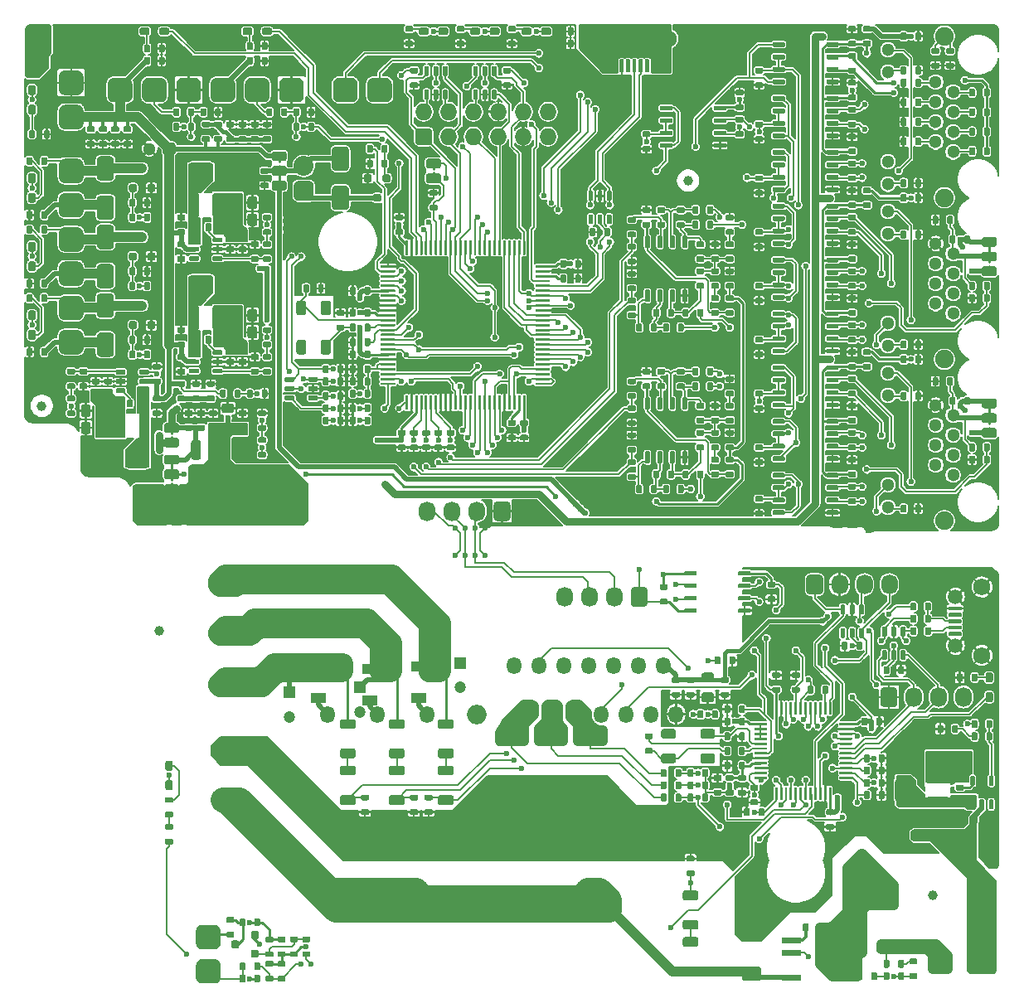
<source format=gbr>
G04 #@! TF.GenerationSoftware,KiCad,Pcbnew,(5.1.5)-3*
G04 #@! TF.CreationDate,2019-12-16T11:44:47+01:00*
G04 #@! TF.ProjectId,stmbl_4.0,73746d62-6c5f-4342-9e30-2e6b69636164,rev?*
G04 #@! TF.SameCoordinates,PXbcd3d80PY2f71ff0*
G04 #@! TF.FileFunction,Copper,L1,Top*
G04 #@! TF.FilePolarity,Positive*
%FSLAX46Y46*%
G04 Gerber Fmt 4.6, Leading zero omitted, Abs format (unit mm)*
G04 Created by KiCad (PCBNEW (5.1.5)-3) date 2019-12-16 11:44:47*
%MOMM*%
%LPD*%
G04 APERTURE LIST*
%ADD10C,0.250000*%
%ADD11R,1.600000X1.000000*%
%ADD12C,1.200000*%
%ADD13R,1.200000X1.200000*%
%ADD14C,0.100000*%
%ADD15C,3.300000*%
%ADD16O,1.727200X2.032000*%
%ADD17C,1.300000*%
%ADD18C,1.000000*%
%ADD19C,1.500000*%
%ADD20C,1.750000*%
%ADD21O,3.500000X2.000000*%
%ADD22O,2.032000X2.032000*%
%ADD23C,1.900000*%
%ADD24O,2.000000X2.000000*%
%ADD25O,1.500000X1.750000*%
%ADD26O,1.727200X1.727200*%
%ADD27C,0.600000*%
%ADD28C,0.200000*%
%ADD29C,0.500000*%
%ADD30C,0.300000*%
%ADD31C,0.750000*%
%ADD32C,0.150000*%
%ADD33C,1.000000*%
%ADD34C,0.400000*%
%ADD35C,2.500000*%
%ADD36C,2.000000*%
%ADD37C,0.254000*%
G04 APERTURE END LIST*
D10*
X-58000000Y-14500000D02*
X-58000000Y-15050000D01*
X-58000000Y-16000000D02*
X-58000000Y-15450000D01*
X-84750000Y-43000000D02*
X-84750000Y-42450000D01*
X-84750000Y-41500000D02*
X-84750000Y-42050000D01*
X-84750000Y-47750000D02*
X-84750000Y-47200000D01*
X-84750000Y-46250000D02*
X-84750000Y-46800000D01*
X-84750000Y-44750000D02*
X-84750000Y-46250000D01*
X-1250000Y-42000000D02*
X-1250000Y-41450000D01*
X-1250000Y-40500000D02*
X-1250000Y-41050000D01*
X-1250000Y-39000000D02*
X-1250000Y-40500000D01*
X-73750000Y-13750000D02*
X-73750000Y-14300000D01*
X-73750000Y-15250000D02*
X-73750000Y-14700000D01*
X-73750000Y-16750000D02*
X-73750000Y-15250000D01*
X-1250000Y-25500000D02*
X-1250000Y-24950000D01*
X-1250000Y-24000000D02*
X-1250000Y-24550000D01*
X-1250000Y-22500000D02*
X-1250000Y-24000000D01*
D11*
X-59500000Y-69100000D03*
X-59500000Y-65900000D03*
X-64500000Y-69350000D03*
X-64500000Y-66150000D03*
X-69750000Y-69100000D03*
X-69750000Y-65900000D03*
D12*
X-55250000Y-68000000D03*
D13*
X-55250000Y-65500000D03*
D12*
X-65500000Y-70500000D03*
D13*
X-65500000Y-68000000D03*
D12*
X-72750000Y-71000000D03*
D13*
X-72750000Y-68500000D03*
G04 #@! TA.AperFunction,ComponentPad*
D14*
G36*
X-40954670Y-87547781D02*
G01*
X-40874584Y-87559660D01*
X-40796049Y-87579332D01*
X-40719820Y-87606607D01*
X-40646632Y-87641223D01*
X-40577189Y-87682846D01*
X-40512160Y-87731074D01*
X-40452171Y-87785445D01*
X-39285445Y-88952171D01*
X-39231074Y-89012160D01*
X-39182846Y-89077189D01*
X-39141223Y-89146632D01*
X-39106607Y-89219820D01*
X-39079332Y-89296049D01*
X-39059660Y-89374584D01*
X-39047781Y-89454670D01*
X-39043808Y-89535534D01*
X-39047781Y-89616398D01*
X-39059660Y-89696484D01*
X-39079332Y-89775019D01*
X-39106607Y-89851248D01*
X-39141223Y-89924436D01*
X-39182846Y-89993879D01*
X-39231074Y-90058908D01*
X-39285445Y-90118897D01*
X-40452171Y-91285623D01*
X-40512160Y-91339994D01*
X-40577189Y-91388222D01*
X-40646632Y-91429845D01*
X-40719820Y-91464461D01*
X-40796049Y-91491736D01*
X-40874584Y-91511408D01*
X-40954670Y-91523287D01*
X-41035534Y-91527260D01*
X-41116398Y-91523287D01*
X-41196484Y-91511408D01*
X-41275019Y-91491736D01*
X-41351248Y-91464461D01*
X-41424436Y-91429845D01*
X-41493879Y-91388222D01*
X-41558908Y-91339994D01*
X-41618897Y-91285623D01*
X-42785623Y-90118897D01*
X-42839994Y-90058908D01*
X-42888222Y-89993879D01*
X-42929845Y-89924436D01*
X-42964461Y-89851248D01*
X-42991736Y-89775019D01*
X-43011408Y-89696484D01*
X-43023287Y-89616398D01*
X-43027260Y-89535534D01*
X-43023287Y-89454670D01*
X-43011408Y-89374584D01*
X-42991736Y-89296049D01*
X-42964461Y-89219820D01*
X-42929845Y-89146632D01*
X-42888222Y-89077189D01*
X-42839994Y-89012160D01*
X-42785623Y-88952171D01*
X-41618897Y-87785445D01*
X-41558908Y-87731074D01*
X-41493879Y-87682846D01*
X-41424436Y-87641223D01*
X-41351248Y-87606607D01*
X-41275019Y-87579332D01*
X-41196484Y-87559660D01*
X-41116398Y-87547781D01*
X-41035534Y-87543808D01*
X-40954670Y-87547781D01*
G37*
G04 #@! TD.AperFunction*
D15*
X-33964466Y-82464466D03*
D16*
X-58620000Y-50000000D03*
X-56080000Y-50000000D03*
X-53540000Y-50000000D03*
G04 #@! TA.AperFunction,ComponentPad*
D14*
G36*
X-50525876Y-48986079D02*
G01*
X-50483960Y-48992297D01*
X-50442855Y-49002593D01*
X-50402957Y-49016869D01*
X-50364651Y-49034986D01*
X-50328305Y-49056771D01*
X-50294269Y-49082014D01*
X-50262871Y-49110471D01*
X-50234414Y-49141869D01*
X-50209171Y-49175905D01*
X-50187386Y-49212251D01*
X-50169269Y-49250557D01*
X-50154993Y-49290455D01*
X-50144697Y-49331560D01*
X-50138479Y-49373476D01*
X-50136400Y-49415800D01*
X-50136400Y-50584200D01*
X-50138479Y-50626524D01*
X-50144697Y-50668440D01*
X-50154993Y-50709545D01*
X-50169269Y-50749443D01*
X-50187386Y-50787749D01*
X-50209171Y-50824095D01*
X-50234414Y-50858131D01*
X-50262871Y-50889529D01*
X-50294269Y-50917986D01*
X-50328305Y-50943229D01*
X-50364651Y-50965014D01*
X-50402957Y-50983131D01*
X-50442855Y-50997407D01*
X-50483960Y-51007703D01*
X-50525876Y-51013921D01*
X-50568200Y-51016000D01*
X-51431800Y-51016000D01*
X-51474124Y-51013921D01*
X-51516040Y-51007703D01*
X-51557145Y-50997407D01*
X-51597043Y-50983131D01*
X-51635349Y-50965014D01*
X-51671695Y-50943229D01*
X-51705731Y-50917986D01*
X-51737129Y-50889529D01*
X-51765586Y-50858131D01*
X-51790829Y-50824095D01*
X-51812614Y-50787749D01*
X-51830731Y-50749443D01*
X-51845007Y-50709545D01*
X-51855303Y-50668440D01*
X-51861521Y-50626524D01*
X-51863600Y-50584200D01*
X-51863600Y-49415800D01*
X-51861521Y-49373476D01*
X-51855303Y-49331560D01*
X-51845007Y-49290455D01*
X-51830731Y-49250557D01*
X-51812614Y-49212251D01*
X-51790829Y-49175905D01*
X-51765586Y-49141869D01*
X-51737129Y-49110471D01*
X-51705731Y-49082014D01*
X-51671695Y-49056771D01*
X-51635349Y-49034986D01*
X-51597043Y-49016869D01*
X-51557145Y-49002593D01*
X-51516040Y-48992297D01*
X-51474124Y-48986079D01*
X-51431800Y-48984000D01*
X-50568200Y-48984000D01*
X-50525876Y-48986079D01*
G37*
G04 #@! TD.AperFunction*
D17*
X-87000000Y-13000000D03*
G04 #@! TA.AperFunction,ComponentPad*
D14*
G36*
X-84643144Y-12351565D02*
G01*
X-84611596Y-12356245D01*
X-84580657Y-12363994D01*
X-84550628Y-12374739D01*
X-84521796Y-12388376D01*
X-84494440Y-12404772D01*
X-84468822Y-12423772D01*
X-84445190Y-12445190D01*
X-84423772Y-12468822D01*
X-84404772Y-12494440D01*
X-84388376Y-12521796D01*
X-84374739Y-12550628D01*
X-84363994Y-12580657D01*
X-84356245Y-12611596D01*
X-84351565Y-12643144D01*
X-84350000Y-12675000D01*
X-84350000Y-13325000D01*
X-84351565Y-13356856D01*
X-84356245Y-13388404D01*
X-84363994Y-13419343D01*
X-84374739Y-13449372D01*
X-84388376Y-13478204D01*
X-84404772Y-13505560D01*
X-84423772Y-13531178D01*
X-84445190Y-13554810D01*
X-84468822Y-13576228D01*
X-84494440Y-13595228D01*
X-84521796Y-13611624D01*
X-84550628Y-13625261D01*
X-84580657Y-13636006D01*
X-84611596Y-13643755D01*
X-84643144Y-13648435D01*
X-84675000Y-13650000D01*
X-85325000Y-13650000D01*
X-85356856Y-13648435D01*
X-85388404Y-13643755D01*
X-85419343Y-13636006D01*
X-85449372Y-13625261D01*
X-85478204Y-13611624D01*
X-85505560Y-13595228D01*
X-85531178Y-13576228D01*
X-85554810Y-13554810D01*
X-85576228Y-13531178D01*
X-85595228Y-13505560D01*
X-85611624Y-13478204D01*
X-85625261Y-13449372D01*
X-85636006Y-13419343D01*
X-85643755Y-13388404D01*
X-85648435Y-13356856D01*
X-85650000Y-13325000D01*
X-85650000Y-12675000D01*
X-85648435Y-12643144D01*
X-85643755Y-12611596D01*
X-85636006Y-12580657D01*
X-85625261Y-12550628D01*
X-85611624Y-12521796D01*
X-85595228Y-12494440D01*
X-85576228Y-12468822D01*
X-85554810Y-12445190D01*
X-85531178Y-12423772D01*
X-85505560Y-12404772D01*
X-85478204Y-12388376D01*
X-85449372Y-12374739D01*
X-85419343Y-12363994D01*
X-85388404Y-12356245D01*
X-85356856Y-12351565D01*
X-85325000Y-12350000D01*
X-84675000Y-12350000D01*
X-84643144Y-12351565D01*
G37*
G04 #@! TD.AperFunction*
G04 #@! TA.AperFunction,ComponentPad*
G36*
X-60883602Y-87547781D02*
G01*
X-60803516Y-87559660D01*
X-60724981Y-87579332D01*
X-60648752Y-87606607D01*
X-60575564Y-87641223D01*
X-60506121Y-87682846D01*
X-60441092Y-87731074D01*
X-60381103Y-87785445D01*
X-59214377Y-88952171D01*
X-59160006Y-89012160D01*
X-59111778Y-89077189D01*
X-59070155Y-89146632D01*
X-59035539Y-89219820D01*
X-59008264Y-89296049D01*
X-58988592Y-89374584D01*
X-58976713Y-89454670D01*
X-58972740Y-89535534D01*
X-58976713Y-89616398D01*
X-58988592Y-89696484D01*
X-59008264Y-89775019D01*
X-59035539Y-89851248D01*
X-59070155Y-89924436D01*
X-59111778Y-89993879D01*
X-59160006Y-90058908D01*
X-59214377Y-90118897D01*
X-60381103Y-91285623D01*
X-60441092Y-91339994D01*
X-60506121Y-91388222D01*
X-60575564Y-91429845D01*
X-60648752Y-91464461D01*
X-60724981Y-91491736D01*
X-60803516Y-91511408D01*
X-60883602Y-91523287D01*
X-60964466Y-91527260D01*
X-61045330Y-91523287D01*
X-61125416Y-91511408D01*
X-61203951Y-91491736D01*
X-61280180Y-91464461D01*
X-61353368Y-91429845D01*
X-61422811Y-91388222D01*
X-61487840Y-91339994D01*
X-61547829Y-91285623D01*
X-62714555Y-90118897D01*
X-62768926Y-90058908D01*
X-62817154Y-89993879D01*
X-62858777Y-89924436D01*
X-62893393Y-89851248D01*
X-62920668Y-89775019D01*
X-62940340Y-89696484D01*
X-62952219Y-89616398D01*
X-62956192Y-89535534D01*
X-62952219Y-89454670D01*
X-62940340Y-89374584D01*
X-62920668Y-89296049D01*
X-62893393Y-89219820D01*
X-62858777Y-89146632D01*
X-62817154Y-89077189D01*
X-62768926Y-89012160D01*
X-62714555Y-88952171D01*
X-61547829Y-87785445D01*
X-61487840Y-87731074D01*
X-61422811Y-87682846D01*
X-61353368Y-87641223D01*
X-61280180Y-87606607D01*
X-61203951Y-87579332D01*
X-61125416Y-87559660D01*
X-61045330Y-87547781D01*
X-60964466Y-87543808D01*
X-60883602Y-87547781D01*
G37*
G04 #@! TD.AperFunction*
D15*
X-68035534Y-82464466D03*
D18*
X-86000000Y-62250000D03*
X-32000000Y-16250000D03*
X-98000000Y-39250000D03*
X-7000000Y-89250000D03*
G04 #@! TA.AperFunction,SMDPad,CuDef*
D14*
G36*
X-57475496Y-14001204D02*
G01*
X-57451227Y-14004804D01*
X-57427429Y-14010765D01*
X-57404329Y-14019030D01*
X-57382151Y-14029520D01*
X-57361107Y-14042133D01*
X-57341402Y-14056747D01*
X-57323223Y-14073223D01*
X-57306747Y-14091402D01*
X-57292133Y-14111107D01*
X-57279520Y-14132151D01*
X-57269030Y-14154329D01*
X-57260765Y-14177429D01*
X-57254804Y-14201227D01*
X-57251204Y-14225496D01*
X-57250000Y-14250000D01*
X-57250000Y-14750000D01*
X-57251204Y-14774504D01*
X-57254804Y-14798773D01*
X-57260765Y-14822571D01*
X-57269030Y-14845671D01*
X-57279520Y-14867849D01*
X-57292133Y-14888893D01*
X-57306747Y-14908598D01*
X-57323223Y-14926777D01*
X-57341402Y-14943253D01*
X-57361107Y-14957867D01*
X-57382151Y-14970480D01*
X-57404329Y-14980970D01*
X-57427429Y-14989235D01*
X-57451227Y-14995196D01*
X-57475496Y-14998796D01*
X-57500000Y-15000000D01*
X-58500000Y-15000000D01*
X-58524504Y-14998796D01*
X-58548773Y-14995196D01*
X-58572571Y-14989235D01*
X-58595671Y-14980970D01*
X-58617849Y-14970480D01*
X-58638893Y-14957867D01*
X-58658598Y-14943253D01*
X-58676777Y-14926777D01*
X-58693253Y-14908598D01*
X-58707867Y-14888893D01*
X-58720480Y-14867849D01*
X-58730970Y-14845671D01*
X-58739235Y-14822571D01*
X-58745196Y-14798773D01*
X-58748796Y-14774504D01*
X-58750000Y-14750000D01*
X-58750000Y-14250000D01*
X-58748796Y-14225496D01*
X-58745196Y-14201227D01*
X-58739235Y-14177429D01*
X-58730970Y-14154329D01*
X-58720480Y-14132151D01*
X-58707867Y-14111107D01*
X-58693253Y-14091402D01*
X-58676777Y-14073223D01*
X-58658598Y-14056747D01*
X-58638893Y-14042133D01*
X-58617849Y-14029520D01*
X-58595671Y-14019030D01*
X-58572571Y-14010765D01*
X-58548773Y-14004804D01*
X-58524504Y-14001204D01*
X-58500000Y-14000000D01*
X-57500000Y-14000000D01*
X-57475496Y-14001204D01*
G37*
G04 #@! TD.AperFunction*
G04 #@! TA.AperFunction,SMDPad,CuDef*
G36*
X-57475496Y-15501204D02*
G01*
X-57451227Y-15504804D01*
X-57427429Y-15510765D01*
X-57404329Y-15519030D01*
X-57382151Y-15529520D01*
X-57361107Y-15542133D01*
X-57341402Y-15556747D01*
X-57323223Y-15573223D01*
X-57306747Y-15591402D01*
X-57292133Y-15611107D01*
X-57279520Y-15632151D01*
X-57269030Y-15654329D01*
X-57260765Y-15677429D01*
X-57254804Y-15701227D01*
X-57251204Y-15725496D01*
X-57250000Y-15750000D01*
X-57250000Y-16250000D01*
X-57251204Y-16274504D01*
X-57254804Y-16298773D01*
X-57260765Y-16322571D01*
X-57269030Y-16345671D01*
X-57279520Y-16367849D01*
X-57292133Y-16388893D01*
X-57306747Y-16408598D01*
X-57323223Y-16426777D01*
X-57341402Y-16443253D01*
X-57361107Y-16457867D01*
X-57382151Y-16470480D01*
X-57404329Y-16480970D01*
X-57427429Y-16489235D01*
X-57451227Y-16495196D01*
X-57475496Y-16498796D01*
X-57500000Y-16500000D01*
X-58500000Y-16500000D01*
X-58524504Y-16498796D01*
X-58548773Y-16495196D01*
X-58572571Y-16489235D01*
X-58595671Y-16480970D01*
X-58617849Y-16470480D01*
X-58638893Y-16457867D01*
X-58658598Y-16443253D01*
X-58676777Y-16426777D01*
X-58693253Y-16408598D01*
X-58707867Y-16388893D01*
X-58720480Y-16367849D01*
X-58730970Y-16345671D01*
X-58739235Y-16322571D01*
X-58745196Y-16298773D01*
X-58748796Y-16274504D01*
X-58750000Y-16250000D01*
X-58750000Y-15750000D01*
X-58748796Y-15725496D01*
X-58745196Y-15701227D01*
X-58739235Y-15677429D01*
X-58730970Y-15654329D01*
X-58720480Y-15632151D01*
X-58707867Y-15611107D01*
X-58693253Y-15591402D01*
X-58676777Y-15573223D01*
X-58658598Y-15556747D01*
X-58638893Y-15542133D01*
X-58617849Y-15529520D01*
X-58595671Y-15519030D01*
X-58572571Y-15510765D01*
X-58548773Y-15504804D01*
X-58524504Y-15501204D01*
X-58500000Y-15500000D01*
X-57500000Y-15500000D01*
X-57475496Y-15501204D01*
G37*
G04 #@! TD.AperFunction*
G04 #@! TA.AperFunction,SMDPad,CuDef*
G36*
X-84225496Y-42501204D02*
G01*
X-84201227Y-42504804D01*
X-84177429Y-42510765D01*
X-84154329Y-42519030D01*
X-84132151Y-42529520D01*
X-84111107Y-42542133D01*
X-84091402Y-42556747D01*
X-84073223Y-42573223D01*
X-84056747Y-42591402D01*
X-84042133Y-42611107D01*
X-84029520Y-42632151D01*
X-84019030Y-42654329D01*
X-84010765Y-42677429D01*
X-84004804Y-42701227D01*
X-84001204Y-42725496D01*
X-84000000Y-42750000D01*
X-84000000Y-43250000D01*
X-84001204Y-43274504D01*
X-84004804Y-43298773D01*
X-84010765Y-43322571D01*
X-84019030Y-43345671D01*
X-84029520Y-43367849D01*
X-84042133Y-43388893D01*
X-84056747Y-43408598D01*
X-84073223Y-43426777D01*
X-84091402Y-43443253D01*
X-84111107Y-43457867D01*
X-84132151Y-43470480D01*
X-84154329Y-43480970D01*
X-84177429Y-43489235D01*
X-84201227Y-43495196D01*
X-84225496Y-43498796D01*
X-84250000Y-43500000D01*
X-85250000Y-43500000D01*
X-85274504Y-43498796D01*
X-85298773Y-43495196D01*
X-85322571Y-43489235D01*
X-85345671Y-43480970D01*
X-85367849Y-43470480D01*
X-85388893Y-43457867D01*
X-85408598Y-43443253D01*
X-85426777Y-43426777D01*
X-85443253Y-43408598D01*
X-85457867Y-43388893D01*
X-85470480Y-43367849D01*
X-85480970Y-43345671D01*
X-85489235Y-43322571D01*
X-85495196Y-43298773D01*
X-85498796Y-43274504D01*
X-85500000Y-43250000D01*
X-85500000Y-42750000D01*
X-85498796Y-42725496D01*
X-85495196Y-42701227D01*
X-85489235Y-42677429D01*
X-85480970Y-42654329D01*
X-85470480Y-42632151D01*
X-85457867Y-42611107D01*
X-85443253Y-42591402D01*
X-85426777Y-42573223D01*
X-85408598Y-42556747D01*
X-85388893Y-42542133D01*
X-85367849Y-42529520D01*
X-85345671Y-42519030D01*
X-85322571Y-42510765D01*
X-85298773Y-42504804D01*
X-85274504Y-42501204D01*
X-85250000Y-42500000D01*
X-84250000Y-42500000D01*
X-84225496Y-42501204D01*
G37*
G04 #@! TD.AperFunction*
G04 #@! TA.AperFunction,SMDPad,CuDef*
G36*
X-84225496Y-41001204D02*
G01*
X-84201227Y-41004804D01*
X-84177429Y-41010765D01*
X-84154329Y-41019030D01*
X-84132151Y-41029520D01*
X-84111107Y-41042133D01*
X-84091402Y-41056747D01*
X-84073223Y-41073223D01*
X-84056747Y-41091402D01*
X-84042133Y-41111107D01*
X-84029520Y-41132151D01*
X-84019030Y-41154329D01*
X-84010765Y-41177429D01*
X-84004804Y-41201227D01*
X-84001204Y-41225496D01*
X-84000000Y-41250000D01*
X-84000000Y-41750000D01*
X-84001204Y-41774504D01*
X-84004804Y-41798773D01*
X-84010765Y-41822571D01*
X-84019030Y-41845671D01*
X-84029520Y-41867849D01*
X-84042133Y-41888893D01*
X-84056747Y-41908598D01*
X-84073223Y-41926777D01*
X-84091402Y-41943253D01*
X-84111107Y-41957867D01*
X-84132151Y-41970480D01*
X-84154329Y-41980970D01*
X-84177429Y-41989235D01*
X-84201227Y-41995196D01*
X-84225496Y-41998796D01*
X-84250000Y-42000000D01*
X-85250000Y-42000000D01*
X-85274504Y-41998796D01*
X-85298773Y-41995196D01*
X-85322571Y-41989235D01*
X-85345671Y-41980970D01*
X-85367849Y-41970480D01*
X-85388893Y-41957867D01*
X-85408598Y-41943253D01*
X-85426777Y-41926777D01*
X-85443253Y-41908598D01*
X-85457867Y-41888893D01*
X-85470480Y-41867849D01*
X-85480970Y-41845671D01*
X-85489235Y-41822571D01*
X-85495196Y-41798773D01*
X-85498796Y-41774504D01*
X-85500000Y-41750000D01*
X-85500000Y-41250000D01*
X-85498796Y-41225496D01*
X-85495196Y-41201227D01*
X-85489235Y-41177429D01*
X-85480970Y-41154329D01*
X-85470480Y-41132151D01*
X-85457867Y-41111107D01*
X-85443253Y-41091402D01*
X-85426777Y-41073223D01*
X-85408598Y-41056747D01*
X-85388893Y-41042133D01*
X-85367849Y-41029520D01*
X-85345671Y-41019030D01*
X-85322571Y-41010765D01*
X-85298773Y-41004804D01*
X-85274504Y-41001204D01*
X-85250000Y-41000000D01*
X-84250000Y-41000000D01*
X-84225496Y-41001204D01*
G37*
G04 #@! TD.AperFunction*
G04 #@! TA.AperFunction,SMDPad,CuDef*
G36*
X-15685297Y-93545722D02*
G01*
X-15670736Y-93547882D01*
X-15656457Y-93551459D01*
X-15642597Y-93556418D01*
X-15629290Y-93562712D01*
X-15616664Y-93570280D01*
X-15604841Y-93579048D01*
X-15593934Y-93588934D01*
X-15584048Y-93599841D01*
X-15575280Y-93611664D01*
X-15567712Y-93624290D01*
X-15561418Y-93637597D01*
X-15556459Y-93651457D01*
X-15552882Y-93665736D01*
X-15550722Y-93680297D01*
X-15550000Y-93695000D01*
X-15550000Y-93995000D01*
X-15550722Y-94009703D01*
X-15552882Y-94024264D01*
X-15556459Y-94038543D01*
X-15561418Y-94052403D01*
X-15567712Y-94065710D01*
X-15575280Y-94078336D01*
X-15584048Y-94090159D01*
X-15593934Y-94101066D01*
X-15604841Y-94110952D01*
X-15616664Y-94119720D01*
X-15629290Y-94127288D01*
X-15642597Y-94133582D01*
X-15656457Y-94138541D01*
X-15670736Y-94142118D01*
X-15685297Y-94144278D01*
X-15700000Y-94145000D01*
X-17400000Y-94145000D01*
X-17414703Y-94144278D01*
X-17429264Y-94142118D01*
X-17443543Y-94138541D01*
X-17457403Y-94133582D01*
X-17470710Y-94127288D01*
X-17483336Y-94119720D01*
X-17495159Y-94110952D01*
X-17506066Y-94101066D01*
X-17515952Y-94090159D01*
X-17524720Y-94078336D01*
X-17532288Y-94065710D01*
X-17538582Y-94052403D01*
X-17543541Y-94038543D01*
X-17547118Y-94024264D01*
X-17549278Y-94009703D01*
X-17550000Y-93995000D01*
X-17550000Y-93695000D01*
X-17549278Y-93680297D01*
X-17547118Y-93665736D01*
X-17543541Y-93651457D01*
X-17538582Y-93637597D01*
X-17532288Y-93624290D01*
X-17524720Y-93611664D01*
X-17515952Y-93599841D01*
X-17506066Y-93588934D01*
X-17495159Y-93579048D01*
X-17483336Y-93570280D01*
X-17470710Y-93562712D01*
X-17457403Y-93556418D01*
X-17443543Y-93551459D01*
X-17429264Y-93547882D01*
X-17414703Y-93545722D01*
X-17400000Y-93545000D01*
X-15700000Y-93545000D01*
X-15685297Y-93545722D01*
G37*
G04 #@! TD.AperFunction*
G04 #@! TA.AperFunction,SMDPad,CuDef*
G36*
X-15685297Y-94815722D02*
G01*
X-15670736Y-94817882D01*
X-15656457Y-94821459D01*
X-15642597Y-94826418D01*
X-15629290Y-94832712D01*
X-15616664Y-94840280D01*
X-15604841Y-94849048D01*
X-15593934Y-94858934D01*
X-15584048Y-94869841D01*
X-15575280Y-94881664D01*
X-15567712Y-94894290D01*
X-15561418Y-94907597D01*
X-15556459Y-94921457D01*
X-15552882Y-94935736D01*
X-15550722Y-94950297D01*
X-15550000Y-94965000D01*
X-15550000Y-95265000D01*
X-15550722Y-95279703D01*
X-15552882Y-95294264D01*
X-15556459Y-95308543D01*
X-15561418Y-95322403D01*
X-15567712Y-95335710D01*
X-15575280Y-95348336D01*
X-15584048Y-95360159D01*
X-15593934Y-95371066D01*
X-15604841Y-95380952D01*
X-15616664Y-95389720D01*
X-15629290Y-95397288D01*
X-15642597Y-95403582D01*
X-15656457Y-95408541D01*
X-15670736Y-95412118D01*
X-15685297Y-95414278D01*
X-15700000Y-95415000D01*
X-17400000Y-95415000D01*
X-17414703Y-95414278D01*
X-17429264Y-95412118D01*
X-17443543Y-95408541D01*
X-17457403Y-95403582D01*
X-17470710Y-95397288D01*
X-17483336Y-95389720D01*
X-17495159Y-95380952D01*
X-17506066Y-95371066D01*
X-17515952Y-95360159D01*
X-17524720Y-95348336D01*
X-17532288Y-95335710D01*
X-17538582Y-95322403D01*
X-17543541Y-95308543D01*
X-17547118Y-95294264D01*
X-17549278Y-95279703D01*
X-17550000Y-95265000D01*
X-17550000Y-94965000D01*
X-17549278Y-94950297D01*
X-17547118Y-94935736D01*
X-17543541Y-94921457D01*
X-17538582Y-94907597D01*
X-17532288Y-94894290D01*
X-17524720Y-94881664D01*
X-17515952Y-94869841D01*
X-17506066Y-94858934D01*
X-17495159Y-94849048D01*
X-17483336Y-94840280D01*
X-17470710Y-94832712D01*
X-17457403Y-94826418D01*
X-17443543Y-94821459D01*
X-17429264Y-94817882D01*
X-17414703Y-94815722D01*
X-17400000Y-94815000D01*
X-15700000Y-94815000D01*
X-15685297Y-94815722D01*
G37*
G04 #@! TD.AperFunction*
G04 #@! TA.AperFunction,SMDPad,CuDef*
G36*
X-15685297Y-96085722D02*
G01*
X-15670736Y-96087882D01*
X-15656457Y-96091459D01*
X-15642597Y-96096418D01*
X-15629290Y-96102712D01*
X-15616664Y-96110280D01*
X-15604841Y-96119048D01*
X-15593934Y-96128934D01*
X-15584048Y-96139841D01*
X-15575280Y-96151664D01*
X-15567712Y-96164290D01*
X-15561418Y-96177597D01*
X-15556459Y-96191457D01*
X-15552882Y-96205736D01*
X-15550722Y-96220297D01*
X-15550000Y-96235000D01*
X-15550000Y-96535000D01*
X-15550722Y-96549703D01*
X-15552882Y-96564264D01*
X-15556459Y-96578543D01*
X-15561418Y-96592403D01*
X-15567712Y-96605710D01*
X-15575280Y-96618336D01*
X-15584048Y-96630159D01*
X-15593934Y-96641066D01*
X-15604841Y-96650952D01*
X-15616664Y-96659720D01*
X-15629290Y-96667288D01*
X-15642597Y-96673582D01*
X-15656457Y-96678541D01*
X-15670736Y-96682118D01*
X-15685297Y-96684278D01*
X-15700000Y-96685000D01*
X-17400000Y-96685000D01*
X-17414703Y-96684278D01*
X-17429264Y-96682118D01*
X-17443543Y-96678541D01*
X-17457403Y-96673582D01*
X-17470710Y-96667288D01*
X-17483336Y-96659720D01*
X-17495159Y-96650952D01*
X-17506066Y-96641066D01*
X-17515952Y-96630159D01*
X-17524720Y-96618336D01*
X-17532288Y-96605710D01*
X-17538582Y-96592403D01*
X-17543541Y-96578543D01*
X-17547118Y-96564264D01*
X-17549278Y-96549703D01*
X-17550000Y-96535000D01*
X-17550000Y-96235000D01*
X-17549278Y-96220297D01*
X-17547118Y-96205736D01*
X-17543541Y-96191457D01*
X-17538582Y-96177597D01*
X-17532288Y-96164290D01*
X-17524720Y-96151664D01*
X-17515952Y-96139841D01*
X-17506066Y-96128934D01*
X-17495159Y-96119048D01*
X-17483336Y-96110280D01*
X-17470710Y-96102712D01*
X-17457403Y-96096418D01*
X-17443543Y-96091459D01*
X-17429264Y-96087882D01*
X-17414703Y-96085722D01*
X-17400000Y-96085000D01*
X-15700000Y-96085000D01*
X-15685297Y-96085722D01*
G37*
G04 #@! TD.AperFunction*
G04 #@! TA.AperFunction,SMDPad,CuDef*
G36*
X-15685297Y-97355722D02*
G01*
X-15670736Y-97357882D01*
X-15656457Y-97361459D01*
X-15642597Y-97366418D01*
X-15629290Y-97372712D01*
X-15616664Y-97380280D01*
X-15604841Y-97389048D01*
X-15593934Y-97398934D01*
X-15584048Y-97409841D01*
X-15575280Y-97421664D01*
X-15567712Y-97434290D01*
X-15561418Y-97447597D01*
X-15556459Y-97461457D01*
X-15552882Y-97475736D01*
X-15550722Y-97490297D01*
X-15550000Y-97505000D01*
X-15550000Y-97805000D01*
X-15550722Y-97819703D01*
X-15552882Y-97834264D01*
X-15556459Y-97848543D01*
X-15561418Y-97862403D01*
X-15567712Y-97875710D01*
X-15575280Y-97888336D01*
X-15584048Y-97900159D01*
X-15593934Y-97911066D01*
X-15604841Y-97920952D01*
X-15616664Y-97929720D01*
X-15629290Y-97937288D01*
X-15642597Y-97943582D01*
X-15656457Y-97948541D01*
X-15670736Y-97952118D01*
X-15685297Y-97954278D01*
X-15700000Y-97955000D01*
X-17400000Y-97955000D01*
X-17414703Y-97954278D01*
X-17429264Y-97952118D01*
X-17443543Y-97948541D01*
X-17457403Y-97943582D01*
X-17470710Y-97937288D01*
X-17483336Y-97929720D01*
X-17495159Y-97920952D01*
X-17506066Y-97911066D01*
X-17515952Y-97900159D01*
X-17524720Y-97888336D01*
X-17532288Y-97875710D01*
X-17538582Y-97862403D01*
X-17543541Y-97848543D01*
X-17547118Y-97834264D01*
X-17549278Y-97819703D01*
X-17550000Y-97805000D01*
X-17550000Y-97505000D01*
X-17549278Y-97490297D01*
X-17547118Y-97475736D01*
X-17543541Y-97461457D01*
X-17538582Y-97447597D01*
X-17532288Y-97434290D01*
X-17524720Y-97421664D01*
X-17515952Y-97409841D01*
X-17506066Y-97398934D01*
X-17495159Y-97389048D01*
X-17483336Y-97380280D01*
X-17470710Y-97372712D01*
X-17457403Y-97366418D01*
X-17443543Y-97361459D01*
X-17429264Y-97357882D01*
X-17414703Y-97355722D01*
X-17400000Y-97355000D01*
X-15700000Y-97355000D01*
X-15685297Y-97355722D01*
G37*
G04 #@! TD.AperFunction*
G04 #@! TA.AperFunction,SMDPad,CuDef*
G36*
X-20585297Y-97355722D02*
G01*
X-20570736Y-97357882D01*
X-20556457Y-97361459D01*
X-20542597Y-97366418D01*
X-20529290Y-97372712D01*
X-20516664Y-97380280D01*
X-20504841Y-97389048D01*
X-20493934Y-97398934D01*
X-20484048Y-97409841D01*
X-20475280Y-97421664D01*
X-20467712Y-97434290D01*
X-20461418Y-97447597D01*
X-20456459Y-97461457D01*
X-20452882Y-97475736D01*
X-20450722Y-97490297D01*
X-20450000Y-97505000D01*
X-20450000Y-97805000D01*
X-20450722Y-97819703D01*
X-20452882Y-97834264D01*
X-20456459Y-97848543D01*
X-20461418Y-97862403D01*
X-20467712Y-97875710D01*
X-20475280Y-97888336D01*
X-20484048Y-97900159D01*
X-20493934Y-97911066D01*
X-20504841Y-97920952D01*
X-20516664Y-97929720D01*
X-20529290Y-97937288D01*
X-20542597Y-97943582D01*
X-20556457Y-97948541D01*
X-20570736Y-97952118D01*
X-20585297Y-97954278D01*
X-20600000Y-97955000D01*
X-22300000Y-97955000D01*
X-22314703Y-97954278D01*
X-22329264Y-97952118D01*
X-22343543Y-97948541D01*
X-22357403Y-97943582D01*
X-22370710Y-97937288D01*
X-22383336Y-97929720D01*
X-22395159Y-97920952D01*
X-22406066Y-97911066D01*
X-22415952Y-97900159D01*
X-22424720Y-97888336D01*
X-22432288Y-97875710D01*
X-22438582Y-97862403D01*
X-22443541Y-97848543D01*
X-22447118Y-97834264D01*
X-22449278Y-97819703D01*
X-22450000Y-97805000D01*
X-22450000Y-97505000D01*
X-22449278Y-97490297D01*
X-22447118Y-97475736D01*
X-22443541Y-97461457D01*
X-22438582Y-97447597D01*
X-22432288Y-97434290D01*
X-22424720Y-97421664D01*
X-22415952Y-97409841D01*
X-22406066Y-97398934D01*
X-22395159Y-97389048D01*
X-22383336Y-97380280D01*
X-22370710Y-97372712D01*
X-22357403Y-97366418D01*
X-22343543Y-97361459D01*
X-22329264Y-97357882D01*
X-22314703Y-97355722D01*
X-22300000Y-97355000D01*
X-20600000Y-97355000D01*
X-20585297Y-97355722D01*
G37*
G04 #@! TD.AperFunction*
G04 #@! TA.AperFunction,SMDPad,CuDef*
G36*
X-20585297Y-94815722D02*
G01*
X-20570736Y-94817882D01*
X-20556457Y-94821459D01*
X-20542597Y-94826418D01*
X-20529290Y-94832712D01*
X-20516664Y-94840280D01*
X-20504841Y-94849048D01*
X-20493934Y-94858934D01*
X-20484048Y-94869841D01*
X-20475280Y-94881664D01*
X-20467712Y-94894290D01*
X-20461418Y-94907597D01*
X-20456459Y-94921457D01*
X-20452882Y-94935736D01*
X-20450722Y-94950297D01*
X-20450000Y-94965000D01*
X-20450000Y-95265000D01*
X-20450722Y-95279703D01*
X-20452882Y-95294264D01*
X-20456459Y-95308543D01*
X-20461418Y-95322403D01*
X-20467712Y-95335710D01*
X-20475280Y-95348336D01*
X-20484048Y-95360159D01*
X-20493934Y-95371066D01*
X-20504841Y-95380952D01*
X-20516664Y-95389720D01*
X-20529290Y-95397288D01*
X-20542597Y-95403582D01*
X-20556457Y-95408541D01*
X-20570736Y-95412118D01*
X-20585297Y-95414278D01*
X-20600000Y-95415000D01*
X-22300000Y-95415000D01*
X-22314703Y-95414278D01*
X-22329264Y-95412118D01*
X-22343543Y-95408541D01*
X-22357403Y-95403582D01*
X-22370710Y-95397288D01*
X-22383336Y-95389720D01*
X-22395159Y-95380952D01*
X-22406066Y-95371066D01*
X-22415952Y-95360159D01*
X-22424720Y-95348336D01*
X-22432288Y-95335710D01*
X-22438582Y-95322403D01*
X-22443541Y-95308543D01*
X-22447118Y-95294264D01*
X-22449278Y-95279703D01*
X-22450000Y-95265000D01*
X-22450000Y-94965000D01*
X-22449278Y-94950297D01*
X-22447118Y-94935736D01*
X-22443541Y-94921457D01*
X-22438582Y-94907597D01*
X-22432288Y-94894290D01*
X-22424720Y-94881664D01*
X-22415952Y-94869841D01*
X-22406066Y-94858934D01*
X-22395159Y-94849048D01*
X-22383336Y-94840280D01*
X-22370710Y-94832712D01*
X-22357403Y-94826418D01*
X-22343543Y-94821459D01*
X-22329264Y-94817882D01*
X-22314703Y-94815722D01*
X-22300000Y-94815000D01*
X-20600000Y-94815000D01*
X-20585297Y-94815722D01*
G37*
G04 #@! TD.AperFunction*
G04 #@! TA.AperFunction,SMDPad,CuDef*
G36*
X-20585297Y-93545722D02*
G01*
X-20570736Y-93547882D01*
X-20556457Y-93551459D01*
X-20542597Y-93556418D01*
X-20529290Y-93562712D01*
X-20516664Y-93570280D01*
X-20504841Y-93579048D01*
X-20493934Y-93588934D01*
X-20484048Y-93599841D01*
X-20475280Y-93611664D01*
X-20467712Y-93624290D01*
X-20461418Y-93637597D01*
X-20456459Y-93651457D01*
X-20452882Y-93665736D01*
X-20450722Y-93680297D01*
X-20450000Y-93695000D01*
X-20450000Y-93995000D01*
X-20450722Y-94009703D01*
X-20452882Y-94024264D01*
X-20456459Y-94038543D01*
X-20461418Y-94052403D01*
X-20467712Y-94065710D01*
X-20475280Y-94078336D01*
X-20484048Y-94090159D01*
X-20493934Y-94101066D01*
X-20504841Y-94110952D01*
X-20516664Y-94119720D01*
X-20529290Y-94127288D01*
X-20542597Y-94133582D01*
X-20556457Y-94138541D01*
X-20570736Y-94142118D01*
X-20585297Y-94144278D01*
X-20600000Y-94145000D01*
X-22300000Y-94145000D01*
X-22314703Y-94144278D01*
X-22329264Y-94142118D01*
X-22343543Y-94138541D01*
X-22357403Y-94133582D01*
X-22370710Y-94127288D01*
X-22383336Y-94119720D01*
X-22395159Y-94110952D01*
X-22406066Y-94101066D01*
X-22415952Y-94090159D01*
X-22424720Y-94078336D01*
X-22432288Y-94065710D01*
X-22438582Y-94052403D01*
X-22443541Y-94038543D01*
X-22447118Y-94024264D01*
X-22449278Y-94009703D01*
X-22450000Y-93995000D01*
X-22450000Y-93695000D01*
X-22449278Y-93680297D01*
X-22447118Y-93665736D01*
X-22443541Y-93651457D01*
X-22438582Y-93637597D01*
X-22432288Y-93624290D01*
X-22424720Y-93611664D01*
X-22415952Y-93599841D01*
X-22406066Y-93588934D01*
X-22395159Y-93579048D01*
X-22383336Y-93570280D01*
X-22370710Y-93562712D01*
X-22357403Y-93556418D01*
X-22343543Y-93551459D01*
X-22329264Y-93547882D01*
X-22314703Y-93545722D01*
X-22300000Y-93545000D01*
X-20600000Y-93545000D01*
X-20585297Y-93545722D01*
G37*
G04 #@! TD.AperFunction*
G04 #@! TA.AperFunction,SMDPad,CuDef*
G36*
X-98794122Y-29500903D02*
G01*
X-98775921Y-29503603D01*
X-98758072Y-29508074D01*
X-98740747Y-29514273D01*
X-98724113Y-29522140D01*
X-98708331Y-29531599D01*
X-98693551Y-29542561D01*
X-98679917Y-29554917D01*
X-98667561Y-29568551D01*
X-98656599Y-29583331D01*
X-98647140Y-29599113D01*
X-98639273Y-29615747D01*
X-98633074Y-29633072D01*
X-98628603Y-29650921D01*
X-98625903Y-29669122D01*
X-98625000Y-29687500D01*
X-98625000Y-30312500D01*
X-98625903Y-30330878D01*
X-98628603Y-30349079D01*
X-98633074Y-30366928D01*
X-98639273Y-30384253D01*
X-98647140Y-30400887D01*
X-98656599Y-30416669D01*
X-98667561Y-30431449D01*
X-98679917Y-30445083D01*
X-98693551Y-30457439D01*
X-98708331Y-30468401D01*
X-98724113Y-30477860D01*
X-98740747Y-30485727D01*
X-98758072Y-30491926D01*
X-98775921Y-30496397D01*
X-98794122Y-30499097D01*
X-98812500Y-30500000D01*
X-99187500Y-30500000D01*
X-99205878Y-30499097D01*
X-99224079Y-30496397D01*
X-99241928Y-30491926D01*
X-99259253Y-30485727D01*
X-99275887Y-30477860D01*
X-99291669Y-30468401D01*
X-99306449Y-30457439D01*
X-99320083Y-30445083D01*
X-99332439Y-30431449D01*
X-99343401Y-30416669D01*
X-99352860Y-30400887D01*
X-99360727Y-30384253D01*
X-99366926Y-30366928D01*
X-99371397Y-30349079D01*
X-99374097Y-30330878D01*
X-99375000Y-30312500D01*
X-99375000Y-29687500D01*
X-99374097Y-29669122D01*
X-99371397Y-29650921D01*
X-99366926Y-29633072D01*
X-99360727Y-29615747D01*
X-99352860Y-29599113D01*
X-99343401Y-29583331D01*
X-99332439Y-29568551D01*
X-99320083Y-29554917D01*
X-99306449Y-29542561D01*
X-99291669Y-29531599D01*
X-99275887Y-29522140D01*
X-99259253Y-29514273D01*
X-99241928Y-29508074D01*
X-99224079Y-29503603D01*
X-99205878Y-29500903D01*
X-99187500Y-29500000D01*
X-98812500Y-29500000D01*
X-98794122Y-29500903D01*
G37*
G04 #@! TD.AperFunction*
G04 #@! TA.AperFunction,SMDPad,CuDef*
G36*
X-98794122Y-31500903D02*
G01*
X-98775921Y-31503603D01*
X-98758072Y-31508074D01*
X-98740747Y-31514273D01*
X-98724113Y-31522140D01*
X-98708331Y-31531599D01*
X-98693551Y-31542561D01*
X-98679917Y-31554917D01*
X-98667561Y-31568551D01*
X-98656599Y-31583331D01*
X-98647140Y-31599113D01*
X-98639273Y-31615747D01*
X-98633074Y-31633072D01*
X-98628603Y-31650921D01*
X-98625903Y-31669122D01*
X-98625000Y-31687500D01*
X-98625000Y-32312500D01*
X-98625903Y-32330878D01*
X-98628603Y-32349079D01*
X-98633074Y-32366928D01*
X-98639273Y-32384253D01*
X-98647140Y-32400887D01*
X-98656599Y-32416669D01*
X-98667561Y-32431449D01*
X-98679917Y-32445083D01*
X-98693551Y-32457439D01*
X-98708331Y-32468401D01*
X-98724113Y-32477860D01*
X-98740747Y-32485727D01*
X-98758072Y-32491926D01*
X-98775921Y-32496397D01*
X-98794122Y-32499097D01*
X-98812500Y-32500000D01*
X-99187500Y-32500000D01*
X-99205878Y-32499097D01*
X-99224079Y-32496397D01*
X-99241928Y-32491926D01*
X-99259253Y-32485727D01*
X-99275887Y-32477860D01*
X-99291669Y-32468401D01*
X-99306449Y-32457439D01*
X-99320083Y-32445083D01*
X-99332439Y-32431449D01*
X-99343401Y-32416669D01*
X-99352860Y-32400887D01*
X-99360727Y-32384253D01*
X-99366926Y-32366928D01*
X-99371397Y-32349079D01*
X-99374097Y-32330878D01*
X-99375000Y-32312500D01*
X-99375000Y-31687500D01*
X-99374097Y-31669122D01*
X-99371397Y-31650921D01*
X-99366926Y-31633072D01*
X-99360727Y-31615747D01*
X-99352860Y-31599113D01*
X-99343401Y-31583331D01*
X-99332439Y-31568551D01*
X-99320083Y-31554917D01*
X-99306449Y-31542561D01*
X-99291669Y-31531599D01*
X-99275887Y-31522140D01*
X-99259253Y-31514273D01*
X-99241928Y-31508074D01*
X-99224079Y-31503603D01*
X-99205878Y-31500903D01*
X-99187500Y-31500000D01*
X-98812500Y-31500000D01*
X-98794122Y-31500903D01*
G37*
G04 #@! TD.AperFunction*
G04 #@! TA.AperFunction,SMDPad,CuDef*
G36*
X-98794122Y-22500903D02*
G01*
X-98775921Y-22503603D01*
X-98758072Y-22508074D01*
X-98740747Y-22514273D01*
X-98724113Y-22522140D01*
X-98708331Y-22531599D01*
X-98693551Y-22542561D01*
X-98679917Y-22554917D01*
X-98667561Y-22568551D01*
X-98656599Y-22583331D01*
X-98647140Y-22599113D01*
X-98639273Y-22615747D01*
X-98633074Y-22633072D01*
X-98628603Y-22650921D01*
X-98625903Y-22669122D01*
X-98625000Y-22687500D01*
X-98625000Y-23312500D01*
X-98625903Y-23330878D01*
X-98628603Y-23349079D01*
X-98633074Y-23366928D01*
X-98639273Y-23384253D01*
X-98647140Y-23400887D01*
X-98656599Y-23416669D01*
X-98667561Y-23431449D01*
X-98679917Y-23445083D01*
X-98693551Y-23457439D01*
X-98708331Y-23468401D01*
X-98724113Y-23477860D01*
X-98740747Y-23485727D01*
X-98758072Y-23491926D01*
X-98775921Y-23496397D01*
X-98794122Y-23499097D01*
X-98812500Y-23500000D01*
X-99187500Y-23500000D01*
X-99205878Y-23499097D01*
X-99224079Y-23496397D01*
X-99241928Y-23491926D01*
X-99259253Y-23485727D01*
X-99275887Y-23477860D01*
X-99291669Y-23468401D01*
X-99306449Y-23457439D01*
X-99320083Y-23445083D01*
X-99332439Y-23431449D01*
X-99343401Y-23416669D01*
X-99352860Y-23400887D01*
X-99360727Y-23384253D01*
X-99366926Y-23366928D01*
X-99371397Y-23349079D01*
X-99374097Y-23330878D01*
X-99375000Y-23312500D01*
X-99375000Y-22687500D01*
X-99374097Y-22669122D01*
X-99371397Y-22650921D01*
X-99366926Y-22633072D01*
X-99360727Y-22615747D01*
X-99352860Y-22599113D01*
X-99343401Y-22583331D01*
X-99332439Y-22568551D01*
X-99320083Y-22554917D01*
X-99306449Y-22542561D01*
X-99291669Y-22531599D01*
X-99275887Y-22522140D01*
X-99259253Y-22514273D01*
X-99241928Y-22508074D01*
X-99224079Y-22503603D01*
X-99205878Y-22500903D01*
X-99187500Y-22500000D01*
X-98812500Y-22500000D01*
X-98794122Y-22500903D01*
G37*
G04 #@! TD.AperFunction*
G04 #@! TA.AperFunction,SMDPad,CuDef*
G36*
X-98794122Y-24500903D02*
G01*
X-98775921Y-24503603D01*
X-98758072Y-24508074D01*
X-98740747Y-24514273D01*
X-98724113Y-24522140D01*
X-98708331Y-24531599D01*
X-98693551Y-24542561D01*
X-98679917Y-24554917D01*
X-98667561Y-24568551D01*
X-98656599Y-24583331D01*
X-98647140Y-24599113D01*
X-98639273Y-24615747D01*
X-98633074Y-24633072D01*
X-98628603Y-24650921D01*
X-98625903Y-24669122D01*
X-98625000Y-24687500D01*
X-98625000Y-25312500D01*
X-98625903Y-25330878D01*
X-98628603Y-25349079D01*
X-98633074Y-25366928D01*
X-98639273Y-25384253D01*
X-98647140Y-25400887D01*
X-98656599Y-25416669D01*
X-98667561Y-25431449D01*
X-98679917Y-25445083D01*
X-98693551Y-25457439D01*
X-98708331Y-25468401D01*
X-98724113Y-25477860D01*
X-98740747Y-25485727D01*
X-98758072Y-25491926D01*
X-98775921Y-25496397D01*
X-98794122Y-25499097D01*
X-98812500Y-25500000D01*
X-99187500Y-25500000D01*
X-99205878Y-25499097D01*
X-99224079Y-25496397D01*
X-99241928Y-25491926D01*
X-99259253Y-25485727D01*
X-99275887Y-25477860D01*
X-99291669Y-25468401D01*
X-99306449Y-25457439D01*
X-99320083Y-25445083D01*
X-99332439Y-25431449D01*
X-99343401Y-25416669D01*
X-99352860Y-25400887D01*
X-99360727Y-25384253D01*
X-99366926Y-25366928D01*
X-99371397Y-25349079D01*
X-99374097Y-25330878D01*
X-99375000Y-25312500D01*
X-99375000Y-24687500D01*
X-99374097Y-24669122D01*
X-99371397Y-24650921D01*
X-99366926Y-24633072D01*
X-99360727Y-24615747D01*
X-99352860Y-24599113D01*
X-99343401Y-24583331D01*
X-99332439Y-24568551D01*
X-99320083Y-24554917D01*
X-99306449Y-24542561D01*
X-99291669Y-24531599D01*
X-99275887Y-24522140D01*
X-99259253Y-24514273D01*
X-99241928Y-24508074D01*
X-99224079Y-24503603D01*
X-99205878Y-24500903D01*
X-99187500Y-24500000D01*
X-98812500Y-24500000D01*
X-98794122Y-24500903D01*
G37*
G04 #@! TD.AperFunction*
G04 #@! TA.AperFunction,SMDPad,CuDef*
G36*
X-98794122Y-15500903D02*
G01*
X-98775921Y-15503603D01*
X-98758072Y-15508074D01*
X-98740747Y-15514273D01*
X-98724113Y-15522140D01*
X-98708331Y-15531599D01*
X-98693551Y-15542561D01*
X-98679917Y-15554917D01*
X-98667561Y-15568551D01*
X-98656599Y-15583331D01*
X-98647140Y-15599113D01*
X-98639273Y-15615747D01*
X-98633074Y-15633072D01*
X-98628603Y-15650921D01*
X-98625903Y-15669122D01*
X-98625000Y-15687500D01*
X-98625000Y-16312500D01*
X-98625903Y-16330878D01*
X-98628603Y-16349079D01*
X-98633074Y-16366928D01*
X-98639273Y-16384253D01*
X-98647140Y-16400887D01*
X-98656599Y-16416669D01*
X-98667561Y-16431449D01*
X-98679917Y-16445083D01*
X-98693551Y-16457439D01*
X-98708331Y-16468401D01*
X-98724113Y-16477860D01*
X-98740747Y-16485727D01*
X-98758072Y-16491926D01*
X-98775921Y-16496397D01*
X-98794122Y-16499097D01*
X-98812500Y-16500000D01*
X-99187500Y-16500000D01*
X-99205878Y-16499097D01*
X-99224079Y-16496397D01*
X-99241928Y-16491926D01*
X-99259253Y-16485727D01*
X-99275887Y-16477860D01*
X-99291669Y-16468401D01*
X-99306449Y-16457439D01*
X-99320083Y-16445083D01*
X-99332439Y-16431449D01*
X-99343401Y-16416669D01*
X-99352860Y-16400887D01*
X-99360727Y-16384253D01*
X-99366926Y-16366928D01*
X-99371397Y-16349079D01*
X-99374097Y-16330878D01*
X-99375000Y-16312500D01*
X-99375000Y-15687500D01*
X-99374097Y-15669122D01*
X-99371397Y-15650921D01*
X-99366926Y-15633072D01*
X-99360727Y-15615747D01*
X-99352860Y-15599113D01*
X-99343401Y-15583331D01*
X-99332439Y-15568551D01*
X-99320083Y-15554917D01*
X-99306449Y-15542561D01*
X-99291669Y-15531599D01*
X-99275887Y-15522140D01*
X-99259253Y-15514273D01*
X-99241928Y-15508074D01*
X-99224079Y-15503603D01*
X-99205878Y-15500903D01*
X-99187500Y-15500000D01*
X-98812500Y-15500000D01*
X-98794122Y-15500903D01*
G37*
G04 #@! TD.AperFunction*
G04 #@! TA.AperFunction,SMDPad,CuDef*
G36*
X-98794122Y-17500903D02*
G01*
X-98775921Y-17503603D01*
X-98758072Y-17508074D01*
X-98740747Y-17514273D01*
X-98724113Y-17522140D01*
X-98708331Y-17531599D01*
X-98693551Y-17542561D01*
X-98679917Y-17554917D01*
X-98667561Y-17568551D01*
X-98656599Y-17583331D01*
X-98647140Y-17599113D01*
X-98639273Y-17615747D01*
X-98633074Y-17633072D01*
X-98628603Y-17650921D01*
X-98625903Y-17669122D01*
X-98625000Y-17687500D01*
X-98625000Y-18312500D01*
X-98625903Y-18330878D01*
X-98628603Y-18349079D01*
X-98633074Y-18366928D01*
X-98639273Y-18384253D01*
X-98647140Y-18400887D01*
X-98656599Y-18416669D01*
X-98667561Y-18431449D01*
X-98679917Y-18445083D01*
X-98693551Y-18457439D01*
X-98708331Y-18468401D01*
X-98724113Y-18477860D01*
X-98740747Y-18485727D01*
X-98758072Y-18491926D01*
X-98775921Y-18496397D01*
X-98794122Y-18499097D01*
X-98812500Y-18500000D01*
X-99187500Y-18500000D01*
X-99205878Y-18499097D01*
X-99224079Y-18496397D01*
X-99241928Y-18491926D01*
X-99259253Y-18485727D01*
X-99275887Y-18477860D01*
X-99291669Y-18468401D01*
X-99306449Y-18457439D01*
X-99320083Y-18445083D01*
X-99332439Y-18431449D01*
X-99343401Y-18416669D01*
X-99352860Y-18400887D01*
X-99360727Y-18384253D01*
X-99366926Y-18366928D01*
X-99371397Y-18349079D01*
X-99374097Y-18330878D01*
X-99375000Y-18312500D01*
X-99375000Y-17687500D01*
X-99374097Y-17669122D01*
X-99371397Y-17650921D01*
X-99366926Y-17633072D01*
X-99360727Y-17615747D01*
X-99352860Y-17599113D01*
X-99343401Y-17583331D01*
X-99332439Y-17568551D01*
X-99320083Y-17554917D01*
X-99306449Y-17542561D01*
X-99291669Y-17531599D01*
X-99275887Y-17522140D01*
X-99259253Y-17514273D01*
X-99241928Y-17508074D01*
X-99224079Y-17503603D01*
X-99205878Y-17500903D01*
X-99187500Y-17500000D01*
X-98812500Y-17500000D01*
X-98794122Y-17500903D01*
G37*
G04 #@! TD.AperFunction*
G04 #@! TA.AperFunction,SMDPad,CuDef*
G36*
X-46169122Y-625903D02*
G01*
X-46150921Y-628603D01*
X-46133072Y-633074D01*
X-46115747Y-639273D01*
X-46099113Y-647140D01*
X-46083331Y-656599D01*
X-46068551Y-667561D01*
X-46054917Y-679917D01*
X-46042561Y-693551D01*
X-46031599Y-708331D01*
X-46022140Y-724113D01*
X-46014273Y-740747D01*
X-46008074Y-758072D01*
X-46003603Y-775921D01*
X-46000903Y-794122D01*
X-46000000Y-812500D01*
X-46000000Y-1187500D01*
X-46000903Y-1205878D01*
X-46003603Y-1224079D01*
X-46008074Y-1241928D01*
X-46014273Y-1259253D01*
X-46022140Y-1275887D01*
X-46031599Y-1291669D01*
X-46042561Y-1306449D01*
X-46054917Y-1320083D01*
X-46068551Y-1332439D01*
X-46083331Y-1343401D01*
X-46099113Y-1352860D01*
X-46115747Y-1360727D01*
X-46133072Y-1366926D01*
X-46150921Y-1371397D01*
X-46169122Y-1374097D01*
X-46187500Y-1375000D01*
X-46812500Y-1375000D01*
X-46830878Y-1374097D01*
X-46849079Y-1371397D01*
X-46866928Y-1366926D01*
X-46884253Y-1360727D01*
X-46900887Y-1352860D01*
X-46916669Y-1343401D01*
X-46931449Y-1332439D01*
X-46945083Y-1320083D01*
X-46957439Y-1306449D01*
X-46968401Y-1291669D01*
X-46977860Y-1275887D01*
X-46985727Y-1259253D01*
X-46991926Y-1241928D01*
X-46996397Y-1224079D01*
X-46999097Y-1205878D01*
X-47000000Y-1187500D01*
X-47000000Y-812500D01*
X-46999097Y-794122D01*
X-46996397Y-775921D01*
X-46991926Y-758072D01*
X-46985727Y-740747D01*
X-46977860Y-724113D01*
X-46968401Y-708331D01*
X-46957439Y-693551D01*
X-46945083Y-679917D01*
X-46931449Y-667561D01*
X-46916669Y-656599D01*
X-46900887Y-647140D01*
X-46884253Y-639273D01*
X-46866928Y-633074D01*
X-46849079Y-628603D01*
X-46830878Y-625903D01*
X-46812500Y-625000D01*
X-46187500Y-625000D01*
X-46169122Y-625903D01*
G37*
G04 #@! TD.AperFunction*
G04 #@! TA.AperFunction,SMDPad,CuDef*
G36*
X-48169122Y-625903D02*
G01*
X-48150921Y-628603D01*
X-48133072Y-633074D01*
X-48115747Y-639273D01*
X-48099113Y-647140D01*
X-48083331Y-656599D01*
X-48068551Y-667561D01*
X-48054917Y-679917D01*
X-48042561Y-693551D01*
X-48031599Y-708331D01*
X-48022140Y-724113D01*
X-48014273Y-740747D01*
X-48008074Y-758072D01*
X-48003603Y-775921D01*
X-48000903Y-794122D01*
X-48000000Y-812500D01*
X-48000000Y-1187500D01*
X-48000903Y-1205878D01*
X-48003603Y-1224079D01*
X-48008074Y-1241928D01*
X-48014273Y-1259253D01*
X-48022140Y-1275887D01*
X-48031599Y-1291669D01*
X-48042561Y-1306449D01*
X-48054917Y-1320083D01*
X-48068551Y-1332439D01*
X-48083331Y-1343401D01*
X-48099113Y-1352860D01*
X-48115747Y-1360727D01*
X-48133072Y-1366926D01*
X-48150921Y-1371397D01*
X-48169122Y-1374097D01*
X-48187500Y-1375000D01*
X-48812500Y-1375000D01*
X-48830878Y-1374097D01*
X-48849079Y-1371397D01*
X-48866928Y-1366926D01*
X-48884253Y-1360727D01*
X-48900887Y-1352860D01*
X-48916669Y-1343401D01*
X-48931449Y-1332439D01*
X-48945083Y-1320083D01*
X-48957439Y-1306449D01*
X-48968401Y-1291669D01*
X-48977860Y-1275887D01*
X-48985727Y-1259253D01*
X-48991926Y-1241928D01*
X-48996397Y-1224079D01*
X-48999097Y-1205878D01*
X-49000000Y-1187500D01*
X-49000000Y-812500D01*
X-48999097Y-794122D01*
X-48996397Y-775921D01*
X-48991926Y-758072D01*
X-48985727Y-740747D01*
X-48977860Y-724113D01*
X-48968401Y-708331D01*
X-48957439Y-693551D01*
X-48945083Y-679917D01*
X-48931449Y-667561D01*
X-48916669Y-656599D01*
X-48900887Y-647140D01*
X-48884253Y-639273D01*
X-48866928Y-633074D01*
X-48849079Y-628603D01*
X-48830878Y-625903D01*
X-48812500Y-625000D01*
X-48187500Y-625000D01*
X-48169122Y-625903D01*
G37*
G04 #@! TD.AperFunction*
G04 #@! TA.AperFunction,SMDPad,CuDef*
G36*
X-51419122Y-625903D02*
G01*
X-51400921Y-628603D01*
X-51383072Y-633074D01*
X-51365747Y-639273D01*
X-51349113Y-647140D01*
X-51333331Y-656599D01*
X-51318551Y-667561D01*
X-51304917Y-679917D01*
X-51292561Y-693551D01*
X-51281599Y-708331D01*
X-51272140Y-724113D01*
X-51264273Y-740747D01*
X-51258074Y-758072D01*
X-51253603Y-775921D01*
X-51250903Y-794122D01*
X-51250000Y-812500D01*
X-51250000Y-1187500D01*
X-51250903Y-1205878D01*
X-51253603Y-1224079D01*
X-51258074Y-1241928D01*
X-51264273Y-1259253D01*
X-51272140Y-1275887D01*
X-51281599Y-1291669D01*
X-51292561Y-1306449D01*
X-51304917Y-1320083D01*
X-51318551Y-1332439D01*
X-51333331Y-1343401D01*
X-51349113Y-1352860D01*
X-51365747Y-1360727D01*
X-51383072Y-1366926D01*
X-51400921Y-1371397D01*
X-51419122Y-1374097D01*
X-51437500Y-1375000D01*
X-52062500Y-1375000D01*
X-52080878Y-1374097D01*
X-52099079Y-1371397D01*
X-52116928Y-1366926D01*
X-52134253Y-1360727D01*
X-52150887Y-1352860D01*
X-52166669Y-1343401D01*
X-52181449Y-1332439D01*
X-52195083Y-1320083D01*
X-52207439Y-1306449D01*
X-52218401Y-1291669D01*
X-52227860Y-1275887D01*
X-52235727Y-1259253D01*
X-52241926Y-1241928D01*
X-52246397Y-1224079D01*
X-52249097Y-1205878D01*
X-52250000Y-1187500D01*
X-52250000Y-812500D01*
X-52249097Y-794122D01*
X-52246397Y-775921D01*
X-52241926Y-758072D01*
X-52235727Y-740747D01*
X-52227860Y-724113D01*
X-52218401Y-708331D01*
X-52207439Y-693551D01*
X-52195083Y-679917D01*
X-52181449Y-667561D01*
X-52166669Y-656599D01*
X-52150887Y-647140D01*
X-52134253Y-639273D01*
X-52116928Y-633074D01*
X-52099079Y-628603D01*
X-52080878Y-625903D01*
X-52062500Y-625000D01*
X-51437500Y-625000D01*
X-51419122Y-625903D01*
G37*
G04 #@! TD.AperFunction*
G04 #@! TA.AperFunction,SMDPad,CuDef*
G36*
X-53419122Y-625903D02*
G01*
X-53400921Y-628603D01*
X-53383072Y-633074D01*
X-53365747Y-639273D01*
X-53349113Y-647140D01*
X-53333331Y-656599D01*
X-53318551Y-667561D01*
X-53304917Y-679917D01*
X-53292561Y-693551D01*
X-53281599Y-708331D01*
X-53272140Y-724113D01*
X-53264273Y-740747D01*
X-53258074Y-758072D01*
X-53253603Y-775921D01*
X-53250903Y-794122D01*
X-53250000Y-812500D01*
X-53250000Y-1187500D01*
X-53250903Y-1205878D01*
X-53253603Y-1224079D01*
X-53258074Y-1241928D01*
X-53264273Y-1259253D01*
X-53272140Y-1275887D01*
X-53281599Y-1291669D01*
X-53292561Y-1306449D01*
X-53304917Y-1320083D01*
X-53318551Y-1332439D01*
X-53333331Y-1343401D01*
X-53349113Y-1352860D01*
X-53365747Y-1360727D01*
X-53383072Y-1366926D01*
X-53400921Y-1371397D01*
X-53419122Y-1374097D01*
X-53437500Y-1375000D01*
X-54062500Y-1375000D01*
X-54080878Y-1374097D01*
X-54099079Y-1371397D01*
X-54116928Y-1366926D01*
X-54134253Y-1360727D01*
X-54150887Y-1352860D01*
X-54166669Y-1343401D01*
X-54181449Y-1332439D01*
X-54195083Y-1320083D01*
X-54207439Y-1306449D01*
X-54218401Y-1291669D01*
X-54227860Y-1275887D01*
X-54235727Y-1259253D01*
X-54241926Y-1241928D01*
X-54246397Y-1224079D01*
X-54249097Y-1205878D01*
X-54250000Y-1187500D01*
X-54250000Y-812500D01*
X-54249097Y-794122D01*
X-54246397Y-775921D01*
X-54241926Y-758072D01*
X-54235727Y-740747D01*
X-54227860Y-724113D01*
X-54218401Y-708331D01*
X-54207439Y-693551D01*
X-54195083Y-679917D01*
X-54181449Y-667561D01*
X-54166669Y-656599D01*
X-54150887Y-647140D01*
X-54134253Y-639273D01*
X-54116928Y-633074D01*
X-54099079Y-628603D01*
X-54080878Y-625903D01*
X-54062500Y-625000D01*
X-53437500Y-625000D01*
X-53419122Y-625903D01*
G37*
G04 #@! TD.AperFunction*
G04 #@! TA.AperFunction,SMDPad,CuDef*
G36*
X-56669122Y-625903D02*
G01*
X-56650921Y-628603D01*
X-56633072Y-633074D01*
X-56615747Y-639273D01*
X-56599113Y-647140D01*
X-56583331Y-656599D01*
X-56568551Y-667561D01*
X-56554917Y-679917D01*
X-56542561Y-693551D01*
X-56531599Y-708331D01*
X-56522140Y-724113D01*
X-56514273Y-740747D01*
X-56508074Y-758072D01*
X-56503603Y-775921D01*
X-56500903Y-794122D01*
X-56500000Y-812500D01*
X-56500000Y-1187500D01*
X-56500903Y-1205878D01*
X-56503603Y-1224079D01*
X-56508074Y-1241928D01*
X-56514273Y-1259253D01*
X-56522140Y-1275887D01*
X-56531599Y-1291669D01*
X-56542561Y-1306449D01*
X-56554917Y-1320083D01*
X-56568551Y-1332439D01*
X-56583331Y-1343401D01*
X-56599113Y-1352860D01*
X-56615747Y-1360727D01*
X-56633072Y-1366926D01*
X-56650921Y-1371397D01*
X-56669122Y-1374097D01*
X-56687500Y-1375000D01*
X-57312500Y-1375000D01*
X-57330878Y-1374097D01*
X-57349079Y-1371397D01*
X-57366928Y-1366926D01*
X-57384253Y-1360727D01*
X-57400887Y-1352860D01*
X-57416669Y-1343401D01*
X-57431449Y-1332439D01*
X-57445083Y-1320083D01*
X-57457439Y-1306449D01*
X-57468401Y-1291669D01*
X-57477860Y-1275887D01*
X-57485727Y-1259253D01*
X-57491926Y-1241928D01*
X-57496397Y-1224079D01*
X-57499097Y-1205878D01*
X-57500000Y-1187500D01*
X-57500000Y-812500D01*
X-57499097Y-794122D01*
X-57496397Y-775921D01*
X-57491926Y-758072D01*
X-57485727Y-740747D01*
X-57477860Y-724113D01*
X-57468401Y-708331D01*
X-57457439Y-693551D01*
X-57445083Y-679917D01*
X-57431449Y-667561D01*
X-57416669Y-656599D01*
X-57400887Y-647140D01*
X-57384253Y-639273D01*
X-57366928Y-633074D01*
X-57349079Y-628603D01*
X-57330878Y-625903D01*
X-57312500Y-625000D01*
X-56687500Y-625000D01*
X-56669122Y-625903D01*
G37*
G04 #@! TD.AperFunction*
G04 #@! TA.AperFunction,SMDPad,CuDef*
G36*
X-58669122Y-625903D02*
G01*
X-58650921Y-628603D01*
X-58633072Y-633074D01*
X-58615747Y-639273D01*
X-58599113Y-647140D01*
X-58583331Y-656599D01*
X-58568551Y-667561D01*
X-58554917Y-679917D01*
X-58542561Y-693551D01*
X-58531599Y-708331D01*
X-58522140Y-724113D01*
X-58514273Y-740747D01*
X-58508074Y-758072D01*
X-58503603Y-775921D01*
X-58500903Y-794122D01*
X-58500000Y-812500D01*
X-58500000Y-1187500D01*
X-58500903Y-1205878D01*
X-58503603Y-1224079D01*
X-58508074Y-1241928D01*
X-58514273Y-1259253D01*
X-58522140Y-1275887D01*
X-58531599Y-1291669D01*
X-58542561Y-1306449D01*
X-58554917Y-1320083D01*
X-58568551Y-1332439D01*
X-58583331Y-1343401D01*
X-58599113Y-1352860D01*
X-58615747Y-1360727D01*
X-58633072Y-1366926D01*
X-58650921Y-1371397D01*
X-58669122Y-1374097D01*
X-58687500Y-1375000D01*
X-59312500Y-1375000D01*
X-59330878Y-1374097D01*
X-59349079Y-1371397D01*
X-59366928Y-1366926D01*
X-59384253Y-1360727D01*
X-59400887Y-1352860D01*
X-59416669Y-1343401D01*
X-59431449Y-1332439D01*
X-59445083Y-1320083D01*
X-59457439Y-1306449D01*
X-59468401Y-1291669D01*
X-59477860Y-1275887D01*
X-59485727Y-1259253D01*
X-59491926Y-1241928D01*
X-59496397Y-1224079D01*
X-59499097Y-1205878D01*
X-59500000Y-1187500D01*
X-59500000Y-812500D01*
X-59499097Y-794122D01*
X-59496397Y-775921D01*
X-59491926Y-758072D01*
X-59485727Y-740747D01*
X-59477860Y-724113D01*
X-59468401Y-708331D01*
X-59457439Y-693551D01*
X-59445083Y-679917D01*
X-59431449Y-667561D01*
X-59416669Y-656599D01*
X-59400887Y-647140D01*
X-59384253Y-639273D01*
X-59366928Y-633074D01*
X-59349079Y-628603D01*
X-59330878Y-625903D01*
X-59312500Y-625000D01*
X-58687500Y-625000D01*
X-58669122Y-625903D01*
G37*
G04 #@! TD.AperFunction*
G04 #@! TA.AperFunction,SMDPad,CuDef*
G36*
X-85169122Y-625903D02*
G01*
X-85150921Y-628603D01*
X-85133072Y-633074D01*
X-85115747Y-639273D01*
X-85099113Y-647140D01*
X-85083331Y-656599D01*
X-85068551Y-667561D01*
X-85054917Y-679917D01*
X-85042561Y-693551D01*
X-85031599Y-708331D01*
X-85022140Y-724113D01*
X-85014273Y-740747D01*
X-85008074Y-758072D01*
X-85003603Y-775921D01*
X-85000903Y-794122D01*
X-85000000Y-812500D01*
X-85000000Y-1187500D01*
X-85000903Y-1205878D01*
X-85003603Y-1224079D01*
X-85008074Y-1241928D01*
X-85014273Y-1259253D01*
X-85022140Y-1275887D01*
X-85031599Y-1291669D01*
X-85042561Y-1306449D01*
X-85054917Y-1320083D01*
X-85068551Y-1332439D01*
X-85083331Y-1343401D01*
X-85099113Y-1352860D01*
X-85115747Y-1360727D01*
X-85133072Y-1366926D01*
X-85150921Y-1371397D01*
X-85169122Y-1374097D01*
X-85187500Y-1375000D01*
X-85812500Y-1375000D01*
X-85830878Y-1374097D01*
X-85849079Y-1371397D01*
X-85866928Y-1366926D01*
X-85884253Y-1360727D01*
X-85900887Y-1352860D01*
X-85916669Y-1343401D01*
X-85931449Y-1332439D01*
X-85945083Y-1320083D01*
X-85957439Y-1306449D01*
X-85968401Y-1291669D01*
X-85977860Y-1275887D01*
X-85985727Y-1259253D01*
X-85991926Y-1241928D01*
X-85996397Y-1224079D01*
X-85999097Y-1205878D01*
X-86000000Y-1187500D01*
X-86000000Y-812500D01*
X-85999097Y-794122D01*
X-85996397Y-775921D01*
X-85991926Y-758072D01*
X-85985727Y-740747D01*
X-85977860Y-724113D01*
X-85968401Y-708331D01*
X-85957439Y-693551D01*
X-85945083Y-679917D01*
X-85931449Y-667561D01*
X-85916669Y-656599D01*
X-85900887Y-647140D01*
X-85884253Y-639273D01*
X-85866928Y-633074D01*
X-85849079Y-628603D01*
X-85830878Y-625903D01*
X-85812500Y-625000D01*
X-85187500Y-625000D01*
X-85169122Y-625903D01*
G37*
G04 #@! TD.AperFunction*
G04 #@! TA.AperFunction,SMDPad,CuDef*
G36*
X-87169122Y-625903D02*
G01*
X-87150921Y-628603D01*
X-87133072Y-633074D01*
X-87115747Y-639273D01*
X-87099113Y-647140D01*
X-87083331Y-656599D01*
X-87068551Y-667561D01*
X-87054917Y-679917D01*
X-87042561Y-693551D01*
X-87031599Y-708331D01*
X-87022140Y-724113D01*
X-87014273Y-740747D01*
X-87008074Y-758072D01*
X-87003603Y-775921D01*
X-87000903Y-794122D01*
X-87000000Y-812500D01*
X-87000000Y-1187500D01*
X-87000903Y-1205878D01*
X-87003603Y-1224079D01*
X-87008074Y-1241928D01*
X-87014273Y-1259253D01*
X-87022140Y-1275887D01*
X-87031599Y-1291669D01*
X-87042561Y-1306449D01*
X-87054917Y-1320083D01*
X-87068551Y-1332439D01*
X-87083331Y-1343401D01*
X-87099113Y-1352860D01*
X-87115747Y-1360727D01*
X-87133072Y-1366926D01*
X-87150921Y-1371397D01*
X-87169122Y-1374097D01*
X-87187500Y-1375000D01*
X-87812500Y-1375000D01*
X-87830878Y-1374097D01*
X-87849079Y-1371397D01*
X-87866928Y-1366926D01*
X-87884253Y-1360727D01*
X-87900887Y-1352860D01*
X-87916669Y-1343401D01*
X-87931449Y-1332439D01*
X-87945083Y-1320083D01*
X-87957439Y-1306449D01*
X-87968401Y-1291669D01*
X-87977860Y-1275887D01*
X-87985727Y-1259253D01*
X-87991926Y-1241928D01*
X-87996397Y-1224079D01*
X-87999097Y-1205878D01*
X-88000000Y-1187500D01*
X-88000000Y-812500D01*
X-87999097Y-794122D01*
X-87996397Y-775921D01*
X-87991926Y-758072D01*
X-87985727Y-740747D01*
X-87977860Y-724113D01*
X-87968401Y-708331D01*
X-87957439Y-693551D01*
X-87945083Y-679917D01*
X-87931449Y-667561D01*
X-87916669Y-656599D01*
X-87900887Y-647140D01*
X-87884253Y-639273D01*
X-87866928Y-633074D01*
X-87849079Y-628603D01*
X-87830878Y-625903D01*
X-87812500Y-625000D01*
X-87187500Y-625000D01*
X-87169122Y-625903D01*
G37*
G04 #@! TD.AperFunction*
G04 #@! TA.AperFunction,SMDPad,CuDef*
G36*
X-74669122Y-625903D02*
G01*
X-74650921Y-628603D01*
X-74633072Y-633074D01*
X-74615747Y-639273D01*
X-74599113Y-647140D01*
X-74583331Y-656599D01*
X-74568551Y-667561D01*
X-74554917Y-679917D01*
X-74542561Y-693551D01*
X-74531599Y-708331D01*
X-74522140Y-724113D01*
X-74514273Y-740747D01*
X-74508074Y-758072D01*
X-74503603Y-775921D01*
X-74500903Y-794122D01*
X-74500000Y-812500D01*
X-74500000Y-1187500D01*
X-74500903Y-1205878D01*
X-74503603Y-1224079D01*
X-74508074Y-1241928D01*
X-74514273Y-1259253D01*
X-74522140Y-1275887D01*
X-74531599Y-1291669D01*
X-74542561Y-1306449D01*
X-74554917Y-1320083D01*
X-74568551Y-1332439D01*
X-74583331Y-1343401D01*
X-74599113Y-1352860D01*
X-74615747Y-1360727D01*
X-74633072Y-1366926D01*
X-74650921Y-1371397D01*
X-74669122Y-1374097D01*
X-74687500Y-1375000D01*
X-75312500Y-1375000D01*
X-75330878Y-1374097D01*
X-75349079Y-1371397D01*
X-75366928Y-1366926D01*
X-75384253Y-1360727D01*
X-75400887Y-1352860D01*
X-75416669Y-1343401D01*
X-75431449Y-1332439D01*
X-75445083Y-1320083D01*
X-75457439Y-1306449D01*
X-75468401Y-1291669D01*
X-75477860Y-1275887D01*
X-75485727Y-1259253D01*
X-75491926Y-1241928D01*
X-75496397Y-1224079D01*
X-75499097Y-1205878D01*
X-75500000Y-1187500D01*
X-75500000Y-812500D01*
X-75499097Y-794122D01*
X-75496397Y-775921D01*
X-75491926Y-758072D01*
X-75485727Y-740747D01*
X-75477860Y-724113D01*
X-75468401Y-708331D01*
X-75457439Y-693551D01*
X-75445083Y-679917D01*
X-75431449Y-667561D01*
X-75416669Y-656599D01*
X-75400887Y-647140D01*
X-75384253Y-639273D01*
X-75366928Y-633074D01*
X-75349079Y-628603D01*
X-75330878Y-625903D01*
X-75312500Y-625000D01*
X-74687500Y-625000D01*
X-74669122Y-625903D01*
G37*
G04 #@! TD.AperFunction*
G04 #@! TA.AperFunction,SMDPad,CuDef*
G36*
X-76669122Y-625903D02*
G01*
X-76650921Y-628603D01*
X-76633072Y-633074D01*
X-76615747Y-639273D01*
X-76599113Y-647140D01*
X-76583331Y-656599D01*
X-76568551Y-667561D01*
X-76554917Y-679917D01*
X-76542561Y-693551D01*
X-76531599Y-708331D01*
X-76522140Y-724113D01*
X-76514273Y-740747D01*
X-76508074Y-758072D01*
X-76503603Y-775921D01*
X-76500903Y-794122D01*
X-76500000Y-812500D01*
X-76500000Y-1187500D01*
X-76500903Y-1205878D01*
X-76503603Y-1224079D01*
X-76508074Y-1241928D01*
X-76514273Y-1259253D01*
X-76522140Y-1275887D01*
X-76531599Y-1291669D01*
X-76542561Y-1306449D01*
X-76554917Y-1320083D01*
X-76568551Y-1332439D01*
X-76583331Y-1343401D01*
X-76599113Y-1352860D01*
X-76615747Y-1360727D01*
X-76633072Y-1366926D01*
X-76650921Y-1371397D01*
X-76669122Y-1374097D01*
X-76687500Y-1375000D01*
X-77312500Y-1375000D01*
X-77330878Y-1374097D01*
X-77349079Y-1371397D01*
X-77366928Y-1366926D01*
X-77384253Y-1360727D01*
X-77400887Y-1352860D01*
X-77416669Y-1343401D01*
X-77431449Y-1332439D01*
X-77445083Y-1320083D01*
X-77457439Y-1306449D01*
X-77468401Y-1291669D01*
X-77477860Y-1275887D01*
X-77485727Y-1259253D01*
X-77491926Y-1241928D01*
X-77496397Y-1224079D01*
X-77499097Y-1205878D01*
X-77500000Y-1187500D01*
X-77500000Y-812500D01*
X-77499097Y-794122D01*
X-77496397Y-775921D01*
X-77491926Y-758072D01*
X-77485727Y-740747D01*
X-77477860Y-724113D01*
X-77468401Y-708331D01*
X-77457439Y-693551D01*
X-77445083Y-679917D01*
X-77431449Y-667561D01*
X-77416669Y-656599D01*
X-77400887Y-647140D01*
X-77384253Y-639273D01*
X-77366928Y-633074D01*
X-77349079Y-628603D01*
X-77330878Y-625903D01*
X-77312500Y-625000D01*
X-76687500Y-625000D01*
X-76669122Y-625903D01*
G37*
G04 #@! TD.AperFunction*
G04 #@! TA.AperFunction,SMDPad,CuDef*
G36*
X-98794122Y-6500903D02*
G01*
X-98775921Y-6503603D01*
X-98758072Y-6508074D01*
X-98740747Y-6514273D01*
X-98724113Y-6522140D01*
X-98708331Y-6531599D01*
X-98693551Y-6542561D01*
X-98679917Y-6554917D01*
X-98667561Y-6568551D01*
X-98656599Y-6583331D01*
X-98647140Y-6599113D01*
X-98639273Y-6615747D01*
X-98633074Y-6633072D01*
X-98628603Y-6650921D01*
X-98625903Y-6669122D01*
X-98625000Y-6687500D01*
X-98625000Y-7312500D01*
X-98625903Y-7330878D01*
X-98628603Y-7349079D01*
X-98633074Y-7366928D01*
X-98639273Y-7384253D01*
X-98647140Y-7400887D01*
X-98656599Y-7416669D01*
X-98667561Y-7431449D01*
X-98679917Y-7445083D01*
X-98693551Y-7457439D01*
X-98708331Y-7468401D01*
X-98724113Y-7477860D01*
X-98740747Y-7485727D01*
X-98758072Y-7491926D01*
X-98775921Y-7496397D01*
X-98794122Y-7499097D01*
X-98812500Y-7500000D01*
X-99187500Y-7500000D01*
X-99205878Y-7499097D01*
X-99224079Y-7496397D01*
X-99241928Y-7491926D01*
X-99259253Y-7485727D01*
X-99275887Y-7477860D01*
X-99291669Y-7468401D01*
X-99306449Y-7457439D01*
X-99320083Y-7445083D01*
X-99332439Y-7431449D01*
X-99343401Y-7416669D01*
X-99352860Y-7400887D01*
X-99360727Y-7384253D01*
X-99366926Y-7366928D01*
X-99371397Y-7349079D01*
X-99374097Y-7330878D01*
X-99375000Y-7312500D01*
X-99375000Y-6687500D01*
X-99374097Y-6669122D01*
X-99371397Y-6650921D01*
X-99366926Y-6633072D01*
X-99360727Y-6615747D01*
X-99352860Y-6599113D01*
X-99343401Y-6583331D01*
X-99332439Y-6568551D01*
X-99320083Y-6554917D01*
X-99306449Y-6542561D01*
X-99291669Y-6531599D01*
X-99275887Y-6522140D01*
X-99259253Y-6514273D01*
X-99241928Y-6508074D01*
X-99224079Y-6503603D01*
X-99205878Y-6500903D01*
X-99187500Y-6500000D01*
X-98812500Y-6500000D01*
X-98794122Y-6500903D01*
G37*
G04 #@! TD.AperFunction*
G04 #@! TA.AperFunction,SMDPad,CuDef*
G36*
X-98794122Y-8500903D02*
G01*
X-98775921Y-8503603D01*
X-98758072Y-8508074D01*
X-98740747Y-8514273D01*
X-98724113Y-8522140D01*
X-98708331Y-8531599D01*
X-98693551Y-8542561D01*
X-98679917Y-8554917D01*
X-98667561Y-8568551D01*
X-98656599Y-8583331D01*
X-98647140Y-8599113D01*
X-98639273Y-8615747D01*
X-98633074Y-8633072D01*
X-98628603Y-8650921D01*
X-98625903Y-8669122D01*
X-98625000Y-8687500D01*
X-98625000Y-9312500D01*
X-98625903Y-9330878D01*
X-98628603Y-9349079D01*
X-98633074Y-9366928D01*
X-98639273Y-9384253D01*
X-98647140Y-9400887D01*
X-98656599Y-9416669D01*
X-98667561Y-9431449D01*
X-98679917Y-9445083D01*
X-98693551Y-9457439D01*
X-98708331Y-9468401D01*
X-98724113Y-9477860D01*
X-98740747Y-9485727D01*
X-98758072Y-9491926D01*
X-98775921Y-9496397D01*
X-98794122Y-9499097D01*
X-98812500Y-9500000D01*
X-99187500Y-9500000D01*
X-99205878Y-9499097D01*
X-99224079Y-9496397D01*
X-99241928Y-9491926D01*
X-99259253Y-9485727D01*
X-99275887Y-9477860D01*
X-99291669Y-9468401D01*
X-99306449Y-9457439D01*
X-99320083Y-9445083D01*
X-99332439Y-9431449D01*
X-99343401Y-9416669D01*
X-99352860Y-9400887D01*
X-99360727Y-9384253D01*
X-99366926Y-9366928D01*
X-99371397Y-9349079D01*
X-99374097Y-9330878D01*
X-99375000Y-9312500D01*
X-99375000Y-8687500D01*
X-99374097Y-8669122D01*
X-99371397Y-8650921D01*
X-99366926Y-8633072D01*
X-99360727Y-8615747D01*
X-99352860Y-8599113D01*
X-99343401Y-8583331D01*
X-99332439Y-8568551D01*
X-99320083Y-8554917D01*
X-99306449Y-8542561D01*
X-99291669Y-8531599D01*
X-99275887Y-8522140D01*
X-99259253Y-8514273D01*
X-99241928Y-8508074D01*
X-99224079Y-8503603D01*
X-99205878Y-8500903D01*
X-99187500Y-8500000D01*
X-98812500Y-8500000D01*
X-98794122Y-8500903D01*
G37*
G04 #@! TD.AperFunction*
G04 #@! TA.AperFunction,SMDPad,CuDef*
G36*
X-1044122Y-68500903D02*
G01*
X-1025921Y-68503603D01*
X-1008072Y-68508074D01*
X-990747Y-68514273D01*
X-974113Y-68522140D01*
X-958331Y-68531599D01*
X-943551Y-68542561D01*
X-929917Y-68554917D01*
X-917561Y-68568551D01*
X-906599Y-68583331D01*
X-897140Y-68599113D01*
X-889273Y-68615747D01*
X-883074Y-68633072D01*
X-878603Y-68650921D01*
X-875903Y-68669122D01*
X-875000Y-68687500D01*
X-875000Y-69312500D01*
X-875903Y-69330878D01*
X-878603Y-69349079D01*
X-883074Y-69366928D01*
X-889273Y-69384253D01*
X-897140Y-69400887D01*
X-906599Y-69416669D01*
X-917561Y-69431449D01*
X-929917Y-69445083D01*
X-943551Y-69457439D01*
X-958331Y-69468401D01*
X-974113Y-69477860D01*
X-990747Y-69485727D01*
X-1008072Y-69491926D01*
X-1025921Y-69496397D01*
X-1044122Y-69499097D01*
X-1062500Y-69500000D01*
X-1437500Y-69500000D01*
X-1455878Y-69499097D01*
X-1474079Y-69496397D01*
X-1491928Y-69491926D01*
X-1509253Y-69485727D01*
X-1525887Y-69477860D01*
X-1541669Y-69468401D01*
X-1556449Y-69457439D01*
X-1570083Y-69445083D01*
X-1582439Y-69431449D01*
X-1593401Y-69416669D01*
X-1602860Y-69400887D01*
X-1610727Y-69384253D01*
X-1616926Y-69366928D01*
X-1621397Y-69349079D01*
X-1624097Y-69330878D01*
X-1625000Y-69312500D01*
X-1625000Y-68687500D01*
X-1624097Y-68669122D01*
X-1621397Y-68650921D01*
X-1616926Y-68633072D01*
X-1610727Y-68615747D01*
X-1602860Y-68599113D01*
X-1593401Y-68583331D01*
X-1582439Y-68568551D01*
X-1570083Y-68554917D01*
X-1556449Y-68542561D01*
X-1541669Y-68531599D01*
X-1525887Y-68522140D01*
X-1509253Y-68514273D01*
X-1491928Y-68508074D01*
X-1474079Y-68503603D01*
X-1455878Y-68500903D01*
X-1437500Y-68500000D01*
X-1062500Y-68500000D01*
X-1044122Y-68500903D01*
G37*
G04 #@! TD.AperFunction*
G04 #@! TA.AperFunction,SMDPad,CuDef*
G36*
X-1044122Y-66500903D02*
G01*
X-1025921Y-66503603D01*
X-1008072Y-66508074D01*
X-990747Y-66514273D01*
X-974113Y-66522140D01*
X-958331Y-66531599D01*
X-943551Y-66542561D01*
X-929917Y-66554917D01*
X-917561Y-66568551D01*
X-906599Y-66583331D01*
X-897140Y-66599113D01*
X-889273Y-66615747D01*
X-883074Y-66633072D01*
X-878603Y-66650921D01*
X-875903Y-66669122D01*
X-875000Y-66687500D01*
X-875000Y-67312500D01*
X-875903Y-67330878D01*
X-878603Y-67349079D01*
X-883074Y-67366928D01*
X-889273Y-67384253D01*
X-897140Y-67400887D01*
X-906599Y-67416669D01*
X-917561Y-67431449D01*
X-929917Y-67445083D01*
X-943551Y-67457439D01*
X-958331Y-67468401D01*
X-974113Y-67477860D01*
X-990747Y-67485727D01*
X-1008072Y-67491926D01*
X-1025921Y-67496397D01*
X-1044122Y-67499097D01*
X-1062500Y-67500000D01*
X-1437500Y-67500000D01*
X-1455878Y-67499097D01*
X-1474079Y-67496397D01*
X-1491928Y-67491926D01*
X-1509253Y-67485727D01*
X-1525887Y-67477860D01*
X-1541669Y-67468401D01*
X-1556449Y-67457439D01*
X-1570083Y-67445083D01*
X-1582439Y-67431449D01*
X-1593401Y-67416669D01*
X-1602860Y-67400887D01*
X-1610727Y-67384253D01*
X-1616926Y-67366928D01*
X-1621397Y-67349079D01*
X-1624097Y-67330878D01*
X-1625000Y-67312500D01*
X-1625000Y-66687500D01*
X-1624097Y-66669122D01*
X-1621397Y-66650921D01*
X-1616926Y-66633072D01*
X-1610727Y-66615747D01*
X-1602860Y-66599113D01*
X-1593401Y-66583331D01*
X-1582439Y-66568551D01*
X-1570083Y-66554917D01*
X-1556449Y-66542561D01*
X-1541669Y-66531599D01*
X-1525887Y-66522140D01*
X-1509253Y-66514273D01*
X-1491928Y-66508074D01*
X-1474079Y-66503603D01*
X-1455878Y-66500903D01*
X-1437500Y-66500000D01*
X-1062500Y-66500000D01*
X-1044122Y-66500903D01*
G37*
G04 #@! TD.AperFunction*
G04 #@! TA.AperFunction,SMDPad,CuDef*
G36*
X-84794122Y-75500903D02*
G01*
X-84775921Y-75503603D01*
X-84758072Y-75508074D01*
X-84740747Y-75514273D01*
X-84724113Y-75522140D01*
X-84708331Y-75531599D01*
X-84693551Y-75542561D01*
X-84679917Y-75554917D01*
X-84667561Y-75568551D01*
X-84656599Y-75583331D01*
X-84647140Y-75599113D01*
X-84639273Y-75615747D01*
X-84633074Y-75633072D01*
X-84628603Y-75650921D01*
X-84625903Y-75669122D01*
X-84625000Y-75687500D01*
X-84625000Y-76312500D01*
X-84625903Y-76330878D01*
X-84628603Y-76349079D01*
X-84633074Y-76366928D01*
X-84639273Y-76384253D01*
X-84647140Y-76400887D01*
X-84656599Y-76416669D01*
X-84667561Y-76431449D01*
X-84679917Y-76445083D01*
X-84693551Y-76457439D01*
X-84708331Y-76468401D01*
X-84724113Y-76477860D01*
X-84740747Y-76485727D01*
X-84758072Y-76491926D01*
X-84775921Y-76496397D01*
X-84794122Y-76499097D01*
X-84812500Y-76500000D01*
X-85187500Y-76500000D01*
X-85205878Y-76499097D01*
X-85224079Y-76496397D01*
X-85241928Y-76491926D01*
X-85259253Y-76485727D01*
X-85275887Y-76477860D01*
X-85291669Y-76468401D01*
X-85306449Y-76457439D01*
X-85320083Y-76445083D01*
X-85332439Y-76431449D01*
X-85343401Y-76416669D01*
X-85352860Y-76400887D01*
X-85360727Y-76384253D01*
X-85366926Y-76366928D01*
X-85371397Y-76349079D01*
X-85374097Y-76330878D01*
X-85375000Y-76312500D01*
X-85375000Y-75687500D01*
X-85374097Y-75669122D01*
X-85371397Y-75650921D01*
X-85366926Y-75633072D01*
X-85360727Y-75615747D01*
X-85352860Y-75599113D01*
X-85343401Y-75583331D01*
X-85332439Y-75568551D01*
X-85320083Y-75554917D01*
X-85306449Y-75542561D01*
X-85291669Y-75531599D01*
X-85275887Y-75522140D01*
X-85259253Y-75514273D01*
X-85241928Y-75508074D01*
X-85224079Y-75503603D01*
X-85205878Y-75500903D01*
X-85187500Y-75500000D01*
X-84812500Y-75500000D01*
X-84794122Y-75500903D01*
G37*
G04 #@! TD.AperFunction*
G04 #@! TA.AperFunction,SMDPad,CuDef*
G36*
X-84794122Y-77500903D02*
G01*
X-84775921Y-77503603D01*
X-84758072Y-77508074D01*
X-84740747Y-77514273D01*
X-84724113Y-77522140D01*
X-84708331Y-77531599D01*
X-84693551Y-77542561D01*
X-84679917Y-77554917D01*
X-84667561Y-77568551D01*
X-84656599Y-77583331D01*
X-84647140Y-77599113D01*
X-84639273Y-77615747D01*
X-84633074Y-77633072D01*
X-84628603Y-77650921D01*
X-84625903Y-77669122D01*
X-84625000Y-77687500D01*
X-84625000Y-78312500D01*
X-84625903Y-78330878D01*
X-84628603Y-78349079D01*
X-84633074Y-78366928D01*
X-84639273Y-78384253D01*
X-84647140Y-78400887D01*
X-84656599Y-78416669D01*
X-84667561Y-78431449D01*
X-84679917Y-78445083D01*
X-84693551Y-78457439D01*
X-84708331Y-78468401D01*
X-84724113Y-78477860D01*
X-84740747Y-78485727D01*
X-84758072Y-78491926D01*
X-84775921Y-78496397D01*
X-84794122Y-78499097D01*
X-84812500Y-78500000D01*
X-85187500Y-78500000D01*
X-85205878Y-78499097D01*
X-85224079Y-78496397D01*
X-85241928Y-78491926D01*
X-85259253Y-78485727D01*
X-85275887Y-78477860D01*
X-85291669Y-78468401D01*
X-85306449Y-78457439D01*
X-85320083Y-78445083D01*
X-85332439Y-78431449D01*
X-85343401Y-78416669D01*
X-85352860Y-78400887D01*
X-85360727Y-78384253D01*
X-85366926Y-78366928D01*
X-85371397Y-78349079D01*
X-85374097Y-78330878D01*
X-85375000Y-78312500D01*
X-85375000Y-77687500D01*
X-85374097Y-77669122D01*
X-85371397Y-77650921D01*
X-85366926Y-77633072D01*
X-85360727Y-77615747D01*
X-85352860Y-77599113D01*
X-85343401Y-77583331D01*
X-85332439Y-77568551D01*
X-85320083Y-77554917D01*
X-85306449Y-77542561D01*
X-85291669Y-77531599D01*
X-85275887Y-77522140D01*
X-85259253Y-77514273D01*
X-85241928Y-77508074D01*
X-85224079Y-77503603D01*
X-85205878Y-77500903D01*
X-85187500Y-77500000D01*
X-84812500Y-77500000D01*
X-84794122Y-77500903D01*
G37*
G04 #@! TD.AperFunction*
G04 #@! TA.AperFunction,SMDPad,CuDef*
G36*
X-48738244Y-72501806D02*
G01*
X-48701841Y-72507206D01*
X-48666143Y-72516147D01*
X-48631494Y-72528545D01*
X-48598226Y-72544280D01*
X-48566661Y-72563199D01*
X-48537103Y-72585121D01*
X-48509835Y-72609835D01*
X-48485121Y-72637103D01*
X-48463199Y-72666661D01*
X-48444280Y-72698226D01*
X-48428545Y-72731494D01*
X-48416147Y-72766143D01*
X-48407206Y-72801841D01*
X-48401806Y-72838244D01*
X-48400000Y-72875000D01*
X-48400000Y-73625000D01*
X-48401806Y-73661756D01*
X-48407206Y-73698159D01*
X-48416147Y-73733857D01*
X-48428545Y-73768506D01*
X-48444280Y-73801774D01*
X-48463199Y-73833339D01*
X-48485121Y-73862897D01*
X-48509835Y-73890165D01*
X-48537103Y-73914879D01*
X-48566661Y-73936801D01*
X-48598226Y-73955720D01*
X-48631494Y-73971455D01*
X-48666143Y-73983853D01*
X-48701841Y-73992794D01*
X-48738244Y-73998194D01*
X-48775000Y-74000000D01*
X-51225000Y-74000000D01*
X-51261756Y-73998194D01*
X-51298159Y-73992794D01*
X-51333857Y-73983853D01*
X-51368506Y-73971455D01*
X-51401774Y-73955720D01*
X-51433339Y-73936801D01*
X-51462897Y-73914879D01*
X-51490165Y-73890165D01*
X-51514879Y-73862897D01*
X-51536801Y-73833339D01*
X-51555720Y-73801774D01*
X-51571455Y-73768506D01*
X-51583853Y-73733857D01*
X-51592794Y-73698159D01*
X-51598194Y-73661756D01*
X-51600000Y-73625000D01*
X-51600000Y-72875000D01*
X-51598194Y-72838244D01*
X-51592794Y-72801841D01*
X-51583853Y-72766143D01*
X-51571455Y-72731494D01*
X-51555720Y-72698226D01*
X-51536801Y-72666661D01*
X-51514879Y-72637103D01*
X-51490165Y-72609835D01*
X-51462897Y-72585121D01*
X-51433339Y-72563199D01*
X-51401774Y-72544280D01*
X-51368506Y-72528545D01*
X-51333857Y-72516147D01*
X-51298159Y-72507206D01*
X-51261756Y-72501806D01*
X-51225000Y-72500000D01*
X-48775000Y-72500000D01*
X-48738244Y-72501806D01*
G37*
G04 #@! TD.AperFunction*
G04 #@! TA.AperFunction,SMDPad,CuDef*
G36*
X-48738244Y-78001806D02*
G01*
X-48701841Y-78007206D01*
X-48666143Y-78016147D01*
X-48631494Y-78028545D01*
X-48598226Y-78044280D01*
X-48566661Y-78063199D01*
X-48537103Y-78085121D01*
X-48509835Y-78109835D01*
X-48485121Y-78137103D01*
X-48463199Y-78166661D01*
X-48444280Y-78198226D01*
X-48428545Y-78231494D01*
X-48416147Y-78266143D01*
X-48407206Y-78301841D01*
X-48401806Y-78338244D01*
X-48400000Y-78375000D01*
X-48400000Y-79125000D01*
X-48401806Y-79161756D01*
X-48407206Y-79198159D01*
X-48416147Y-79233857D01*
X-48428545Y-79268506D01*
X-48444280Y-79301774D01*
X-48463199Y-79333339D01*
X-48485121Y-79362897D01*
X-48509835Y-79390165D01*
X-48537103Y-79414879D01*
X-48566661Y-79436801D01*
X-48598226Y-79455720D01*
X-48631494Y-79471455D01*
X-48666143Y-79483853D01*
X-48701841Y-79492794D01*
X-48738244Y-79498194D01*
X-48775000Y-79500000D01*
X-51225000Y-79500000D01*
X-51261756Y-79498194D01*
X-51298159Y-79492794D01*
X-51333857Y-79483853D01*
X-51368506Y-79471455D01*
X-51401774Y-79455720D01*
X-51433339Y-79436801D01*
X-51462897Y-79414879D01*
X-51490165Y-79390165D01*
X-51514879Y-79362897D01*
X-51536801Y-79333339D01*
X-51555720Y-79301774D01*
X-51571455Y-79268506D01*
X-51583853Y-79233857D01*
X-51592794Y-79198159D01*
X-51598194Y-79161756D01*
X-51600000Y-79125000D01*
X-51600000Y-78375000D01*
X-51598194Y-78338244D01*
X-51592794Y-78301841D01*
X-51583853Y-78266143D01*
X-51571455Y-78231494D01*
X-51555720Y-78198226D01*
X-51536801Y-78166661D01*
X-51514879Y-78137103D01*
X-51490165Y-78109835D01*
X-51462897Y-78085121D01*
X-51433339Y-78063199D01*
X-51401774Y-78044280D01*
X-51368506Y-78028545D01*
X-51333857Y-78016147D01*
X-51298159Y-78007206D01*
X-51261756Y-78001806D01*
X-51225000Y-78000000D01*
X-48775000Y-78000000D01*
X-48738244Y-78001806D01*
G37*
G04 #@! TD.AperFunction*
G04 #@! TA.AperFunction,SMDPad,CuDef*
G36*
X-40738244Y-72501806D02*
G01*
X-40701841Y-72507206D01*
X-40666143Y-72516147D01*
X-40631494Y-72528545D01*
X-40598226Y-72544280D01*
X-40566661Y-72563199D01*
X-40537103Y-72585121D01*
X-40509835Y-72609835D01*
X-40485121Y-72637103D01*
X-40463199Y-72666661D01*
X-40444280Y-72698226D01*
X-40428545Y-72731494D01*
X-40416147Y-72766143D01*
X-40407206Y-72801841D01*
X-40401806Y-72838244D01*
X-40400000Y-72875000D01*
X-40400000Y-73625000D01*
X-40401806Y-73661756D01*
X-40407206Y-73698159D01*
X-40416147Y-73733857D01*
X-40428545Y-73768506D01*
X-40444280Y-73801774D01*
X-40463199Y-73833339D01*
X-40485121Y-73862897D01*
X-40509835Y-73890165D01*
X-40537103Y-73914879D01*
X-40566661Y-73936801D01*
X-40598226Y-73955720D01*
X-40631494Y-73971455D01*
X-40666143Y-73983853D01*
X-40701841Y-73992794D01*
X-40738244Y-73998194D01*
X-40775000Y-74000000D01*
X-43225000Y-74000000D01*
X-43261756Y-73998194D01*
X-43298159Y-73992794D01*
X-43333857Y-73983853D01*
X-43368506Y-73971455D01*
X-43401774Y-73955720D01*
X-43433339Y-73936801D01*
X-43462897Y-73914879D01*
X-43490165Y-73890165D01*
X-43514879Y-73862897D01*
X-43536801Y-73833339D01*
X-43555720Y-73801774D01*
X-43571455Y-73768506D01*
X-43583853Y-73733857D01*
X-43592794Y-73698159D01*
X-43598194Y-73661756D01*
X-43600000Y-73625000D01*
X-43600000Y-72875000D01*
X-43598194Y-72838244D01*
X-43592794Y-72801841D01*
X-43583853Y-72766143D01*
X-43571455Y-72731494D01*
X-43555720Y-72698226D01*
X-43536801Y-72666661D01*
X-43514879Y-72637103D01*
X-43490165Y-72609835D01*
X-43462897Y-72585121D01*
X-43433339Y-72563199D01*
X-43401774Y-72544280D01*
X-43368506Y-72528545D01*
X-43333857Y-72516147D01*
X-43298159Y-72507206D01*
X-43261756Y-72501806D01*
X-43225000Y-72500000D01*
X-40775000Y-72500000D01*
X-40738244Y-72501806D01*
G37*
G04 #@! TD.AperFunction*
G04 #@! TA.AperFunction,SMDPad,CuDef*
G36*
X-40738244Y-78001806D02*
G01*
X-40701841Y-78007206D01*
X-40666143Y-78016147D01*
X-40631494Y-78028545D01*
X-40598226Y-78044280D01*
X-40566661Y-78063199D01*
X-40537103Y-78085121D01*
X-40509835Y-78109835D01*
X-40485121Y-78137103D01*
X-40463199Y-78166661D01*
X-40444280Y-78198226D01*
X-40428545Y-78231494D01*
X-40416147Y-78266143D01*
X-40407206Y-78301841D01*
X-40401806Y-78338244D01*
X-40400000Y-78375000D01*
X-40400000Y-79125000D01*
X-40401806Y-79161756D01*
X-40407206Y-79198159D01*
X-40416147Y-79233857D01*
X-40428545Y-79268506D01*
X-40444280Y-79301774D01*
X-40463199Y-79333339D01*
X-40485121Y-79362897D01*
X-40509835Y-79390165D01*
X-40537103Y-79414879D01*
X-40566661Y-79436801D01*
X-40598226Y-79455720D01*
X-40631494Y-79471455D01*
X-40666143Y-79483853D01*
X-40701841Y-79492794D01*
X-40738244Y-79498194D01*
X-40775000Y-79500000D01*
X-43225000Y-79500000D01*
X-43261756Y-79498194D01*
X-43298159Y-79492794D01*
X-43333857Y-79483853D01*
X-43368506Y-79471455D01*
X-43401774Y-79455720D01*
X-43433339Y-79436801D01*
X-43462897Y-79414879D01*
X-43490165Y-79390165D01*
X-43514879Y-79362897D01*
X-43536801Y-79333339D01*
X-43555720Y-79301774D01*
X-43571455Y-79268506D01*
X-43583853Y-79233857D01*
X-43592794Y-79198159D01*
X-43598194Y-79161756D01*
X-43600000Y-79125000D01*
X-43600000Y-78375000D01*
X-43598194Y-78338244D01*
X-43592794Y-78301841D01*
X-43583853Y-78266143D01*
X-43571455Y-78231494D01*
X-43555720Y-78198226D01*
X-43536801Y-78166661D01*
X-43514879Y-78137103D01*
X-43490165Y-78109835D01*
X-43462897Y-78085121D01*
X-43433339Y-78063199D01*
X-43401774Y-78044280D01*
X-43368506Y-78028545D01*
X-43333857Y-78016147D01*
X-43298159Y-78007206D01*
X-43261756Y-78001806D01*
X-43225000Y-78000000D01*
X-40775000Y-78000000D01*
X-40738244Y-78001806D01*
G37*
G04 #@! TD.AperFunction*
G04 #@! TA.AperFunction,SMDPad,CuDef*
G36*
X-44738244Y-72501806D02*
G01*
X-44701841Y-72507206D01*
X-44666143Y-72516147D01*
X-44631494Y-72528545D01*
X-44598226Y-72544280D01*
X-44566661Y-72563199D01*
X-44537103Y-72585121D01*
X-44509835Y-72609835D01*
X-44485121Y-72637103D01*
X-44463199Y-72666661D01*
X-44444280Y-72698226D01*
X-44428545Y-72731494D01*
X-44416147Y-72766143D01*
X-44407206Y-72801841D01*
X-44401806Y-72838244D01*
X-44400000Y-72875000D01*
X-44400000Y-73625000D01*
X-44401806Y-73661756D01*
X-44407206Y-73698159D01*
X-44416147Y-73733857D01*
X-44428545Y-73768506D01*
X-44444280Y-73801774D01*
X-44463199Y-73833339D01*
X-44485121Y-73862897D01*
X-44509835Y-73890165D01*
X-44537103Y-73914879D01*
X-44566661Y-73936801D01*
X-44598226Y-73955720D01*
X-44631494Y-73971455D01*
X-44666143Y-73983853D01*
X-44701841Y-73992794D01*
X-44738244Y-73998194D01*
X-44775000Y-74000000D01*
X-47225000Y-74000000D01*
X-47261756Y-73998194D01*
X-47298159Y-73992794D01*
X-47333857Y-73983853D01*
X-47368506Y-73971455D01*
X-47401774Y-73955720D01*
X-47433339Y-73936801D01*
X-47462897Y-73914879D01*
X-47490165Y-73890165D01*
X-47514879Y-73862897D01*
X-47536801Y-73833339D01*
X-47555720Y-73801774D01*
X-47571455Y-73768506D01*
X-47583853Y-73733857D01*
X-47592794Y-73698159D01*
X-47598194Y-73661756D01*
X-47600000Y-73625000D01*
X-47600000Y-72875000D01*
X-47598194Y-72838244D01*
X-47592794Y-72801841D01*
X-47583853Y-72766143D01*
X-47571455Y-72731494D01*
X-47555720Y-72698226D01*
X-47536801Y-72666661D01*
X-47514879Y-72637103D01*
X-47490165Y-72609835D01*
X-47462897Y-72585121D01*
X-47433339Y-72563199D01*
X-47401774Y-72544280D01*
X-47368506Y-72528545D01*
X-47333857Y-72516147D01*
X-47298159Y-72507206D01*
X-47261756Y-72501806D01*
X-47225000Y-72500000D01*
X-44775000Y-72500000D01*
X-44738244Y-72501806D01*
G37*
G04 #@! TD.AperFunction*
G04 #@! TA.AperFunction,SMDPad,CuDef*
G36*
X-44738244Y-78001806D02*
G01*
X-44701841Y-78007206D01*
X-44666143Y-78016147D01*
X-44631494Y-78028545D01*
X-44598226Y-78044280D01*
X-44566661Y-78063199D01*
X-44537103Y-78085121D01*
X-44509835Y-78109835D01*
X-44485121Y-78137103D01*
X-44463199Y-78166661D01*
X-44444280Y-78198226D01*
X-44428545Y-78231494D01*
X-44416147Y-78266143D01*
X-44407206Y-78301841D01*
X-44401806Y-78338244D01*
X-44400000Y-78375000D01*
X-44400000Y-79125000D01*
X-44401806Y-79161756D01*
X-44407206Y-79198159D01*
X-44416147Y-79233857D01*
X-44428545Y-79268506D01*
X-44444280Y-79301774D01*
X-44463199Y-79333339D01*
X-44485121Y-79362897D01*
X-44509835Y-79390165D01*
X-44537103Y-79414879D01*
X-44566661Y-79436801D01*
X-44598226Y-79455720D01*
X-44631494Y-79471455D01*
X-44666143Y-79483853D01*
X-44701841Y-79492794D01*
X-44738244Y-79498194D01*
X-44775000Y-79500000D01*
X-47225000Y-79500000D01*
X-47261756Y-79498194D01*
X-47298159Y-79492794D01*
X-47333857Y-79483853D01*
X-47368506Y-79471455D01*
X-47401774Y-79455720D01*
X-47433339Y-79436801D01*
X-47462897Y-79414879D01*
X-47490165Y-79390165D01*
X-47514879Y-79362897D01*
X-47536801Y-79333339D01*
X-47555720Y-79301774D01*
X-47571455Y-79268506D01*
X-47583853Y-79233857D01*
X-47592794Y-79198159D01*
X-47598194Y-79161756D01*
X-47600000Y-79125000D01*
X-47600000Y-78375000D01*
X-47598194Y-78338244D01*
X-47592794Y-78301841D01*
X-47583853Y-78266143D01*
X-47571455Y-78231494D01*
X-47555720Y-78198226D01*
X-47536801Y-78166661D01*
X-47514879Y-78137103D01*
X-47490165Y-78109835D01*
X-47462897Y-78085121D01*
X-47433339Y-78063199D01*
X-47401774Y-78044280D01*
X-47368506Y-78028545D01*
X-47333857Y-78016147D01*
X-47298159Y-78007206D01*
X-47261756Y-78001806D01*
X-47225000Y-78000000D01*
X-44775000Y-78000000D01*
X-44738244Y-78001806D01*
G37*
G04 #@! TD.AperFunction*
G04 #@! TA.AperFunction,SMDPad,CuDef*
G36*
X-78700991Y-49252408D02*
G01*
X-78652455Y-49259607D01*
X-78604858Y-49271530D01*
X-78558658Y-49288060D01*
X-78514302Y-49309039D01*
X-78472215Y-49334265D01*
X-78432803Y-49363495D01*
X-78396447Y-49396447D01*
X-78363495Y-49432803D01*
X-78334265Y-49472215D01*
X-78309039Y-49514302D01*
X-78288060Y-49558658D01*
X-78271530Y-49604858D01*
X-78259607Y-49652455D01*
X-78252408Y-49700991D01*
X-78250000Y-49750000D01*
X-78250000Y-50750000D01*
X-78252408Y-50799009D01*
X-78259607Y-50847545D01*
X-78271530Y-50895142D01*
X-78288060Y-50941342D01*
X-78309039Y-50985698D01*
X-78334265Y-51027785D01*
X-78363495Y-51067197D01*
X-78396447Y-51103553D01*
X-78432803Y-51136505D01*
X-78472215Y-51165735D01*
X-78514302Y-51190961D01*
X-78558658Y-51211940D01*
X-78604858Y-51228470D01*
X-78652455Y-51240393D01*
X-78700991Y-51247592D01*
X-78750000Y-51250000D01*
X-81250000Y-51250000D01*
X-81299009Y-51247592D01*
X-81347545Y-51240393D01*
X-81395142Y-51228470D01*
X-81441342Y-51211940D01*
X-81485698Y-51190961D01*
X-81527785Y-51165735D01*
X-81567197Y-51136505D01*
X-81603553Y-51103553D01*
X-81636505Y-51067197D01*
X-81665735Y-51027785D01*
X-81690961Y-50985698D01*
X-81711940Y-50941342D01*
X-81728470Y-50895142D01*
X-81740393Y-50847545D01*
X-81747592Y-50799009D01*
X-81750000Y-50750000D01*
X-81750000Y-49750000D01*
X-81747592Y-49700991D01*
X-81740393Y-49652455D01*
X-81728470Y-49604858D01*
X-81711940Y-49558658D01*
X-81690961Y-49514302D01*
X-81665735Y-49472215D01*
X-81636505Y-49432803D01*
X-81603553Y-49396447D01*
X-81567197Y-49363495D01*
X-81527785Y-49334265D01*
X-81485698Y-49309039D01*
X-81441342Y-49288060D01*
X-81395142Y-49271530D01*
X-81347545Y-49259607D01*
X-81299009Y-49252408D01*
X-81250000Y-49250000D01*
X-78750000Y-49250000D01*
X-78700991Y-49252408D01*
G37*
G04 #@! TD.AperFunction*
G04 #@! TA.AperFunction,SMDPad,CuDef*
G36*
X-79725496Y-42751204D02*
G01*
X-79701227Y-42754804D01*
X-79677429Y-42760765D01*
X-79654329Y-42769030D01*
X-79632151Y-42779520D01*
X-79611107Y-42792133D01*
X-79591402Y-42806747D01*
X-79573223Y-42823223D01*
X-79556747Y-42841402D01*
X-79542133Y-42861107D01*
X-79529520Y-42882151D01*
X-79519030Y-42904329D01*
X-79510765Y-42927429D01*
X-79504804Y-42951227D01*
X-79501204Y-42975496D01*
X-79500000Y-43000000D01*
X-79500000Y-44500000D01*
X-79501204Y-44524504D01*
X-79504804Y-44548773D01*
X-79510765Y-44572571D01*
X-79519030Y-44595671D01*
X-79529520Y-44617849D01*
X-79542133Y-44638893D01*
X-79556747Y-44658598D01*
X-79573223Y-44676777D01*
X-79591402Y-44693253D01*
X-79611107Y-44707867D01*
X-79632151Y-44720480D01*
X-79654329Y-44730970D01*
X-79677429Y-44739235D01*
X-79701227Y-44745196D01*
X-79725496Y-44748796D01*
X-79750000Y-44750000D01*
X-80250000Y-44750000D01*
X-80274504Y-44748796D01*
X-80298773Y-44745196D01*
X-80322571Y-44739235D01*
X-80345671Y-44730970D01*
X-80367849Y-44720480D01*
X-80388893Y-44707867D01*
X-80408598Y-44693253D01*
X-80426777Y-44676777D01*
X-80443253Y-44658598D01*
X-80457867Y-44638893D01*
X-80470480Y-44617849D01*
X-80480970Y-44595671D01*
X-80489235Y-44572571D01*
X-80495196Y-44548773D01*
X-80498796Y-44524504D01*
X-80500000Y-44500000D01*
X-80500000Y-43000000D01*
X-80498796Y-42975496D01*
X-80495196Y-42951227D01*
X-80489235Y-42927429D01*
X-80480970Y-42904329D01*
X-80470480Y-42882151D01*
X-80457867Y-42861107D01*
X-80443253Y-42841402D01*
X-80426777Y-42823223D01*
X-80408598Y-42806747D01*
X-80388893Y-42792133D01*
X-80367849Y-42779520D01*
X-80345671Y-42769030D01*
X-80322571Y-42760765D01*
X-80298773Y-42754804D01*
X-80274504Y-42751204D01*
X-80250000Y-42750000D01*
X-79750000Y-42750000D01*
X-79725496Y-42751204D01*
G37*
G04 #@! TD.AperFunction*
G04 #@! TA.AperFunction,SMDPad,CuDef*
G36*
X-81975496Y-42751204D02*
G01*
X-81951227Y-42754804D01*
X-81927429Y-42760765D01*
X-81904329Y-42769030D01*
X-81882151Y-42779520D01*
X-81861107Y-42792133D01*
X-81841402Y-42806747D01*
X-81823223Y-42823223D01*
X-81806747Y-42841402D01*
X-81792133Y-42861107D01*
X-81779520Y-42882151D01*
X-81769030Y-42904329D01*
X-81760765Y-42927429D01*
X-81754804Y-42951227D01*
X-81751204Y-42975496D01*
X-81750000Y-43000000D01*
X-81750000Y-44500000D01*
X-81751204Y-44524504D01*
X-81754804Y-44548773D01*
X-81760765Y-44572571D01*
X-81769030Y-44595671D01*
X-81779520Y-44617849D01*
X-81792133Y-44638893D01*
X-81806747Y-44658598D01*
X-81823223Y-44676777D01*
X-81841402Y-44693253D01*
X-81861107Y-44707867D01*
X-81882151Y-44720480D01*
X-81904329Y-44730970D01*
X-81927429Y-44739235D01*
X-81951227Y-44745196D01*
X-81975496Y-44748796D01*
X-82000000Y-44750000D01*
X-82500000Y-44750000D01*
X-82524504Y-44748796D01*
X-82548773Y-44745196D01*
X-82572571Y-44739235D01*
X-82595671Y-44730970D01*
X-82617849Y-44720480D01*
X-82638893Y-44707867D01*
X-82658598Y-44693253D01*
X-82676777Y-44676777D01*
X-82693253Y-44658598D01*
X-82707867Y-44638893D01*
X-82720480Y-44617849D01*
X-82730970Y-44595671D01*
X-82739235Y-44572571D01*
X-82745196Y-44548773D01*
X-82748796Y-44524504D01*
X-82750000Y-44500000D01*
X-82750000Y-43000000D01*
X-82748796Y-42975496D01*
X-82745196Y-42951227D01*
X-82739235Y-42927429D01*
X-82730970Y-42904329D01*
X-82720480Y-42882151D01*
X-82707867Y-42861107D01*
X-82693253Y-42841402D01*
X-82676777Y-42823223D01*
X-82658598Y-42806747D01*
X-82638893Y-42792133D01*
X-82617849Y-42779520D01*
X-82595671Y-42769030D01*
X-82572571Y-42760765D01*
X-82548773Y-42754804D01*
X-82524504Y-42751204D01*
X-82500000Y-42750000D01*
X-82000000Y-42750000D01*
X-81975496Y-42751204D01*
G37*
G04 #@! TD.AperFunction*
G04 #@! TA.AperFunction,SMDPad,CuDef*
G36*
X-77475496Y-42751204D02*
G01*
X-77451227Y-42754804D01*
X-77427429Y-42760765D01*
X-77404329Y-42769030D01*
X-77382151Y-42779520D01*
X-77361107Y-42792133D01*
X-77341402Y-42806747D01*
X-77323223Y-42823223D01*
X-77306747Y-42841402D01*
X-77292133Y-42861107D01*
X-77279520Y-42882151D01*
X-77269030Y-42904329D01*
X-77260765Y-42927429D01*
X-77254804Y-42951227D01*
X-77251204Y-42975496D01*
X-77250000Y-43000000D01*
X-77250000Y-44500000D01*
X-77251204Y-44524504D01*
X-77254804Y-44548773D01*
X-77260765Y-44572571D01*
X-77269030Y-44595671D01*
X-77279520Y-44617849D01*
X-77292133Y-44638893D01*
X-77306747Y-44658598D01*
X-77323223Y-44676777D01*
X-77341402Y-44693253D01*
X-77361107Y-44707867D01*
X-77382151Y-44720480D01*
X-77404329Y-44730970D01*
X-77427429Y-44739235D01*
X-77451227Y-44745196D01*
X-77475496Y-44748796D01*
X-77500000Y-44750000D01*
X-78000000Y-44750000D01*
X-78024504Y-44748796D01*
X-78048773Y-44745196D01*
X-78072571Y-44739235D01*
X-78095671Y-44730970D01*
X-78117849Y-44720480D01*
X-78138893Y-44707867D01*
X-78158598Y-44693253D01*
X-78176777Y-44676777D01*
X-78193253Y-44658598D01*
X-78207867Y-44638893D01*
X-78220480Y-44617849D01*
X-78230970Y-44595671D01*
X-78239235Y-44572571D01*
X-78245196Y-44548773D01*
X-78248796Y-44524504D01*
X-78250000Y-44500000D01*
X-78250000Y-43000000D01*
X-78248796Y-42975496D01*
X-78245196Y-42951227D01*
X-78239235Y-42927429D01*
X-78230970Y-42904329D01*
X-78220480Y-42882151D01*
X-78207867Y-42861107D01*
X-78193253Y-42841402D01*
X-78176777Y-42823223D01*
X-78158598Y-42806747D01*
X-78138893Y-42792133D01*
X-78117849Y-42779520D01*
X-78095671Y-42769030D01*
X-78072571Y-42760765D01*
X-78048773Y-42754804D01*
X-78024504Y-42751204D01*
X-78000000Y-42750000D01*
X-77500000Y-42750000D01*
X-77475496Y-42751204D01*
G37*
G04 #@! TD.AperFunction*
G04 #@! TA.AperFunction,SMDPad,CuDef*
G36*
X-61956374Y-24875301D02*
G01*
X-61950307Y-24876201D01*
X-61944357Y-24877691D01*
X-61938582Y-24879758D01*
X-61933038Y-24882380D01*
X-61927777Y-24885533D01*
X-61922850Y-24889187D01*
X-61918306Y-24893306D01*
X-61914187Y-24897850D01*
X-61910533Y-24902777D01*
X-61907380Y-24908038D01*
X-61904758Y-24913582D01*
X-61902691Y-24919357D01*
X-61901201Y-24925307D01*
X-61900301Y-24931374D01*
X-61900000Y-24937500D01*
X-61900000Y-25062500D01*
X-61900301Y-25068626D01*
X-61901201Y-25074693D01*
X-61902691Y-25080643D01*
X-61904758Y-25086418D01*
X-61907380Y-25091962D01*
X-61910533Y-25097223D01*
X-61914187Y-25102150D01*
X-61918306Y-25106694D01*
X-61922850Y-25110813D01*
X-61927777Y-25114467D01*
X-61933038Y-25117620D01*
X-61938582Y-25120242D01*
X-61944357Y-25122309D01*
X-61950307Y-25123799D01*
X-61956374Y-25124699D01*
X-61962500Y-25125000D01*
X-63337500Y-25125000D01*
X-63343626Y-25124699D01*
X-63349693Y-25123799D01*
X-63355643Y-25122309D01*
X-63361418Y-25120242D01*
X-63366962Y-25117620D01*
X-63372223Y-25114467D01*
X-63377150Y-25110813D01*
X-63381694Y-25106694D01*
X-63385813Y-25102150D01*
X-63389467Y-25097223D01*
X-63392620Y-25091962D01*
X-63395242Y-25086418D01*
X-63397309Y-25080643D01*
X-63398799Y-25074693D01*
X-63399699Y-25068626D01*
X-63400000Y-25062500D01*
X-63400000Y-24937500D01*
X-63399699Y-24931374D01*
X-63398799Y-24925307D01*
X-63397309Y-24919357D01*
X-63395242Y-24913582D01*
X-63392620Y-24908038D01*
X-63389467Y-24902777D01*
X-63385813Y-24897850D01*
X-63381694Y-24893306D01*
X-63377150Y-24889187D01*
X-63372223Y-24885533D01*
X-63366962Y-24882380D01*
X-63361418Y-24879758D01*
X-63355643Y-24877691D01*
X-63349693Y-24876201D01*
X-63343626Y-24875301D01*
X-63337500Y-24875000D01*
X-61962500Y-24875000D01*
X-61956374Y-24875301D01*
G37*
G04 #@! TD.AperFunction*
G04 #@! TA.AperFunction,SMDPad,CuDef*
G36*
X-61956374Y-25375301D02*
G01*
X-61950307Y-25376201D01*
X-61944357Y-25377691D01*
X-61938582Y-25379758D01*
X-61933038Y-25382380D01*
X-61927777Y-25385533D01*
X-61922850Y-25389187D01*
X-61918306Y-25393306D01*
X-61914187Y-25397850D01*
X-61910533Y-25402777D01*
X-61907380Y-25408038D01*
X-61904758Y-25413582D01*
X-61902691Y-25419357D01*
X-61901201Y-25425307D01*
X-61900301Y-25431374D01*
X-61900000Y-25437500D01*
X-61900000Y-25562500D01*
X-61900301Y-25568626D01*
X-61901201Y-25574693D01*
X-61902691Y-25580643D01*
X-61904758Y-25586418D01*
X-61907380Y-25591962D01*
X-61910533Y-25597223D01*
X-61914187Y-25602150D01*
X-61918306Y-25606694D01*
X-61922850Y-25610813D01*
X-61927777Y-25614467D01*
X-61933038Y-25617620D01*
X-61938582Y-25620242D01*
X-61944357Y-25622309D01*
X-61950307Y-25623799D01*
X-61956374Y-25624699D01*
X-61962500Y-25625000D01*
X-63337500Y-25625000D01*
X-63343626Y-25624699D01*
X-63349693Y-25623799D01*
X-63355643Y-25622309D01*
X-63361418Y-25620242D01*
X-63366962Y-25617620D01*
X-63372223Y-25614467D01*
X-63377150Y-25610813D01*
X-63381694Y-25606694D01*
X-63385813Y-25602150D01*
X-63389467Y-25597223D01*
X-63392620Y-25591962D01*
X-63395242Y-25586418D01*
X-63397309Y-25580643D01*
X-63398799Y-25574693D01*
X-63399699Y-25568626D01*
X-63400000Y-25562500D01*
X-63400000Y-25437500D01*
X-63399699Y-25431374D01*
X-63398799Y-25425307D01*
X-63397309Y-25419357D01*
X-63395242Y-25413582D01*
X-63392620Y-25408038D01*
X-63389467Y-25402777D01*
X-63385813Y-25397850D01*
X-63381694Y-25393306D01*
X-63377150Y-25389187D01*
X-63372223Y-25385533D01*
X-63366962Y-25382380D01*
X-63361418Y-25379758D01*
X-63355643Y-25377691D01*
X-63349693Y-25376201D01*
X-63343626Y-25375301D01*
X-63337500Y-25375000D01*
X-61962500Y-25375000D01*
X-61956374Y-25375301D01*
G37*
G04 #@! TD.AperFunction*
G04 #@! TA.AperFunction,SMDPad,CuDef*
G36*
X-61956374Y-25875301D02*
G01*
X-61950307Y-25876201D01*
X-61944357Y-25877691D01*
X-61938582Y-25879758D01*
X-61933038Y-25882380D01*
X-61927777Y-25885533D01*
X-61922850Y-25889187D01*
X-61918306Y-25893306D01*
X-61914187Y-25897850D01*
X-61910533Y-25902777D01*
X-61907380Y-25908038D01*
X-61904758Y-25913582D01*
X-61902691Y-25919357D01*
X-61901201Y-25925307D01*
X-61900301Y-25931374D01*
X-61900000Y-25937500D01*
X-61900000Y-26062500D01*
X-61900301Y-26068626D01*
X-61901201Y-26074693D01*
X-61902691Y-26080643D01*
X-61904758Y-26086418D01*
X-61907380Y-26091962D01*
X-61910533Y-26097223D01*
X-61914187Y-26102150D01*
X-61918306Y-26106694D01*
X-61922850Y-26110813D01*
X-61927777Y-26114467D01*
X-61933038Y-26117620D01*
X-61938582Y-26120242D01*
X-61944357Y-26122309D01*
X-61950307Y-26123799D01*
X-61956374Y-26124699D01*
X-61962500Y-26125000D01*
X-63337500Y-26125000D01*
X-63343626Y-26124699D01*
X-63349693Y-26123799D01*
X-63355643Y-26122309D01*
X-63361418Y-26120242D01*
X-63366962Y-26117620D01*
X-63372223Y-26114467D01*
X-63377150Y-26110813D01*
X-63381694Y-26106694D01*
X-63385813Y-26102150D01*
X-63389467Y-26097223D01*
X-63392620Y-26091962D01*
X-63395242Y-26086418D01*
X-63397309Y-26080643D01*
X-63398799Y-26074693D01*
X-63399699Y-26068626D01*
X-63400000Y-26062500D01*
X-63400000Y-25937500D01*
X-63399699Y-25931374D01*
X-63398799Y-25925307D01*
X-63397309Y-25919357D01*
X-63395242Y-25913582D01*
X-63392620Y-25908038D01*
X-63389467Y-25902777D01*
X-63385813Y-25897850D01*
X-63381694Y-25893306D01*
X-63377150Y-25889187D01*
X-63372223Y-25885533D01*
X-63366962Y-25882380D01*
X-63361418Y-25879758D01*
X-63355643Y-25877691D01*
X-63349693Y-25876201D01*
X-63343626Y-25875301D01*
X-63337500Y-25875000D01*
X-61962500Y-25875000D01*
X-61956374Y-25875301D01*
G37*
G04 #@! TD.AperFunction*
G04 #@! TA.AperFunction,SMDPad,CuDef*
G36*
X-61956374Y-26375301D02*
G01*
X-61950307Y-26376201D01*
X-61944357Y-26377691D01*
X-61938582Y-26379758D01*
X-61933038Y-26382380D01*
X-61927777Y-26385533D01*
X-61922850Y-26389187D01*
X-61918306Y-26393306D01*
X-61914187Y-26397850D01*
X-61910533Y-26402777D01*
X-61907380Y-26408038D01*
X-61904758Y-26413582D01*
X-61902691Y-26419357D01*
X-61901201Y-26425307D01*
X-61900301Y-26431374D01*
X-61900000Y-26437500D01*
X-61900000Y-26562500D01*
X-61900301Y-26568626D01*
X-61901201Y-26574693D01*
X-61902691Y-26580643D01*
X-61904758Y-26586418D01*
X-61907380Y-26591962D01*
X-61910533Y-26597223D01*
X-61914187Y-26602150D01*
X-61918306Y-26606694D01*
X-61922850Y-26610813D01*
X-61927777Y-26614467D01*
X-61933038Y-26617620D01*
X-61938582Y-26620242D01*
X-61944357Y-26622309D01*
X-61950307Y-26623799D01*
X-61956374Y-26624699D01*
X-61962500Y-26625000D01*
X-63337500Y-26625000D01*
X-63343626Y-26624699D01*
X-63349693Y-26623799D01*
X-63355643Y-26622309D01*
X-63361418Y-26620242D01*
X-63366962Y-26617620D01*
X-63372223Y-26614467D01*
X-63377150Y-26610813D01*
X-63381694Y-26606694D01*
X-63385813Y-26602150D01*
X-63389467Y-26597223D01*
X-63392620Y-26591962D01*
X-63395242Y-26586418D01*
X-63397309Y-26580643D01*
X-63398799Y-26574693D01*
X-63399699Y-26568626D01*
X-63400000Y-26562500D01*
X-63400000Y-26437500D01*
X-63399699Y-26431374D01*
X-63398799Y-26425307D01*
X-63397309Y-26419357D01*
X-63395242Y-26413582D01*
X-63392620Y-26408038D01*
X-63389467Y-26402777D01*
X-63385813Y-26397850D01*
X-63381694Y-26393306D01*
X-63377150Y-26389187D01*
X-63372223Y-26385533D01*
X-63366962Y-26382380D01*
X-63361418Y-26379758D01*
X-63355643Y-26377691D01*
X-63349693Y-26376201D01*
X-63343626Y-26375301D01*
X-63337500Y-26375000D01*
X-61962500Y-26375000D01*
X-61956374Y-26375301D01*
G37*
G04 #@! TD.AperFunction*
G04 #@! TA.AperFunction,SMDPad,CuDef*
G36*
X-61956374Y-26875301D02*
G01*
X-61950307Y-26876201D01*
X-61944357Y-26877691D01*
X-61938582Y-26879758D01*
X-61933038Y-26882380D01*
X-61927777Y-26885533D01*
X-61922850Y-26889187D01*
X-61918306Y-26893306D01*
X-61914187Y-26897850D01*
X-61910533Y-26902777D01*
X-61907380Y-26908038D01*
X-61904758Y-26913582D01*
X-61902691Y-26919357D01*
X-61901201Y-26925307D01*
X-61900301Y-26931374D01*
X-61900000Y-26937500D01*
X-61900000Y-27062500D01*
X-61900301Y-27068626D01*
X-61901201Y-27074693D01*
X-61902691Y-27080643D01*
X-61904758Y-27086418D01*
X-61907380Y-27091962D01*
X-61910533Y-27097223D01*
X-61914187Y-27102150D01*
X-61918306Y-27106694D01*
X-61922850Y-27110813D01*
X-61927777Y-27114467D01*
X-61933038Y-27117620D01*
X-61938582Y-27120242D01*
X-61944357Y-27122309D01*
X-61950307Y-27123799D01*
X-61956374Y-27124699D01*
X-61962500Y-27125000D01*
X-63337500Y-27125000D01*
X-63343626Y-27124699D01*
X-63349693Y-27123799D01*
X-63355643Y-27122309D01*
X-63361418Y-27120242D01*
X-63366962Y-27117620D01*
X-63372223Y-27114467D01*
X-63377150Y-27110813D01*
X-63381694Y-27106694D01*
X-63385813Y-27102150D01*
X-63389467Y-27097223D01*
X-63392620Y-27091962D01*
X-63395242Y-27086418D01*
X-63397309Y-27080643D01*
X-63398799Y-27074693D01*
X-63399699Y-27068626D01*
X-63400000Y-27062500D01*
X-63400000Y-26937500D01*
X-63399699Y-26931374D01*
X-63398799Y-26925307D01*
X-63397309Y-26919357D01*
X-63395242Y-26913582D01*
X-63392620Y-26908038D01*
X-63389467Y-26902777D01*
X-63385813Y-26897850D01*
X-63381694Y-26893306D01*
X-63377150Y-26889187D01*
X-63372223Y-26885533D01*
X-63366962Y-26882380D01*
X-63361418Y-26879758D01*
X-63355643Y-26877691D01*
X-63349693Y-26876201D01*
X-63343626Y-26875301D01*
X-63337500Y-26875000D01*
X-61962500Y-26875000D01*
X-61956374Y-26875301D01*
G37*
G04 #@! TD.AperFunction*
G04 #@! TA.AperFunction,SMDPad,CuDef*
G36*
X-61956374Y-27375301D02*
G01*
X-61950307Y-27376201D01*
X-61944357Y-27377691D01*
X-61938582Y-27379758D01*
X-61933038Y-27382380D01*
X-61927777Y-27385533D01*
X-61922850Y-27389187D01*
X-61918306Y-27393306D01*
X-61914187Y-27397850D01*
X-61910533Y-27402777D01*
X-61907380Y-27408038D01*
X-61904758Y-27413582D01*
X-61902691Y-27419357D01*
X-61901201Y-27425307D01*
X-61900301Y-27431374D01*
X-61900000Y-27437500D01*
X-61900000Y-27562500D01*
X-61900301Y-27568626D01*
X-61901201Y-27574693D01*
X-61902691Y-27580643D01*
X-61904758Y-27586418D01*
X-61907380Y-27591962D01*
X-61910533Y-27597223D01*
X-61914187Y-27602150D01*
X-61918306Y-27606694D01*
X-61922850Y-27610813D01*
X-61927777Y-27614467D01*
X-61933038Y-27617620D01*
X-61938582Y-27620242D01*
X-61944357Y-27622309D01*
X-61950307Y-27623799D01*
X-61956374Y-27624699D01*
X-61962500Y-27625000D01*
X-63337500Y-27625000D01*
X-63343626Y-27624699D01*
X-63349693Y-27623799D01*
X-63355643Y-27622309D01*
X-63361418Y-27620242D01*
X-63366962Y-27617620D01*
X-63372223Y-27614467D01*
X-63377150Y-27610813D01*
X-63381694Y-27606694D01*
X-63385813Y-27602150D01*
X-63389467Y-27597223D01*
X-63392620Y-27591962D01*
X-63395242Y-27586418D01*
X-63397309Y-27580643D01*
X-63398799Y-27574693D01*
X-63399699Y-27568626D01*
X-63400000Y-27562500D01*
X-63400000Y-27437500D01*
X-63399699Y-27431374D01*
X-63398799Y-27425307D01*
X-63397309Y-27419357D01*
X-63395242Y-27413582D01*
X-63392620Y-27408038D01*
X-63389467Y-27402777D01*
X-63385813Y-27397850D01*
X-63381694Y-27393306D01*
X-63377150Y-27389187D01*
X-63372223Y-27385533D01*
X-63366962Y-27382380D01*
X-63361418Y-27379758D01*
X-63355643Y-27377691D01*
X-63349693Y-27376201D01*
X-63343626Y-27375301D01*
X-63337500Y-27375000D01*
X-61962500Y-27375000D01*
X-61956374Y-27375301D01*
G37*
G04 #@! TD.AperFunction*
G04 #@! TA.AperFunction,SMDPad,CuDef*
G36*
X-61956374Y-27875301D02*
G01*
X-61950307Y-27876201D01*
X-61944357Y-27877691D01*
X-61938582Y-27879758D01*
X-61933038Y-27882380D01*
X-61927777Y-27885533D01*
X-61922850Y-27889187D01*
X-61918306Y-27893306D01*
X-61914187Y-27897850D01*
X-61910533Y-27902777D01*
X-61907380Y-27908038D01*
X-61904758Y-27913582D01*
X-61902691Y-27919357D01*
X-61901201Y-27925307D01*
X-61900301Y-27931374D01*
X-61900000Y-27937500D01*
X-61900000Y-28062500D01*
X-61900301Y-28068626D01*
X-61901201Y-28074693D01*
X-61902691Y-28080643D01*
X-61904758Y-28086418D01*
X-61907380Y-28091962D01*
X-61910533Y-28097223D01*
X-61914187Y-28102150D01*
X-61918306Y-28106694D01*
X-61922850Y-28110813D01*
X-61927777Y-28114467D01*
X-61933038Y-28117620D01*
X-61938582Y-28120242D01*
X-61944357Y-28122309D01*
X-61950307Y-28123799D01*
X-61956374Y-28124699D01*
X-61962500Y-28125000D01*
X-63337500Y-28125000D01*
X-63343626Y-28124699D01*
X-63349693Y-28123799D01*
X-63355643Y-28122309D01*
X-63361418Y-28120242D01*
X-63366962Y-28117620D01*
X-63372223Y-28114467D01*
X-63377150Y-28110813D01*
X-63381694Y-28106694D01*
X-63385813Y-28102150D01*
X-63389467Y-28097223D01*
X-63392620Y-28091962D01*
X-63395242Y-28086418D01*
X-63397309Y-28080643D01*
X-63398799Y-28074693D01*
X-63399699Y-28068626D01*
X-63400000Y-28062500D01*
X-63400000Y-27937500D01*
X-63399699Y-27931374D01*
X-63398799Y-27925307D01*
X-63397309Y-27919357D01*
X-63395242Y-27913582D01*
X-63392620Y-27908038D01*
X-63389467Y-27902777D01*
X-63385813Y-27897850D01*
X-63381694Y-27893306D01*
X-63377150Y-27889187D01*
X-63372223Y-27885533D01*
X-63366962Y-27882380D01*
X-63361418Y-27879758D01*
X-63355643Y-27877691D01*
X-63349693Y-27876201D01*
X-63343626Y-27875301D01*
X-63337500Y-27875000D01*
X-61962500Y-27875000D01*
X-61956374Y-27875301D01*
G37*
G04 #@! TD.AperFunction*
G04 #@! TA.AperFunction,SMDPad,CuDef*
G36*
X-61956374Y-28375301D02*
G01*
X-61950307Y-28376201D01*
X-61944357Y-28377691D01*
X-61938582Y-28379758D01*
X-61933038Y-28382380D01*
X-61927777Y-28385533D01*
X-61922850Y-28389187D01*
X-61918306Y-28393306D01*
X-61914187Y-28397850D01*
X-61910533Y-28402777D01*
X-61907380Y-28408038D01*
X-61904758Y-28413582D01*
X-61902691Y-28419357D01*
X-61901201Y-28425307D01*
X-61900301Y-28431374D01*
X-61900000Y-28437500D01*
X-61900000Y-28562500D01*
X-61900301Y-28568626D01*
X-61901201Y-28574693D01*
X-61902691Y-28580643D01*
X-61904758Y-28586418D01*
X-61907380Y-28591962D01*
X-61910533Y-28597223D01*
X-61914187Y-28602150D01*
X-61918306Y-28606694D01*
X-61922850Y-28610813D01*
X-61927777Y-28614467D01*
X-61933038Y-28617620D01*
X-61938582Y-28620242D01*
X-61944357Y-28622309D01*
X-61950307Y-28623799D01*
X-61956374Y-28624699D01*
X-61962500Y-28625000D01*
X-63337500Y-28625000D01*
X-63343626Y-28624699D01*
X-63349693Y-28623799D01*
X-63355643Y-28622309D01*
X-63361418Y-28620242D01*
X-63366962Y-28617620D01*
X-63372223Y-28614467D01*
X-63377150Y-28610813D01*
X-63381694Y-28606694D01*
X-63385813Y-28602150D01*
X-63389467Y-28597223D01*
X-63392620Y-28591962D01*
X-63395242Y-28586418D01*
X-63397309Y-28580643D01*
X-63398799Y-28574693D01*
X-63399699Y-28568626D01*
X-63400000Y-28562500D01*
X-63400000Y-28437500D01*
X-63399699Y-28431374D01*
X-63398799Y-28425307D01*
X-63397309Y-28419357D01*
X-63395242Y-28413582D01*
X-63392620Y-28408038D01*
X-63389467Y-28402777D01*
X-63385813Y-28397850D01*
X-63381694Y-28393306D01*
X-63377150Y-28389187D01*
X-63372223Y-28385533D01*
X-63366962Y-28382380D01*
X-63361418Y-28379758D01*
X-63355643Y-28377691D01*
X-63349693Y-28376201D01*
X-63343626Y-28375301D01*
X-63337500Y-28375000D01*
X-61962500Y-28375000D01*
X-61956374Y-28375301D01*
G37*
G04 #@! TD.AperFunction*
G04 #@! TA.AperFunction,SMDPad,CuDef*
G36*
X-61956374Y-28875301D02*
G01*
X-61950307Y-28876201D01*
X-61944357Y-28877691D01*
X-61938582Y-28879758D01*
X-61933038Y-28882380D01*
X-61927777Y-28885533D01*
X-61922850Y-28889187D01*
X-61918306Y-28893306D01*
X-61914187Y-28897850D01*
X-61910533Y-28902777D01*
X-61907380Y-28908038D01*
X-61904758Y-28913582D01*
X-61902691Y-28919357D01*
X-61901201Y-28925307D01*
X-61900301Y-28931374D01*
X-61900000Y-28937500D01*
X-61900000Y-29062500D01*
X-61900301Y-29068626D01*
X-61901201Y-29074693D01*
X-61902691Y-29080643D01*
X-61904758Y-29086418D01*
X-61907380Y-29091962D01*
X-61910533Y-29097223D01*
X-61914187Y-29102150D01*
X-61918306Y-29106694D01*
X-61922850Y-29110813D01*
X-61927777Y-29114467D01*
X-61933038Y-29117620D01*
X-61938582Y-29120242D01*
X-61944357Y-29122309D01*
X-61950307Y-29123799D01*
X-61956374Y-29124699D01*
X-61962500Y-29125000D01*
X-63337500Y-29125000D01*
X-63343626Y-29124699D01*
X-63349693Y-29123799D01*
X-63355643Y-29122309D01*
X-63361418Y-29120242D01*
X-63366962Y-29117620D01*
X-63372223Y-29114467D01*
X-63377150Y-29110813D01*
X-63381694Y-29106694D01*
X-63385813Y-29102150D01*
X-63389467Y-29097223D01*
X-63392620Y-29091962D01*
X-63395242Y-29086418D01*
X-63397309Y-29080643D01*
X-63398799Y-29074693D01*
X-63399699Y-29068626D01*
X-63400000Y-29062500D01*
X-63400000Y-28937500D01*
X-63399699Y-28931374D01*
X-63398799Y-28925307D01*
X-63397309Y-28919357D01*
X-63395242Y-28913582D01*
X-63392620Y-28908038D01*
X-63389467Y-28902777D01*
X-63385813Y-28897850D01*
X-63381694Y-28893306D01*
X-63377150Y-28889187D01*
X-63372223Y-28885533D01*
X-63366962Y-28882380D01*
X-63361418Y-28879758D01*
X-63355643Y-28877691D01*
X-63349693Y-28876201D01*
X-63343626Y-28875301D01*
X-63337500Y-28875000D01*
X-61962500Y-28875000D01*
X-61956374Y-28875301D01*
G37*
G04 #@! TD.AperFunction*
G04 #@! TA.AperFunction,SMDPad,CuDef*
G36*
X-61956374Y-29375301D02*
G01*
X-61950307Y-29376201D01*
X-61944357Y-29377691D01*
X-61938582Y-29379758D01*
X-61933038Y-29382380D01*
X-61927777Y-29385533D01*
X-61922850Y-29389187D01*
X-61918306Y-29393306D01*
X-61914187Y-29397850D01*
X-61910533Y-29402777D01*
X-61907380Y-29408038D01*
X-61904758Y-29413582D01*
X-61902691Y-29419357D01*
X-61901201Y-29425307D01*
X-61900301Y-29431374D01*
X-61900000Y-29437500D01*
X-61900000Y-29562500D01*
X-61900301Y-29568626D01*
X-61901201Y-29574693D01*
X-61902691Y-29580643D01*
X-61904758Y-29586418D01*
X-61907380Y-29591962D01*
X-61910533Y-29597223D01*
X-61914187Y-29602150D01*
X-61918306Y-29606694D01*
X-61922850Y-29610813D01*
X-61927777Y-29614467D01*
X-61933038Y-29617620D01*
X-61938582Y-29620242D01*
X-61944357Y-29622309D01*
X-61950307Y-29623799D01*
X-61956374Y-29624699D01*
X-61962500Y-29625000D01*
X-63337500Y-29625000D01*
X-63343626Y-29624699D01*
X-63349693Y-29623799D01*
X-63355643Y-29622309D01*
X-63361418Y-29620242D01*
X-63366962Y-29617620D01*
X-63372223Y-29614467D01*
X-63377150Y-29610813D01*
X-63381694Y-29606694D01*
X-63385813Y-29602150D01*
X-63389467Y-29597223D01*
X-63392620Y-29591962D01*
X-63395242Y-29586418D01*
X-63397309Y-29580643D01*
X-63398799Y-29574693D01*
X-63399699Y-29568626D01*
X-63400000Y-29562500D01*
X-63400000Y-29437500D01*
X-63399699Y-29431374D01*
X-63398799Y-29425307D01*
X-63397309Y-29419357D01*
X-63395242Y-29413582D01*
X-63392620Y-29408038D01*
X-63389467Y-29402777D01*
X-63385813Y-29397850D01*
X-63381694Y-29393306D01*
X-63377150Y-29389187D01*
X-63372223Y-29385533D01*
X-63366962Y-29382380D01*
X-63361418Y-29379758D01*
X-63355643Y-29377691D01*
X-63349693Y-29376201D01*
X-63343626Y-29375301D01*
X-63337500Y-29375000D01*
X-61962500Y-29375000D01*
X-61956374Y-29375301D01*
G37*
G04 #@! TD.AperFunction*
G04 #@! TA.AperFunction,SMDPad,CuDef*
G36*
X-61956374Y-29875301D02*
G01*
X-61950307Y-29876201D01*
X-61944357Y-29877691D01*
X-61938582Y-29879758D01*
X-61933038Y-29882380D01*
X-61927777Y-29885533D01*
X-61922850Y-29889187D01*
X-61918306Y-29893306D01*
X-61914187Y-29897850D01*
X-61910533Y-29902777D01*
X-61907380Y-29908038D01*
X-61904758Y-29913582D01*
X-61902691Y-29919357D01*
X-61901201Y-29925307D01*
X-61900301Y-29931374D01*
X-61900000Y-29937500D01*
X-61900000Y-30062500D01*
X-61900301Y-30068626D01*
X-61901201Y-30074693D01*
X-61902691Y-30080643D01*
X-61904758Y-30086418D01*
X-61907380Y-30091962D01*
X-61910533Y-30097223D01*
X-61914187Y-30102150D01*
X-61918306Y-30106694D01*
X-61922850Y-30110813D01*
X-61927777Y-30114467D01*
X-61933038Y-30117620D01*
X-61938582Y-30120242D01*
X-61944357Y-30122309D01*
X-61950307Y-30123799D01*
X-61956374Y-30124699D01*
X-61962500Y-30125000D01*
X-63337500Y-30125000D01*
X-63343626Y-30124699D01*
X-63349693Y-30123799D01*
X-63355643Y-30122309D01*
X-63361418Y-30120242D01*
X-63366962Y-30117620D01*
X-63372223Y-30114467D01*
X-63377150Y-30110813D01*
X-63381694Y-30106694D01*
X-63385813Y-30102150D01*
X-63389467Y-30097223D01*
X-63392620Y-30091962D01*
X-63395242Y-30086418D01*
X-63397309Y-30080643D01*
X-63398799Y-30074693D01*
X-63399699Y-30068626D01*
X-63400000Y-30062500D01*
X-63400000Y-29937500D01*
X-63399699Y-29931374D01*
X-63398799Y-29925307D01*
X-63397309Y-29919357D01*
X-63395242Y-29913582D01*
X-63392620Y-29908038D01*
X-63389467Y-29902777D01*
X-63385813Y-29897850D01*
X-63381694Y-29893306D01*
X-63377150Y-29889187D01*
X-63372223Y-29885533D01*
X-63366962Y-29882380D01*
X-63361418Y-29879758D01*
X-63355643Y-29877691D01*
X-63349693Y-29876201D01*
X-63343626Y-29875301D01*
X-63337500Y-29875000D01*
X-61962500Y-29875000D01*
X-61956374Y-29875301D01*
G37*
G04 #@! TD.AperFunction*
G04 #@! TA.AperFunction,SMDPad,CuDef*
G36*
X-61956374Y-30375301D02*
G01*
X-61950307Y-30376201D01*
X-61944357Y-30377691D01*
X-61938582Y-30379758D01*
X-61933038Y-30382380D01*
X-61927777Y-30385533D01*
X-61922850Y-30389187D01*
X-61918306Y-30393306D01*
X-61914187Y-30397850D01*
X-61910533Y-30402777D01*
X-61907380Y-30408038D01*
X-61904758Y-30413582D01*
X-61902691Y-30419357D01*
X-61901201Y-30425307D01*
X-61900301Y-30431374D01*
X-61900000Y-30437500D01*
X-61900000Y-30562500D01*
X-61900301Y-30568626D01*
X-61901201Y-30574693D01*
X-61902691Y-30580643D01*
X-61904758Y-30586418D01*
X-61907380Y-30591962D01*
X-61910533Y-30597223D01*
X-61914187Y-30602150D01*
X-61918306Y-30606694D01*
X-61922850Y-30610813D01*
X-61927777Y-30614467D01*
X-61933038Y-30617620D01*
X-61938582Y-30620242D01*
X-61944357Y-30622309D01*
X-61950307Y-30623799D01*
X-61956374Y-30624699D01*
X-61962500Y-30625000D01*
X-63337500Y-30625000D01*
X-63343626Y-30624699D01*
X-63349693Y-30623799D01*
X-63355643Y-30622309D01*
X-63361418Y-30620242D01*
X-63366962Y-30617620D01*
X-63372223Y-30614467D01*
X-63377150Y-30610813D01*
X-63381694Y-30606694D01*
X-63385813Y-30602150D01*
X-63389467Y-30597223D01*
X-63392620Y-30591962D01*
X-63395242Y-30586418D01*
X-63397309Y-30580643D01*
X-63398799Y-30574693D01*
X-63399699Y-30568626D01*
X-63400000Y-30562500D01*
X-63400000Y-30437500D01*
X-63399699Y-30431374D01*
X-63398799Y-30425307D01*
X-63397309Y-30419357D01*
X-63395242Y-30413582D01*
X-63392620Y-30408038D01*
X-63389467Y-30402777D01*
X-63385813Y-30397850D01*
X-63381694Y-30393306D01*
X-63377150Y-30389187D01*
X-63372223Y-30385533D01*
X-63366962Y-30382380D01*
X-63361418Y-30379758D01*
X-63355643Y-30377691D01*
X-63349693Y-30376201D01*
X-63343626Y-30375301D01*
X-63337500Y-30375000D01*
X-61962500Y-30375000D01*
X-61956374Y-30375301D01*
G37*
G04 #@! TD.AperFunction*
G04 #@! TA.AperFunction,SMDPad,CuDef*
G36*
X-61956374Y-30875301D02*
G01*
X-61950307Y-30876201D01*
X-61944357Y-30877691D01*
X-61938582Y-30879758D01*
X-61933038Y-30882380D01*
X-61927777Y-30885533D01*
X-61922850Y-30889187D01*
X-61918306Y-30893306D01*
X-61914187Y-30897850D01*
X-61910533Y-30902777D01*
X-61907380Y-30908038D01*
X-61904758Y-30913582D01*
X-61902691Y-30919357D01*
X-61901201Y-30925307D01*
X-61900301Y-30931374D01*
X-61900000Y-30937500D01*
X-61900000Y-31062500D01*
X-61900301Y-31068626D01*
X-61901201Y-31074693D01*
X-61902691Y-31080643D01*
X-61904758Y-31086418D01*
X-61907380Y-31091962D01*
X-61910533Y-31097223D01*
X-61914187Y-31102150D01*
X-61918306Y-31106694D01*
X-61922850Y-31110813D01*
X-61927777Y-31114467D01*
X-61933038Y-31117620D01*
X-61938582Y-31120242D01*
X-61944357Y-31122309D01*
X-61950307Y-31123799D01*
X-61956374Y-31124699D01*
X-61962500Y-31125000D01*
X-63337500Y-31125000D01*
X-63343626Y-31124699D01*
X-63349693Y-31123799D01*
X-63355643Y-31122309D01*
X-63361418Y-31120242D01*
X-63366962Y-31117620D01*
X-63372223Y-31114467D01*
X-63377150Y-31110813D01*
X-63381694Y-31106694D01*
X-63385813Y-31102150D01*
X-63389467Y-31097223D01*
X-63392620Y-31091962D01*
X-63395242Y-31086418D01*
X-63397309Y-31080643D01*
X-63398799Y-31074693D01*
X-63399699Y-31068626D01*
X-63400000Y-31062500D01*
X-63400000Y-30937500D01*
X-63399699Y-30931374D01*
X-63398799Y-30925307D01*
X-63397309Y-30919357D01*
X-63395242Y-30913582D01*
X-63392620Y-30908038D01*
X-63389467Y-30902777D01*
X-63385813Y-30897850D01*
X-63381694Y-30893306D01*
X-63377150Y-30889187D01*
X-63372223Y-30885533D01*
X-63366962Y-30882380D01*
X-63361418Y-30879758D01*
X-63355643Y-30877691D01*
X-63349693Y-30876201D01*
X-63343626Y-30875301D01*
X-63337500Y-30875000D01*
X-61962500Y-30875000D01*
X-61956374Y-30875301D01*
G37*
G04 #@! TD.AperFunction*
G04 #@! TA.AperFunction,SMDPad,CuDef*
G36*
X-61956374Y-31375301D02*
G01*
X-61950307Y-31376201D01*
X-61944357Y-31377691D01*
X-61938582Y-31379758D01*
X-61933038Y-31382380D01*
X-61927777Y-31385533D01*
X-61922850Y-31389187D01*
X-61918306Y-31393306D01*
X-61914187Y-31397850D01*
X-61910533Y-31402777D01*
X-61907380Y-31408038D01*
X-61904758Y-31413582D01*
X-61902691Y-31419357D01*
X-61901201Y-31425307D01*
X-61900301Y-31431374D01*
X-61900000Y-31437500D01*
X-61900000Y-31562500D01*
X-61900301Y-31568626D01*
X-61901201Y-31574693D01*
X-61902691Y-31580643D01*
X-61904758Y-31586418D01*
X-61907380Y-31591962D01*
X-61910533Y-31597223D01*
X-61914187Y-31602150D01*
X-61918306Y-31606694D01*
X-61922850Y-31610813D01*
X-61927777Y-31614467D01*
X-61933038Y-31617620D01*
X-61938582Y-31620242D01*
X-61944357Y-31622309D01*
X-61950307Y-31623799D01*
X-61956374Y-31624699D01*
X-61962500Y-31625000D01*
X-63337500Y-31625000D01*
X-63343626Y-31624699D01*
X-63349693Y-31623799D01*
X-63355643Y-31622309D01*
X-63361418Y-31620242D01*
X-63366962Y-31617620D01*
X-63372223Y-31614467D01*
X-63377150Y-31610813D01*
X-63381694Y-31606694D01*
X-63385813Y-31602150D01*
X-63389467Y-31597223D01*
X-63392620Y-31591962D01*
X-63395242Y-31586418D01*
X-63397309Y-31580643D01*
X-63398799Y-31574693D01*
X-63399699Y-31568626D01*
X-63400000Y-31562500D01*
X-63400000Y-31437500D01*
X-63399699Y-31431374D01*
X-63398799Y-31425307D01*
X-63397309Y-31419357D01*
X-63395242Y-31413582D01*
X-63392620Y-31408038D01*
X-63389467Y-31402777D01*
X-63385813Y-31397850D01*
X-63381694Y-31393306D01*
X-63377150Y-31389187D01*
X-63372223Y-31385533D01*
X-63366962Y-31382380D01*
X-63361418Y-31379758D01*
X-63355643Y-31377691D01*
X-63349693Y-31376201D01*
X-63343626Y-31375301D01*
X-63337500Y-31375000D01*
X-61962500Y-31375000D01*
X-61956374Y-31375301D01*
G37*
G04 #@! TD.AperFunction*
G04 #@! TA.AperFunction,SMDPad,CuDef*
G36*
X-61956374Y-31875301D02*
G01*
X-61950307Y-31876201D01*
X-61944357Y-31877691D01*
X-61938582Y-31879758D01*
X-61933038Y-31882380D01*
X-61927777Y-31885533D01*
X-61922850Y-31889187D01*
X-61918306Y-31893306D01*
X-61914187Y-31897850D01*
X-61910533Y-31902777D01*
X-61907380Y-31908038D01*
X-61904758Y-31913582D01*
X-61902691Y-31919357D01*
X-61901201Y-31925307D01*
X-61900301Y-31931374D01*
X-61900000Y-31937500D01*
X-61900000Y-32062500D01*
X-61900301Y-32068626D01*
X-61901201Y-32074693D01*
X-61902691Y-32080643D01*
X-61904758Y-32086418D01*
X-61907380Y-32091962D01*
X-61910533Y-32097223D01*
X-61914187Y-32102150D01*
X-61918306Y-32106694D01*
X-61922850Y-32110813D01*
X-61927777Y-32114467D01*
X-61933038Y-32117620D01*
X-61938582Y-32120242D01*
X-61944357Y-32122309D01*
X-61950307Y-32123799D01*
X-61956374Y-32124699D01*
X-61962500Y-32125000D01*
X-63337500Y-32125000D01*
X-63343626Y-32124699D01*
X-63349693Y-32123799D01*
X-63355643Y-32122309D01*
X-63361418Y-32120242D01*
X-63366962Y-32117620D01*
X-63372223Y-32114467D01*
X-63377150Y-32110813D01*
X-63381694Y-32106694D01*
X-63385813Y-32102150D01*
X-63389467Y-32097223D01*
X-63392620Y-32091962D01*
X-63395242Y-32086418D01*
X-63397309Y-32080643D01*
X-63398799Y-32074693D01*
X-63399699Y-32068626D01*
X-63400000Y-32062500D01*
X-63400000Y-31937500D01*
X-63399699Y-31931374D01*
X-63398799Y-31925307D01*
X-63397309Y-31919357D01*
X-63395242Y-31913582D01*
X-63392620Y-31908038D01*
X-63389467Y-31902777D01*
X-63385813Y-31897850D01*
X-63381694Y-31893306D01*
X-63377150Y-31889187D01*
X-63372223Y-31885533D01*
X-63366962Y-31882380D01*
X-63361418Y-31879758D01*
X-63355643Y-31877691D01*
X-63349693Y-31876201D01*
X-63343626Y-31875301D01*
X-63337500Y-31875000D01*
X-61962500Y-31875000D01*
X-61956374Y-31875301D01*
G37*
G04 #@! TD.AperFunction*
G04 #@! TA.AperFunction,SMDPad,CuDef*
G36*
X-61956374Y-32375301D02*
G01*
X-61950307Y-32376201D01*
X-61944357Y-32377691D01*
X-61938582Y-32379758D01*
X-61933038Y-32382380D01*
X-61927777Y-32385533D01*
X-61922850Y-32389187D01*
X-61918306Y-32393306D01*
X-61914187Y-32397850D01*
X-61910533Y-32402777D01*
X-61907380Y-32408038D01*
X-61904758Y-32413582D01*
X-61902691Y-32419357D01*
X-61901201Y-32425307D01*
X-61900301Y-32431374D01*
X-61900000Y-32437500D01*
X-61900000Y-32562500D01*
X-61900301Y-32568626D01*
X-61901201Y-32574693D01*
X-61902691Y-32580643D01*
X-61904758Y-32586418D01*
X-61907380Y-32591962D01*
X-61910533Y-32597223D01*
X-61914187Y-32602150D01*
X-61918306Y-32606694D01*
X-61922850Y-32610813D01*
X-61927777Y-32614467D01*
X-61933038Y-32617620D01*
X-61938582Y-32620242D01*
X-61944357Y-32622309D01*
X-61950307Y-32623799D01*
X-61956374Y-32624699D01*
X-61962500Y-32625000D01*
X-63337500Y-32625000D01*
X-63343626Y-32624699D01*
X-63349693Y-32623799D01*
X-63355643Y-32622309D01*
X-63361418Y-32620242D01*
X-63366962Y-32617620D01*
X-63372223Y-32614467D01*
X-63377150Y-32610813D01*
X-63381694Y-32606694D01*
X-63385813Y-32602150D01*
X-63389467Y-32597223D01*
X-63392620Y-32591962D01*
X-63395242Y-32586418D01*
X-63397309Y-32580643D01*
X-63398799Y-32574693D01*
X-63399699Y-32568626D01*
X-63400000Y-32562500D01*
X-63400000Y-32437500D01*
X-63399699Y-32431374D01*
X-63398799Y-32425307D01*
X-63397309Y-32419357D01*
X-63395242Y-32413582D01*
X-63392620Y-32408038D01*
X-63389467Y-32402777D01*
X-63385813Y-32397850D01*
X-63381694Y-32393306D01*
X-63377150Y-32389187D01*
X-63372223Y-32385533D01*
X-63366962Y-32382380D01*
X-63361418Y-32379758D01*
X-63355643Y-32377691D01*
X-63349693Y-32376201D01*
X-63343626Y-32375301D01*
X-63337500Y-32375000D01*
X-61962500Y-32375000D01*
X-61956374Y-32375301D01*
G37*
G04 #@! TD.AperFunction*
G04 #@! TA.AperFunction,SMDPad,CuDef*
G36*
X-61956374Y-32875301D02*
G01*
X-61950307Y-32876201D01*
X-61944357Y-32877691D01*
X-61938582Y-32879758D01*
X-61933038Y-32882380D01*
X-61927777Y-32885533D01*
X-61922850Y-32889187D01*
X-61918306Y-32893306D01*
X-61914187Y-32897850D01*
X-61910533Y-32902777D01*
X-61907380Y-32908038D01*
X-61904758Y-32913582D01*
X-61902691Y-32919357D01*
X-61901201Y-32925307D01*
X-61900301Y-32931374D01*
X-61900000Y-32937500D01*
X-61900000Y-33062500D01*
X-61900301Y-33068626D01*
X-61901201Y-33074693D01*
X-61902691Y-33080643D01*
X-61904758Y-33086418D01*
X-61907380Y-33091962D01*
X-61910533Y-33097223D01*
X-61914187Y-33102150D01*
X-61918306Y-33106694D01*
X-61922850Y-33110813D01*
X-61927777Y-33114467D01*
X-61933038Y-33117620D01*
X-61938582Y-33120242D01*
X-61944357Y-33122309D01*
X-61950307Y-33123799D01*
X-61956374Y-33124699D01*
X-61962500Y-33125000D01*
X-63337500Y-33125000D01*
X-63343626Y-33124699D01*
X-63349693Y-33123799D01*
X-63355643Y-33122309D01*
X-63361418Y-33120242D01*
X-63366962Y-33117620D01*
X-63372223Y-33114467D01*
X-63377150Y-33110813D01*
X-63381694Y-33106694D01*
X-63385813Y-33102150D01*
X-63389467Y-33097223D01*
X-63392620Y-33091962D01*
X-63395242Y-33086418D01*
X-63397309Y-33080643D01*
X-63398799Y-33074693D01*
X-63399699Y-33068626D01*
X-63400000Y-33062500D01*
X-63400000Y-32937500D01*
X-63399699Y-32931374D01*
X-63398799Y-32925307D01*
X-63397309Y-32919357D01*
X-63395242Y-32913582D01*
X-63392620Y-32908038D01*
X-63389467Y-32902777D01*
X-63385813Y-32897850D01*
X-63381694Y-32893306D01*
X-63377150Y-32889187D01*
X-63372223Y-32885533D01*
X-63366962Y-32882380D01*
X-63361418Y-32879758D01*
X-63355643Y-32877691D01*
X-63349693Y-32876201D01*
X-63343626Y-32875301D01*
X-63337500Y-32875000D01*
X-61962500Y-32875000D01*
X-61956374Y-32875301D01*
G37*
G04 #@! TD.AperFunction*
G04 #@! TA.AperFunction,SMDPad,CuDef*
G36*
X-61956374Y-33375301D02*
G01*
X-61950307Y-33376201D01*
X-61944357Y-33377691D01*
X-61938582Y-33379758D01*
X-61933038Y-33382380D01*
X-61927777Y-33385533D01*
X-61922850Y-33389187D01*
X-61918306Y-33393306D01*
X-61914187Y-33397850D01*
X-61910533Y-33402777D01*
X-61907380Y-33408038D01*
X-61904758Y-33413582D01*
X-61902691Y-33419357D01*
X-61901201Y-33425307D01*
X-61900301Y-33431374D01*
X-61900000Y-33437500D01*
X-61900000Y-33562500D01*
X-61900301Y-33568626D01*
X-61901201Y-33574693D01*
X-61902691Y-33580643D01*
X-61904758Y-33586418D01*
X-61907380Y-33591962D01*
X-61910533Y-33597223D01*
X-61914187Y-33602150D01*
X-61918306Y-33606694D01*
X-61922850Y-33610813D01*
X-61927777Y-33614467D01*
X-61933038Y-33617620D01*
X-61938582Y-33620242D01*
X-61944357Y-33622309D01*
X-61950307Y-33623799D01*
X-61956374Y-33624699D01*
X-61962500Y-33625000D01*
X-63337500Y-33625000D01*
X-63343626Y-33624699D01*
X-63349693Y-33623799D01*
X-63355643Y-33622309D01*
X-63361418Y-33620242D01*
X-63366962Y-33617620D01*
X-63372223Y-33614467D01*
X-63377150Y-33610813D01*
X-63381694Y-33606694D01*
X-63385813Y-33602150D01*
X-63389467Y-33597223D01*
X-63392620Y-33591962D01*
X-63395242Y-33586418D01*
X-63397309Y-33580643D01*
X-63398799Y-33574693D01*
X-63399699Y-33568626D01*
X-63400000Y-33562500D01*
X-63400000Y-33437500D01*
X-63399699Y-33431374D01*
X-63398799Y-33425307D01*
X-63397309Y-33419357D01*
X-63395242Y-33413582D01*
X-63392620Y-33408038D01*
X-63389467Y-33402777D01*
X-63385813Y-33397850D01*
X-63381694Y-33393306D01*
X-63377150Y-33389187D01*
X-63372223Y-33385533D01*
X-63366962Y-33382380D01*
X-63361418Y-33379758D01*
X-63355643Y-33377691D01*
X-63349693Y-33376201D01*
X-63343626Y-33375301D01*
X-63337500Y-33375000D01*
X-61962500Y-33375000D01*
X-61956374Y-33375301D01*
G37*
G04 #@! TD.AperFunction*
G04 #@! TA.AperFunction,SMDPad,CuDef*
G36*
X-61956374Y-33875301D02*
G01*
X-61950307Y-33876201D01*
X-61944357Y-33877691D01*
X-61938582Y-33879758D01*
X-61933038Y-33882380D01*
X-61927777Y-33885533D01*
X-61922850Y-33889187D01*
X-61918306Y-33893306D01*
X-61914187Y-33897850D01*
X-61910533Y-33902777D01*
X-61907380Y-33908038D01*
X-61904758Y-33913582D01*
X-61902691Y-33919357D01*
X-61901201Y-33925307D01*
X-61900301Y-33931374D01*
X-61900000Y-33937500D01*
X-61900000Y-34062500D01*
X-61900301Y-34068626D01*
X-61901201Y-34074693D01*
X-61902691Y-34080643D01*
X-61904758Y-34086418D01*
X-61907380Y-34091962D01*
X-61910533Y-34097223D01*
X-61914187Y-34102150D01*
X-61918306Y-34106694D01*
X-61922850Y-34110813D01*
X-61927777Y-34114467D01*
X-61933038Y-34117620D01*
X-61938582Y-34120242D01*
X-61944357Y-34122309D01*
X-61950307Y-34123799D01*
X-61956374Y-34124699D01*
X-61962500Y-34125000D01*
X-63337500Y-34125000D01*
X-63343626Y-34124699D01*
X-63349693Y-34123799D01*
X-63355643Y-34122309D01*
X-63361418Y-34120242D01*
X-63366962Y-34117620D01*
X-63372223Y-34114467D01*
X-63377150Y-34110813D01*
X-63381694Y-34106694D01*
X-63385813Y-34102150D01*
X-63389467Y-34097223D01*
X-63392620Y-34091962D01*
X-63395242Y-34086418D01*
X-63397309Y-34080643D01*
X-63398799Y-34074693D01*
X-63399699Y-34068626D01*
X-63400000Y-34062500D01*
X-63400000Y-33937500D01*
X-63399699Y-33931374D01*
X-63398799Y-33925307D01*
X-63397309Y-33919357D01*
X-63395242Y-33913582D01*
X-63392620Y-33908038D01*
X-63389467Y-33902777D01*
X-63385813Y-33897850D01*
X-63381694Y-33893306D01*
X-63377150Y-33889187D01*
X-63372223Y-33885533D01*
X-63366962Y-33882380D01*
X-63361418Y-33879758D01*
X-63355643Y-33877691D01*
X-63349693Y-33876201D01*
X-63343626Y-33875301D01*
X-63337500Y-33875000D01*
X-61962500Y-33875000D01*
X-61956374Y-33875301D01*
G37*
G04 #@! TD.AperFunction*
G04 #@! TA.AperFunction,SMDPad,CuDef*
G36*
X-61956374Y-34375301D02*
G01*
X-61950307Y-34376201D01*
X-61944357Y-34377691D01*
X-61938582Y-34379758D01*
X-61933038Y-34382380D01*
X-61927777Y-34385533D01*
X-61922850Y-34389187D01*
X-61918306Y-34393306D01*
X-61914187Y-34397850D01*
X-61910533Y-34402777D01*
X-61907380Y-34408038D01*
X-61904758Y-34413582D01*
X-61902691Y-34419357D01*
X-61901201Y-34425307D01*
X-61900301Y-34431374D01*
X-61900000Y-34437500D01*
X-61900000Y-34562500D01*
X-61900301Y-34568626D01*
X-61901201Y-34574693D01*
X-61902691Y-34580643D01*
X-61904758Y-34586418D01*
X-61907380Y-34591962D01*
X-61910533Y-34597223D01*
X-61914187Y-34602150D01*
X-61918306Y-34606694D01*
X-61922850Y-34610813D01*
X-61927777Y-34614467D01*
X-61933038Y-34617620D01*
X-61938582Y-34620242D01*
X-61944357Y-34622309D01*
X-61950307Y-34623799D01*
X-61956374Y-34624699D01*
X-61962500Y-34625000D01*
X-63337500Y-34625000D01*
X-63343626Y-34624699D01*
X-63349693Y-34623799D01*
X-63355643Y-34622309D01*
X-63361418Y-34620242D01*
X-63366962Y-34617620D01*
X-63372223Y-34614467D01*
X-63377150Y-34610813D01*
X-63381694Y-34606694D01*
X-63385813Y-34602150D01*
X-63389467Y-34597223D01*
X-63392620Y-34591962D01*
X-63395242Y-34586418D01*
X-63397309Y-34580643D01*
X-63398799Y-34574693D01*
X-63399699Y-34568626D01*
X-63400000Y-34562500D01*
X-63400000Y-34437500D01*
X-63399699Y-34431374D01*
X-63398799Y-34425307D01*
X-63397309Y-34419357D01*
X-63395242Y-34413582D01*
X-63392620Y-34408038D01*
X-63389467Y-34402777D01*
X-63385813Y-34397850D01*
X-63381694Y-34393306D01*
X-63377150Y-34389187D01*
X-63372223Y-34385533D01*
X-63366962Y-34382380D01*
X-63361418Y-34379758D01*
X-63355643Y-34377691D01*
X-63349693Y-34376201D01*
X-63343626Y-34375301D01*
X-63337500Y-34375000D01*
X-61962500Y-34375000D01*
X-61956374Y-34375301D01*
G37*
G04 #@! TD.AperFunction*
G04 #@! TA.AperFunction,SMDPad,CuDef*
G36*
X-61956374Y-34875301D02*
G01*
X-61950307Y-34876201D01*
X-61944357Y-34877691D01*
X-61938582Y-34879758D01*
X-61933038Y-34882380D01*
X-61927777Y-34885533D01*
X-61922850Y-34889187D01*
X-61918306Y-34893306D01*
X-61914187Y-34897850D01*
X-61910533Y-34902777D01*
X-61907380Y-34908038D01*
X-61904758Y-34913582D01*
X-61902691Y-34919357D01*
X-61901201Y-34925307D01*
X-61900301Y-34931374D01*
X-61900000Y-34937500D01*
X-61900000Y-35062500D01*
X-61900301Y-35068626D01*
X-61901201Y-35074693D01*
X-61902691Y-35080643D01*
X-61904758Y-35086418D01*
X-61907380Y-35091962D01*
X-61910533Y-35097223D01*
X-61914187Y-35102150D01*
X-61918306Y-35106694D01*
X-61922850Y-35110813D01*
X-61927777Y-35114467D01*
X-61933038Y-35117620D01*
X-61938582Y-35120242D01*
X-61944357Y-35122309D01*
X-61950307Y-35123799D01*
X-61956374Y-35124699D01*
X-61962500Y-35125000D01*
X-63337500Y-35125000D01*
X-63343626Y-35124699D01*
X-63349693Y-35123799D01*
X-63355643Y-35122309D01*
X-63361418Y-35120242D01*
X-63366962Y-35117620D01*
X-63372223Y-35114467D01*
X-63377150Y-35110813D01*
X-63381694Y-35106694D01*
X-63385813Y-35102150D01*
X-63389467Y-35097223D01*
X-63392620Y-35091962D01*
X-63395242Y-35086418D01*
X-63397309Y-35080643D01*
X-63398799Y-35074693D01*
X-63399699Y-35068626D01*
X-63400000Y-35062500D01*
X-63400000Y-34937500D01*
X-63399699Y-34931374D01*
X-63398799Y-34925307D01*
X-63397309Y-34919357D01*
X-63395242Y-34913582D01*
X-63392620Y-34908038D01*
X-63389467Y-34902777D01*
X-63385813Y-34897850D01*
X-63381694Y-34893306D01*
X-63377150Y-34889187D01*
X-63372223Y-34885533D01*
X-63366962Y-34882380D01*
X-63361418Y-34879758D01*
X-63355643Y-34877691D01*
X-63349693Y-34876201D01*
X-63343626Y-34875301D01*
X-63337500Y-34875000D01*
X-61962500Y-34875000D01*
X-61956374Y-34875301D01*
G37*
G04 #@! TD.AperFunction*
G04 #@! TA.AperFunction,SMDPad,CuDef*
G36*
X-61956374Y-35375301D02*
G01*
X-61950307Y-35376201D01*
X-61944357Y-35377691D01*
X-61938582Y-35379758D01*
X-61933038Y-35382380D01*
X-61927777Y-35385533D01*
X-61922850Y-35389187D01*
X-61918306Y-35393306D01*
X-61914187Y-35397850D01*
X-61910533Y-35402777D01*
X-61907380Y-35408038D01*
X-61904758Y-35413582D01*
X-61902691Y-35419357D01*
X-61901201Y-35425307D01*
X-61900301Y-35431374D01*
X-61900000Y-35437500D01*
X-61900000Y-35562500D01*
X-61900301Y-35568626D01*
X-61901201Y-35574693D01*
X-61902691Y-35580643D01*
X-61904758Y-35586418D01*
X-61907380Y-35591962D01*
X-61910533Y-35597223D01*
X-61914187Y-35602150D01*
X-61918306Y-35606694D01*
X-61922850Y-35610813D01*
X-61927777Y-35614467D01*
X-61933038Y-35617620D01*
X-61938582Y-35620242D01*
X-61944357Y-35622309D01*
X-61950307Y-35623799D01*
X-61956374Y-35624699D01*
X-61962500Y-35625000D01*
X-63337500Y-35625000D01*
X-63343626Y-35624699D01*
X-63349693Y-35623799D01*
X-63355643Y-35622309D01*
X-63361418Y-35620242D01*
X-63366962Y-35617620D01*
X-63372223Y-35614467D01*
X-63377150Y-35610813D01*
X-63381694Y-35606694D01*
X-63385813Y-35602150D01*
X-63389467Y-35597223D01*
X-63392620Y-35591962D01*
X-63395242Y-35586418D01*
X-63397309Y-35580643D01*
X-63398799Y-35574693D01*
X-63399699Y-35568626D01*
X-63400000Y-35562500D01*
X-63400000Y-35437500D01*
X-63399699Y-35431374D01*
X-63398799Y-35425307D01*
X-63397309Y-35419357D01*
X-63395242Y-35413582D01*
X-63392620Y-35408038D01*
X-63389467Y-35402777D01*
X-63385813Y-35397850D01*
X-63381694Y-35393306D01*
X-63377150Y-35389187D01*
X-63372223Y-35385533D01*
X-63366962Y-35382380D01*
X-63361418Y-35379758D01*
X-63355643Y-35377691D01*
X-63349693Y-35376201D01*
X-63343626Y-35375301D01*
X-63337500Y-35375000D01*
X-61962500Y-35375000D01*
X-61956374Y-35375301D01*
G37*
G04 #@! TD.AperFunction*
G04 #@! TA.AperFunction,SMDPad,CuDef*
G36*
X-61956374Y-35875301D02*
G01*
X-61950307Y-35876201D01*
X-61944357Y-35877691D01*
X-61938582Y-35879758D01*
X-61933038Y-35882380D01*
X-61927777Y-35885533D01*
X-61922850Y-35889187D01*
X-61918306Y-35893306D01*
X-61914187Y-35897850D01*
X-61910533Y-35902777D01*
X-61907380Y-35908038D01*
X-61904758Y-35913582D01*
X-61902691Y-35919357D01*
X-61901201Y-35925307D01*
X-61900301Y-35931374D01*
X-61900000Y-35937500D01*
X-61900000Y-36062500D01*
X-61900301Y-36068626D01*
X-61901201Y-36074693D01*
X-61902691Y-36080643D01*
X-61904758Y-36086418D01*
X-61907380Y-36091962D01*
X-61910533Y-36097223D01*
X-61914187Y-36102150D01*
X-61918306Y-36106694D01*
X-61922850Y-36110813D01*
X-61927777Y-36114467D01*
X-61933038Y-36117620D01*
X-61938582Y-36120242D01*
X-61944357Y-36122309D01*
X-61950307Y-36123799D01*
X-61956374Y-36124699D01*
X-61962500Y-36125000D01*
X-63337500Y-36125000D01*
X-63343626Y-36124699D01*
X-63349693Y-36123799D01*
X-63355643Y-36122309D01*
X-63361418Y-36120242D01*
X-63366962Y-36117620D01*
X-63372223Y-36114467D01*
X-63377150Y-36110813D01*
X-63381694Y-36106694D01*
X-63385813Y-36102150D01*
X-63389467Y-36097223D01*
X-63392620Y-36091962D01*
X-63395242Y-36086418D01*
X-63397309Y-36080643D01*
X-63398799Y-36074693D01*
X-63399699Y-36068626D01*
X-63400000Y-36062500D01*
X-63400000Y-35937500D01*
X-63399699Y-35931374D01*
X-63398799Y-35925307D01*
X-63397309Y-35919357D01*
X-63395242Y-35913582D01*
X-63392620Y-35908038D01*
X-63389467Y-35902777D01*
X-63385813Y-35897850D01*
X-63381694Y-35893306D01*
X-63377150Y-35889187D01*
X-63372223Y-35885533D01*
X-63366962Y-35882380D01*
X-63361418Y-35879758D01*
X-63355643Y-35877691D01*
X-63349693Y-35876201D01*
X-63343626Y-35875301D01*
X-63337500Y-35875000D01*
X-61962500Y-35875000D01*
X-61956374Y-35875301D01*
G37*
G04 #@! TD.AperFunction*
G04 #@! TA.AperFunction,SMDPad,CuDef*
G36*
X-61956374Y-36375301D02*
G01*
X-61950307Y-36376201D01*
X-61944357Y-36377691D01*
X-61938582Y-36379758D01*
X-61933038Y-36382380D01*
X-61927777Y-36385533D01*
X-61922850Y-36389187D01*
X-61918306Y-36393306D01*
X-61914187Y-36397850D01*
X-61910533Y-36402777D01*
X-61907380Y-36408038D01*
X-61904758Y-36413582D01*
X-61902691Y-36419357D01*
X-61901201Y-36425307D01*
X-61900301Y-36431374D01*
X-61900000Y-36437500D01*
X-61900000Y-36562500D01*
X-61900301Y-36568626D01*
X-61901201Y-36574693D01*
X-61902691Y-36580643D01*
X-61904758Y-36586418D01*
X-61907380Y-36591962D01*
X-61910533Y-36597223D01*
X-61914187Y-36602150D01*
X-61918306Y-36606694D01*
X-61922850Y-36610813D01*
X-61927777Y-36614467D01*
X-61933038Y-36617620D01*
X-61938582Y-36620242D01*
X-61944357Y-36622309D01*
X-61950307Y-36623799D01*
X-61956374Y-36624699D01*
X-61962500Y-36625000D01*
X-63337500Y-36625000D01*
X-63343626Y-36624699D01*
X-63349693Y-36623799D01*
X-63355643Y-36622309D01*
X-63361418Y-36620242D01*
X-63366962Y-36617620D01*
X-63372223Y-36614467D01*
X-63377150Y-36610813D01*
X-63381694Y-36606694D01*
X-63385813Y-36602150D01*
X-63389467Y-36597223D01*
X-63392620Y-36591962D01*
X-63395242Y-36586418D01*
X-63397309Y-36580643D01*
X-63398799Y-36574693D01*
X-63399699Y-36568626D01*
X-63400000Y-36562500D01*
X-63400000Y-36437500D01*
X-63399699Y-36431374D01*
X-63398799Y-36425307D01*
X-63397309Y-36419357D01*
X-63395242Y-36413582D01*
X-63392620Y-36408038D01*
X-63389467Y-36402777D01*
X-63385813Y-36397850D01*
X-63381694Y-36393306D01*
X-63377150Y-36389187D01*
X-63372223Y-36385533D01*
X-63366962Y-36382380D01*
X-63361418Y-36379758D01*
X-63355643Y-36377691D01*
X-63349693Y-36376201D01*
X-63343626Y-36375301D01*
X-63337500Y-36375000D01*
X-61962500Y-36375000D01*
X-61956374Y-36375301D01*
G37*
G04 #@! TD.AperFunction*
G04 #@! TA.AperFunction,SMDPad,CuDef*
G36*
X-61956374Y-36875301D02*
G01*
X-61950307Y-36876201D01*
X-61944357Y-36877691D01*
X-61938582Y-36879758D01*
X-61933038Y-36882380D01*
X-61927777Y-36885533D01*
X-61922850Y-36889187D01*
X-61918306Y-36893306D01*
X-61914187Y-36897850D01*
X-61910533Y-36902777D01*
X-61907380Y-36908038D01*
X-61904758Y-36913582D01*
X-61902691Y-36919357D01*
X-61901201Y-36925307D01*
X-61900301Y-36931374D01*
X-61900000Y-36937500D01*
X-61900000Y-37062500D01*
X-61900301Y-37068626D01*
X-61901201Y-37074693D01*
X-61902691Y-37080643D01*
X-61904758Y-37086418D01*
X-61907380Y-37091962D01*
X-61910533Y-37097223D01*
X-61914187Y-37102150D01*
X-61918306Y-37106694D01*
X-61922850Y-37110813D01*
X-61927777Y-37114467D01*
X-61933038Y-37117620D01*
X-61938582Y-37120242D01*
X-61944357Y-37122309D01*
X-61950307Y-37123799D01*
X-61956374Y-37124699D01*
X-61962500Y-37125000D01*
X-63337500Y-37125000D01*
X-63343626Y-37124699D01*
X-63349693Y-37123799D01*
X-63355643Y-37122309D01*
X-63361418Y-37120242D01*
X-63366962Y-37117620D01*
X-63372223Y-37114467D01*
X-63377150Y-37110813D01*
X-63381694Y-37106694D01*
X-63385813Y-37102150D01*
X-63389467Y-37097223D01*
X-63392620Y-37091962D01*
X-63395242Y-37086418D01*
X-63397309Y-37080643D01*
X-63398799Y-37074693D01*
X-63399699Y-37068626D01*
X-63400000Y-37062500D01*
X-63400000Y-36937500D01*
X-63399699Y-36931374D01*
X-63398799Y-36925307D01*
X-63397309Y-36919357D01*
X-63395242Y-36913582D01*
X-63392620Y-36908038D01*
X-63389467Y-36902777D01*
X-63385813Y-36897850D01*
X-63381694Y-36893306D01*
X-63377150Y-36889187D01*
X-63372223Y-36885533D01*
X-63366962Y-36882380D01*
X-63361418Y-36879758D01*
X-63355643Y-36877691D01*
X-63349693Y-36876201D01*
X-63343626Y-36875301D01*
X-63337500Y-36875000D01*
X-61962500Y-36875000D01*
X-61956374Y-36875301D01*
G37*
G04 #@! TD.AperFunction*
G04 #@! TA.AperFunction,SMDPad,CuDef*
G36*
X-60681374Y-38150301D02*
G01*
X-60675307Y-38151201D01*
X-60669357Y-38152691D01*
X-60663582Y-38154758D01*
X-60658038Y-38157380D01*
X-60652777Y-38160533D01*
X-60647850Y-38164187D01*
X-60643306Y-38168306D01*
X-60639187Y-38172850D01*
X-60635533Y-38177777D01*
X-60632380Y-38183038D01*
X-60629758Y-38188582D01*
X-60627691Y-38194357D01*
X-60626201Y-38200307D01*
X-60625301Y-38206374D01*
X-60625000Y-38212500D01*
X-60625000Y-39587500D01*
X-60625301Y-39593626D01*
X-60626201Y-39599693D01*
X-60627691Y-39605643D01*
X-60629758Y-39611418D01*
X-60632380Y-39616962D01*
X-60635533Y-39622223D01*
X-60639187Y-39627150D01*
X-60643306Y-39631694D01*
X-60647850Y-39635813D01*
X-60652777Y-39639467D01*
X-60658038Y-39642620D01*
X-60663582Y-39645242D01*
X-60669357Y-39647309D01*
X-60675307Y-39648799D01*
X-60681374Y-39649699D01*
X-60687500Y-39650000D01*
X-60812500Y-39650000D01*
X-60818626Y-39649699D01*
X-60824693Y-39648799D01*
X-60830643Y-39647309D01*
X-60836418Y-39645242D01*
X-60841962Y-39642620D01*
X-60847223Y-39639467D01*
X-60852150Y-39635813D01*
X-60856694Y-39631694D01*
X-60860813Y-39627150D01*
X-60864467Y-39622223D01*
X-60867620Y-39616962D01*
X-60870242Y-39611418D01*
X-60872309Y-39605643D01*
X-60873799Y-39599693D01*
X-60874699Y-39593626D01*
X-60875000Y-39587500D01*
X-60875000Y-38212500D01*
X-60874699Y-38206374D01*
X-60873799Y-38200307D01*
X-60872309Y-38194357D01*
X-60870242Y-38188582D01*
X-60867620Y-38183038D01*
X-60864467Y-38177777D01*
X-60860813Y-38172850D01*
X-60856694Y-38168306D01*
X-60852150Y-38164187D01*
X-60847223Y-38160533D01*
X-60841962Y-38157380D01*
X-60836418Y-38154758D01*
X-60830643Y-38152691D01*
X-60824693Y-38151201D01*
X-60818626Y-38150301D01*
X-60812500Y-38150000D01*
X-60687500Y-38150000D01*
X-60681374Y-38150301D01*
G37*
G04 #@! TD.AperFunction*
G04 #@! TA.AperFunction,SMDPad,CuDef*
G36*
X-60181374Y-38150301D02*
G01*
X-60175307Y-38151201D01*
X-60169357Y-38152691D01*
X-60163582Y-38154758D01*
X-60158038Y-38157380D01*
X-60152777Y-38160533D01*
X-60147850Y-38164187D01*
X-60143306Y-38168306D01*
X-60139187Y-38172850D01*
X-60135533Y-38177777D01*
X-60132380Y-38183038D01*
X-60129758Y-38188582D01*
X-60127691Y-38194357D01*
X-60126201Y-38200307D01*
X-60125301Y-38206374D01*
X-60125000Y-38212500D01*
X-60125000Y-39587500D01*
X-60125301Y-39593626D01*
X-60126201Y-39599693D01*
X-60127691Y-39605643D01*
X-60129758Y-39611418D01*
X-60132380Y-39616962D01*
X-60135533Y-39622223D01*
X-60139187Y-39627150D01*
X-60143306Y-39631694D01*
X-60147850Y-39635813D01*
X-60152777Y-39639467D01*
X-60158038Y-39642620D01*
X-60163582Y-39645242D01*
X-60169357Y-39647309D01*
X-60175307Y-39648799D01*
X-60181374Y-39649699D01*
X-60187500Y-39650000D01*
X-60312500Y-39650000D01*
X-60318626Y-39649699D01*
X-60324693Y-39648799D01*
X-60330643Y-39647309D01*
X-60336418Y-39645242D01*
X-60341962Y-39642620D01*
X-60347223Y-39639467D01*
X-60352150Y-39635813D01*
X-60356694Y-39631694D01*
X-60360813Y-39627150D01*
X-60364467Y-39622223D01*
X-60367620Y-39616962D01*
X-60370242Y-39611418D01*
X-60372309Y-39605643D01*
X-60373799Y-39599693D01*
X-60374699Y-39593626D01*
X-60375000Y-39587500D01*
X-60375000Y-38212500D01*
X-60374699Y-38206374D01*
X-60373799Y-38200307D01*
X-60372309Y-38194357D01*
X-60370242Y-38188582D01*
X-60367620Y-38183038D01*
X-60364467Y-38177777D01*
X-60360813Y-38172850D01*
X-60356694Y-38168306D01*
X-60352150Y-38164187D01*
X-60347223Y-38160533D01*
X-60341962Y-38157380D01*
X-60336418Y-38154758D01*
X-60330643Y-38152691D01*
X-60324693Y-38151201D01*
X-60318626Y-38150301D01*
X-60312500Y-38150000D01*
X-60187500Y-38150000D01*
X-60181374Y-38150301D01*
G37*
G04 #@! TD.AperFunction*
G04 #@! TA.AperFunction,SMDPad,CuDef*
G36*
X-59681374Y-38150301D02*
G01*
X-59675307Y-38151201D01*
X-59669357Y-38152691D01*
X-59663582Y-38154758D01*
X-59658038Y-38157380D01*
X-59652777Y-38160533D01*
X-59647850Y-38164187D01*
X-59643306Y-38168306D01*
X-59639187Y-38172850D01*
X-59635533Y-38177777D01*
X-59632380Y-38183038D01*
X-59629758Y-38188582D01*
X-59627691Y-38194357D01*
X-59626201Y-38200307D01*
X-59625301Y-38206374D01*
X-59625000Y-38212500D01*
X-59625000Y-39587500D01*
X-59625301Y-39593626D01*
X-59626201Y-39599693D01*
X-59627691Y-39605643D01*
X-59629758Y-39611418D01*
X-59632380Y-39616962D01*
X-59635533Y-39622223D01*
X-59639187Y-39627150D01*
X-59643306Y-39631694D01*
X-59647850Y-39635813D01*
X-59652777Y-39639467D01*
X-59658038Y-39642620D01*
X-59663582Y-39645242D01*
X-59669357Y-39647309D01*
X-59675307Y-39648799D01*
X-59681374Y-39649699D01*
X-59687500Y-39650000D01*
X-59812500Y-39650000D01*
X-59818626Y-39649699D01*
X-59824693Y-39648799D01*
X-59830643Y-39647309D01*
X-59836418Y-39645242D01*
X-59841962Y-39642620D01*
X-59847223Y-39639467D01*
X-59852150Y-39635813D01*
X-59856694Y-39631694D01*
X-59860813Y-39627150D01*
X-59864467Y-39622223D01*
X-59867620Y-39616962D01*
X-59870242Y-39611418D01*
X-59872309Y-39605643D01*
X-59873799Y-39599693D01*
X-59874699Y-39593626D01*
X-59875000Y-39587500D01*
X-59875000Y-38212500D01*
X-59874699Y-38206374D01*
X-59873799Y-38200307D01*
X-59872309Y-38194357D01*
X-59870242Y-38188582D01*
X-59867620Y-38183038D01*
X-59864467Y-38177777D01*
X-59860813Y-38172850D01*
X-59856694Y-38168306D01*
X-59852150Y-38164187D01*
X-59847223Y-38160533D01*
X-59841962Y-38157380D01*
X-59836418Y-38154758D01*
X-59830643Y-38152691D01*
X-59824693Y-38151201D01*
X-59818626Y-38150301D01*
X-59812500Y-38150000D01*
X-59687500Y-38150000D01*
X-59681374Y-38150301D01*
G37*
G04 #@! TD.AperFunction*
G04 #@! TA.AperFunction,SMDPad,CuDef*
G36*
X-59181374Y-38150301D02*
G01*
X-59175307Y-38151201D01*
X-59169357Y-38152691D01*
X-59163582Y-38154758D01*
X-59158038Y-38157380D01*
X-59152777Y-38160533D01*
X-59147850Y-38164187D01*
X-59143306Y-38168306D01*
X-59139187Y-38172850D01*
X-59135533Y-38177777D01*
X-59132380Y-38183038D01*
X-59129758Y-38188582D01*
X-59127691Y-38194357D01*
X-59126201Y-38200307D01*
X-59125301Y-38206374D01*
X-59125000Y-38212500D01*
X-59125000Y-39587500D01*
X-59125301Y-39593626D01*
X-59126201Y-39599693D01*
X-59127691Y-39605643D01*
X-59129758Y-39611418D01*
X-59132380Y-39616962D01*
X-59135533Y-39622223D01*
X-59139187Y-39627150D01*
X-59143306Y-39631694D01*
X-59147850Y-39635813D01*
X-59152777Y-39639467D01*
X-59158038Y-39642620D01*
X-59163582Y-39645242D01*
X-59169357Y-39647309D01*
X-59175307Y-39648799D01*
X-59181374Y-39649699D01*
X-59187500Y-39650000D01*
X-59312500Y-39650000D01*
X-59318626Y-39649699D01*
X-59324693Y-39648799D01*
X-59330643Y-39647309D01*
X-59336418Y-39645242D01*
X-59341962Y-39642620D01*
X-59347223Y-39639467D01*
X-59352150Y-39635813D01*
X-59356694Y-39631694D01*
X-59360813Y-39627150D01*
X-59364467Y-39622223D01*
X-59367620Y-39616962D01*
X-59370242Y-39611418D01*
X-59372309Y-39605643D01*
X-59373799Y-39599693D01*
X-59374699Y-39593626D01*
X-59375000Y-39587500D01*
X-59375000Y-38212500D01*
X-59374699Y-38206374D01*
X-59373799Y-38200307D01*
X-59372309Y-38194357D01*
X-59370242Y-38188582D01*
X-59367620Y-38183038D01*
X-59364467Y-38177777D01*
X-59360813Y-38172850D01*
X-59356694Y-38168306D01*
X-59352150Y-38164187D01*
X-59347223Y-38160533D01*
X-59341962Y-38157380D01*
X-59336418Y-38154758D01*
X-59330643Y-38152691D01*
X-59324693Y-38151201D01*
X-59318626Y-38150301D01*
X-59312500Y-38150000D01*
X-59187500Y-38150000D01*
X-59181374Y-38150301D01*
G37*
G04 #@! TD.AperFunction*
G04 #@! TA.AperFunction,SMDPad,CuDef*
G36*
X-58681374Y-38150301D02*
G01*
X-58675307Y-38151201D01*
X-58669357Y-38152691D01*
X-58663582Y-38154758D01*
X-58658038Y-38157380D01*
X-58652777Y-38160533D01*
X-58647850Y-38164187D01*
X-58643306Y-38168306D01*
X-58639187Y-38172850D01*
X-58635533Y-38177777D01*
X-58632380Y-38183038D01*
X-58629758Y-38188582D01*
X-58627691Y-38194357D01*
X-58626201Y-38200307D01*
X-58625301Y-38206374D01*
X-58625000Y-38212500D01*
X-58625000Y-39587500D01*
X-58625301Y-39593626D01*
X-58626201Y-39599693D01*
X-58627691Y-39605643D01*
X-58629758Y-39611418D01*
X-58632380Y-39616962D01*
X-58635533Y-39622223D01*
X-58639187Y-39627150D01*
X-58643306Y-39631694D01*
X-58647850Y-39635813D01*
X-58652777Y-39639467D01*
X-58658038Y-39642620D01*
X-58663582Y-39645242D01*
X-58669357Y-39647309D01*
X-58675307Y-39648799D01*
X-58681374Y-39649699D01*
X-58687500Y-39650000D01*
X-58812500Y-39650000D01*
X-58818626Y-39649699D01*
X-58824693Y-39648799D01*
X-58830643Y-39647309D01*
X-58836418Y-39645242D01*
X-58841962Y-39642620D01*
X-58847223Y-39639467D01*
X-58852150Y-39635813D01*
X-58856694Y-39631694D01*
X-58860813Y-39627150D01*
X-58864467Y-39622223D01*
X-58867620Y-39616962D01*
X-58870242Y-39611418D01*
X-58872309Y-39605643D01*
X-58873799Y-39599693D01*
X-58874699Y-39593626D01*
X-58875000Y-39587500D01*
X-58875000Y-38212500D01*
X-58874699Y-38206374D01*
X-58873799Y-38200307D01*
X-58872309Y-38194357D01*
X-58870242Y-38188582D01*
X-58867620Y-38183038D01*
X-58864467Y-38177777D01*
X-58860813Y-38172850D01*
X-58856694Y-38168306D01*
X-58852150Y-38164187D01*
X-58847223Y-38160533D01*
X-58841962Y-38157380D01*
X-58836418Y-38154758D01*
X-58830643Y-38152691D01*
X-58824693Y-38151201D01*
X-58818626Y-38150301D01*
X-58812500Y-38150000D01*
X-58687500Y-38150000D01*
X-58681374Y-38150301D01*
G37*
G04 #@! TD.AperFunction*
G04 #@! TA.AperFunction,SMDPad,CuDef*
G36*
X-58181374Y-38150301D02*
G01*
X-58175307Y-38151201D01*
X-58169357Y-38152691D01*
X-58163582Y-38154758D01*
X-58158038Y-38157380D01*
X-58152777Y-38160533D01*
X-58147850Y-38164187D01*
X-58143306Y-38168306D01*
X-58139187Y-38172850D01*
X-58135533Y-38177777D01*
X-58132380Y-38183038D01*
X-58129758Y-38188582D01*
X-58127691Y-38194357D01*
X-58126201Y-38200307D01*
X-58125301Y-38206374D01*
X-58125000Y-38212500D01*
X-58125000Y-39587500D01*
X-58125301Y-39593626D01*
X-58126201Y-39599693D01*
X-58127691Y-39605643D01*
X-58129758Y-39611418D01*
X-58132380Y-39616962D01*
X-58135533Y-39622223D01*
X-58139187Y-39627150D01*
X-58143306Y-39631694D01*
X-58147850Y-39635813D01*
X-58152777Y-39639467D01*
X-58158038Y-39642620D01*
X-58163582Y-39645242D01*
X-58169357Y-39647309D01*
X-58175307Y-39648799D01*
X-58181374Y-39649699D01*
X-58187500Y-39650000D01*
X-58312500Y-39650000D01*
X-58318626Y-39649699D01*
X-58324693Y-39648799D01*
X-58330643Y-39647309D01*
X-58336418Y-39645242D01*
X-58341962Y-39642620D01*
X-58347223Y-39639467D01*
X-58352150Y-39635813D01*
X-58356694Y-39631694D01*
X-58360813Y-39627150D01*
X-58364467Y-39622223D01*
X-58367620Y-39616962D01*
X-58370242Y-39611418D01*
X-58372309Y-39605643D01*
X-58373799Y-39599693D01*
X-58374699Y-39593626D01*
X-58375000Y-39587500D01*
X-58375000Y-38212500D01*
X-58374699Y-38206374D01*
X-58373799Y-38200307D01*
X-58372309Y-38194357D01*
X-58370242Y-38188582D01*
X-58367620Y-38183038D01*
X-58364467Y-38177777D01*
X-58360813Y-38172850D01*
X-58356694Y-38168306D01*
X-58352150Y-38164187D01*
X-58347223Y-38160533D01*
X-58341962Y-38157380D01*
X-58336418Y-38154758D01*
X-58330643Y-38152691D01*
X-58324693Y-38151201D01*
X-58318626Y-38150301D01*
X-58312500Y-38150000D01*
X-58187500Y-38150000D01*
X-58181374Y-38150301D01*
G37*
G04 #@! TD.AperFunction*
G04 #@! TA.AperFunction,SMDPad,CuDef*
G36*
X-57681374Y-38150301D02*
G01*
X-57675307Y-38151201D01*
X-57669357Y-38152691D01*
X-57663582Y-38154758D01*
X-57658038Y-38157380D01*
X-57652777Y-38160533D01*
X-57647850Y-38164187D01*
X-57643306Y-38168306D01*
X-57639187Y-38172850D01*
X-57635533Y-38177777D01*
X-57632380Y-38183038D01*
X-57629758Y-38188582D01*
X-57627691Y-38194357D01*
X-57626201Y-38200307D01*
X-57625301Y-38206374D01*
X-57625000Y-38212500D01*
X-57625000Y-39587500D01*
X-57625301Y-39593626D01*
X-57626201Y-39599693D01*
X-57627691Y-39605643D01*
X-57629758Y-39611418D01*
X-57632380Y-39616962D01*
X-57635533Y-39622223D01*
X-57639187Y-39627150D01*
X-57643306Y-39631694D01*
X-57647850Y-39635813D01*
X-57652777Y-39639467D01*
X-57658038Y-39642620D01*
X-57663582Y-39645242D01*
X-57669357Y-39647309D01*
X-57675307Y-39648799D01*
X-57681374Y-39649699D01*
X-57687500Y-39650000D01*
X-57812500Y-39650000D01*
X-57818626Y-39649699D01*
X-57824693Y-39648799D01*
X-57830643Y-39647309D01*
X-57836418Y-39645242D01*
X-57841962Y-39642620D01*
X-57847223Y-39639467D01*
X-57852150Y-39635813D01*
X-57856694Y-39631694D01*
X-57860813Y-39627150D01*
X-57864467Y-39622223D01*
X-57867620Y-39616962D01*
X-57870242Y-39611418D01*
X-57872309Y-39605643D01*
X-57873799Y-39599693D01*
X-57874699Y-39593626D01*
X-57875000Y-39587500D01*
X-57875000Y-38212500D01*
X-57874699Y-38206374D01*
X-57873799Y-38200307D01*
X-57872309Y-38194357D01*
X-57870242Y-38188582D01*
X-57867620Y-38183038D01*
X-57864467Y-38177777D01*
X-57860813Y-38172850D01*
X-57856694Y-38168306D01*
X-57852150Y-38164187D01*
X-57847223Y-38160533D01*
X-57841962Y-38157380D01*
X-57836418Y-38154758D01*
X-57830643Y-38152691D01*
X-57824693Y-38151201D01*
X-57818626Y-38150301D01*
X-57812500Y-38150000D01*
X-57687500Y-38150000D01*
X-57681374Y-38150301D01*
G37*
G04 #@! TD.AperFunction*
G04 #@! TA.AperFunction,SMDPad,CuDef*
G36*
X-57181374Y-38150301D02*
G01*
X-57175307Y-38151201D01*
X-57169357Y-38152691D01*
X-57163582Y-38154758D01*
X-57158038Y-38157380D01*
X-57152777Y-38160533D01*
X-57147850Y-38164187D01*
X-57143306Y-38168306D01*
X-57139187Y-38172850D01*
X-57135533Y-38177777D01*
X-57132380Y-38183038D01*
X-57129758Y-38188582D01*
X-57127691Y-38194357D01*
X-57126201Y-38200307D01*
X-57125301Y-38206374D01*
X-57125000Y-38212500D01*
X-57125000Y-39587500D01*
X-57125301Y-39593626D01*
X-57126201Y-39599693D01*
X-57127691Y-39605643D01*
X-57129758Y-39611418D01*
X-57132380Y-39616962D01*
X-57135533Y-39622223D01*
X-57139187Y-39627150D01*
X-57143306Y-39631694D01*
X-57147850Y-39635813D01*
X-57152777Y-39639467D01*
X-57158038Y-39642620D01*
X-57163582Y-39645242D01*
X-57169357Y-39647309D01*
X-57175307Y-39648799D01*
X-57181374Y-39649699D01*
X-57187500Y-39650000D01*
X-57312500Y-39650000D01*
X-57318626Y-39649699D01*
X-57324693Y-39648799D01*
X-57330643Y-39647309D01*
X-57336418Y-39645242D01*
X-57341962Y-39642620D01*
X-57347223Y-39639467D01*
X-57352150Y-39635813D01*
X-57356694Y-39631694D01*
X-57360813Y-39627150D01*
X-57364467Y-39622223D01*
X-57367620Y-39616962D01*
X-57370242Y-39611418D01*
X-57372309Y-39605643D01*
X-57373799Y-39599693D01*
X-57374699Y-39593626D01*
X-57375000Y-39587500D01*
X-57375000Y-38212500D01*
X-57374699Y-38206374D01*
X-57373799Y-38200307D01*
X-57372309Y-38194357D01*
X-57370242Y-38188582D01*
X-57367620Y-38183038D01*
X-57364467Y-38177777D01*
X-57360813Y-38172850D01*
X-57356694Y-38168306D01*
X-57352150Y-38164187D01*
X-57347223Y-38160533D01*
X-57341962Y-38157380D01*
X-57336418Y-38154758D01*
X-57330643Y-38152691D01*
X-57324693Y-38151201D01*
X-57318626Y-38150301D01*
X-57312500Y-38150000D01*
X-57187500Y-38150000D01*
X-57181374Y-38150301D01*
G37*
G04 #@! TD.AperFunction*
G04 #@! TA.AperFunction,SMDPad,CuDef*
G36*
X-56681374Y-38150301D02*
G01*
X-56675307Y-38151201D01*
X-56669357Y-38152691D01*
X-56663582Y-38154758D01*
X-56658038Y-38157380D01*
X-56652777Y-38160533D01*
X-56647850Y-38164187D01*
X-56643306Y-38168306D01*
X-56639187Y-38172850D01*
X-56635533Y-38177777D01*
X-56632380Y-38183038D01*
X-56629758Y-38188582D01*
X-56627691Y-38194357D01*
X-56626201Y-38200307D01*
X-56625301Y-38206374D01*
X-56625000Y-38212500D01*
X-56625000Y-39587500D01*
X-56625301Y-39593626D01*
X-56626201Y-39599693D01*
X-56627691Y-39605643D01*
X-56629758Y-39611418D01*
X-56632380Y-39616962D01*
X-56635533Y-39622223D01*
X-56639187Y-39627150D01*
X-56643306Y-39631694D01*
X-56647850Y-39635813D01*
X-56652777Y-39639467D01*
X-56658038Y-39642620D01*
X-56663582Y-39645242D01*
X-56669357Y-39647309D01*
X-56675307Y-39648799D01*
X-56681374Y-39649699D01*
X-56687500Y-39650000D01*
X-56812500Y-39650000D01*
X-56818626Y-39649699D01*
X-56824693Y-39648799D01*
X-56830643Y-39647309D01*
X-56836418Y-39645242D01*
X-56841962Y-39642620D01*
X-56847223Y-39639467D01*
X-56852150Y-39635813D01*
X-56856694Y-39631694D01*
X-56860813Y-39627150D01*
X-56864467Y-39622223D01*
X-56867620Y-39616962D01*
X-56870242Y-39611418D01*
X-56872309Y-39605643D01*
X-56873799Y-39599693D01*
X-56874699Y-39593626D01*
X-56875000Y-39587500D01*
X-56875000Y-38212500D01*
X-56874699Y-38206374D01*
X-56873799Y-38200307D01*
X-56872309Y-38194357D01*
X-56870242Y-38188582D01*
X-56867620Y-38183038D01*
X-56864467Y-38177777D01*
X-56860813Y-38172850D01*
X-56856694Y-38168306D01*
X-56852150Y-38164187D01*
X-56847223Y-38160533D01*
X-56841962Y-38157380D01*
X-56836418Y-38154758D01*
X-56830643Y-38152691D01*
X-56824693Y-38151201D01*
X-56818626Y-38150301D01*
X-56812500Y-38150000D01*
X-56687500Y-38150000D01*
X-56681374Y-38150301D01*
G37*
G04 #@! TD.AperFunction*
G04 #@! TA.AperFunction,SMDPad,CuDef*
G36*
X-56181374Y-38150301D02*
G01*
X-56175307Y-38151201D01*
X-56169357Y-38152691D01*
X-56163582Y-38154758D01*
X-56158038Y-38157380D01*
X-56152777Y-38160533D01*
X-56147850Y-38164187D01*
X-56143306Y-38168306D01*
X-56139187Y-38172850D01*
X-56135533Y-38177777D01*
X-56132380Y-38183038D01*
X-56129758Y-38188582D01*
X-56127691Y-38194357D01*
X-56126201Y-38200307D01*
X-56125301Y-38206374D01*
X-56125000Y-38212500D01*
X-56125000Y-39587500D01*
X-56125301Y-39593626D01*
X-56126201Y-39599693D01*
X-56127691Y-39605643D01*
X-56129758Y-39611418D01*
X-56132380Y-39616962D01*
X-56135533Y-39622223D01*
X-56139187Y-39627150D01*
X-56143306Y-39631694D01*
X-56147850Y-39635813D01*
X-56152777Y-39639467D01*
X-56158038Y-39642620D01*
X-56163582Y-39645242D01*
X-56169357Y-39647309D01*
X-56175307Y-39648799D01*
X-56181374Y-39649699D01*
X-56187500Y-39650000D01*
X-56312500Y-39650000D01*
X-56318626Y-39649699D01*
X-56324693Y-39648799D01*
X-56330643Y-39647309D01*
X-56336418Y-39645242D01*
X-56341962Y-39642620D01*
X-56347223Y-39639467D01*
X-56352150Y-39635813D01*
X-56356694Y-39631694D01*
X-56360813Y-39627150D01*
X-56364467Y-39622223D01*
X-56367620Y-39616962D01*
X-56370242Y-39611418D01*
X-56372309Y-39605643D01*
X-56373799Y-39599693D01*
X-56374699Y-39593626D01*
X-56375000Y-39587500D01*
X-56375000Y-38212500D01*
X-56374699Y-38206374D01*
X-56373799Y-38200307D01*
X-56372309Y-38194357D01*
X-56370242Y-38188582D01*
X-56367620Y-38183038D01*
X-56364467Y-38177777D01*
X-56360813Y-38172850D01*
X-56356694Y-38168306D01*
X-56352150Y-38164187D01*
X-56347223Y-38160533D01*
X-56341962Y-38157380D01*
X-56336418Y-38154758D01*
X-56330643Y-38152691D01*
X-56324693Y-38151201D01*
X-56318626Y-38150301D01*
X-56312500Y-38150000D01*
X-56187500Y-38150000D01*
X-56181374Y-38150301D01*
G37*
G04 #@! TD.AperFunction*
G04 #@! TA.AperFunction,SMDPad,CuDef*
G36*
X-55681374Y-38150301D02*
G01*
X-55675307Y-38151201D01*
X-55669357Y-38152691D01*
X-55663582Y-38154758D01*
X-55658038Y-38157380D01*
X-55652777Y-38160533D01*
X-55647850Y-38164187D01*
X-55643306Y-38168306D01*
X-55639187Y-38172850D01*
X-55635533Y-38177777D01*
X-55632380Y-38183038D01*
X-55629758Y-38188582D01*
X-55627691Y-38194357D01*
X-55626201Y-38200307D01*
X-55625301Y-38206374D01*
X-55625000Y-38212500D01*
X-55625000Y-39587500D01*
X-55625301Y-39593626D01*
X-55626201Y-39599693D01*
X-55627691Y-39605643D01*
X-55629758Y-39611418D01*
X-55632380Y-39616962D01*
X-55635533Y-39622223D01*
X-55639187Y-39627150D01*
X-55643306Y-39631694D01*
X-55647850Y-39635813D01*
X-55652777Y-39639467D01*
X-55658038Y-39642620D01*
X-55663582Y-39645242D01*
X-55669357Y-39647309D01*
X-55675307Y-39648799D01*
X-55681374Y-39649699D01*
X-55687500Y-39650000D01*
X-55812500Y-39650000D01*
X-55818626Y-39649699D01*
X-55824693Y-39648799D01*
X-55830643Y-39647309D01*
X-55836418Y-39645242D01*
X-55841962Y-39642620D01*
X-55847223Y-39639467D01*
X-55852150Y-39635813D01*
X-55856694Y-39631694D01*
X-55860813Y-39627150D01*
X-55864467Y-39622223D01*
X-55867620Y-39616962D01*
X-55870242Y-39611418D01*
X-55872309Y-39605643D01*
X-55873799Y-39599693D01*
X-55874699Y-39593626D01*
X-55875000Y-39587500D01*
X-55875000Y-38212500D01*
X-55874699Y-38206374D01*
X-55873799Y-38200307D01*
X-55872309Y-38194357D01*
X-55870242Y-38188582D01*
X-55867620Y-38183038D01*
X-55864467Y-38177777D01*
X-55860813Y-38172850D01*
X-55856694Y-38168306D01*
X-55852150Y-38164187D01*
X-55847223Y-38160533D01*
X-55841962Y-38157380D01*
X-55836418Y-38154758D01*
X-55830643Y-38152691D01*
X-55824693Y-38151201D01*
X-55818626Y-38150301D01*
X-55812500Y-38150000D01*
X-55687500Y-38150000D01*
X-55681374Y-38150301D01*
G37*
G04 #@! TD.AperFunction*
G04 #@! TA.AperFunction,SMDPad,CuDef*
G36*
X-55181374Y-38150301D02*
G01*
X-55175307Y-38151201D01*
X-55169357Y-38152691D01*
X-55163582Y-38154758D01*
X-55158038Y-38157380D01*
X-55152777Y-38160533D01*
X-55147850Y-38164187D01*
X-55143306Y-38168306D01*
X-55139187Y-38172850D01*
X-55135533Y-38177777D01*
X-55132380Y-38183038D01*
X-55129758Y-38188582D01*
X-55127691Y-38194357D01*
X-55126201Y-38200307D01*
X-55125301Y-38206374D01*
X-55125000Y-38212500D01*
X-55125000Y-39587500D01*
X-55125301Y-39593626D01*
X-55126201Y-39599693D01*
X-55127691Y-39605643D01*
X-55129758Y-39611418D01*
X-55132380Y-39616962D01*
X-55135533Y-39622223D01*
X-55139187Y-39627150D01*
X-55143306Y-39631694D01*
X-55147850Y-39635813D01*
X-55152777Y-39639467D01*
X-55158038Y-39642620D01*
X-55163582Y-39645242D01*
X-55169357Y-39647309D01*
X-55175307Y-39648799D01*
X-55181374Y-39649699D01*
X-55187500Y-39650000D01*
X-55312500Y-39650000D01*
X-55318626Y-39649699D01*
X-55324693Y-39648799D01*
X-55330643Y-39647309D01*
X-55336418Y-39645242D01*
X-55341962Y-39642620D01*
X-55347223Y-39639467D01*
X-55352150Y-39635813D01*
X-55356694Y-39631694D01*
X-55360813Y-39627150D01*
X-55364467Y-39622223D01*
X-55367620Y-39616962D01*
X-55370242Y-39611418D01*
X-55372309Y-39605643D01*
X-55373799Y-39599693D01*
X-55374699Y-39593626D01*
X-55375000Y-39587500D01*
X-55375000Y-38212500D01*
X-55374699Y-38206374D01*
X-55373799Y-38200307D01*
X-55372309Y-38194357D01*
X-55370242Y-38188582D01*
X-55367620Y-38183038D01*
X-55364467Y-38177777D01*
X-55360813Y-38172850D01*
X-55356694Y-38168306D01*
X-55352150Y-38164187D01*
X-55347223Y-38160533D01*
X-55341962Y-38157380D01*
X-55336418Y-38154758D01*
X-55330643Y-38152691D01*
X-55324693Y-38151201D01*
X-55318626Y-38150301D01*
X-55312500Y-38150000D01*
X-55187500Y-38150000D01*
X-55181374Y-38150301D01*
G37*
G04 #@! TD.AperFunction*
G04 #@! TA.AperFunction,SMDPad,CuDef*
G36*
X-54681374Y-38150301D02*
G01*
X-54675307Y-38151201D01*
X-54669357Y-38152691D01*
X-54663582Y-38154758D01*
X-54658038Y-38157380D01*
X-54652777Y-38160533D01*
X-54647850Y-38164187D01*
X-54643306Y-38168306D01*
X-54639187Y-38172850D01*
X-54635533Y-38177777D01*
X-54632380Y-38183038D01*
X-54629758Y-38188582D01*
X-54627691Y-38194357D01*
X-54626201Y-38200307D01*
X-54625301Y-38206374D01*
X-54625000Y-38212500D01*
X-54625000Y-39587500D01*
X-54625301Y-39593626D01*
X-54626201Y-39599693D01*
X-54627691Y-39605643D01*
X-54629758Y-39611418D01*
X-54632380Y-39616962D01*
X-54635533Y-39622223D01*
X-54639187Y-39627150D01*
X-54643306Y-39631694D01*
X-54647850Y-39635813D01*
X-54652777Y-39639467D01*
X-54658038Y-39642620D01*
X-54663582Y-39645242D01*
X-54669357Y-39647309D01*
X-54675307Y-39648799D01*
X-54681374Y-39649699D01*
X-54687500Y-39650000D01*
X-54812500Y-39650000D01*
X-54818626Y-39649699D01*
X-54824693Y-39648799D01*
X-54830643Y-39647309D01*
X-54836418Y-39645242D01*
X-54841962Y-39642620D01*
X-54847223Y-39639467D01*
X-54852150Y-39635813D01*
X-54856694Y-39631694D01*
X-54860813Y-39627150D01*
X-54864467Y-39622223D01*
X-54867620Y-39616962D01*
X-54870242Y-39611418D01*
X-54872309Y-39605643D01*
X-54873799Y-39599693D01*
X-54874699Y-39593626D01*
X-54875000Y-39587500D01*
X-54875000Y-38212500D01*
X-54874699Y-38206374D01*
X-54873799Y-38200307D01*
X-54872309Y-38194357D01*
X-54870242Y-38188582D01*
X-54867620Y-38183038D01*
X-54864467Y-38177777D01*
X-54860813Y-38172850D01*
X-54856694Y-38168306D01*
X-54852150Y-38164187D01*
X-54847223Y-38160533D01*
X-54841962Y-38157380D01*
X-54836418Y-38154758D01*
X-54830643Y-38152691D01*
X-54824693Y-38151201D01*
X-54818626Y-38150301D01*
X-54812500Y-38150000D01*
X-54687500Y-38150000D01*
X-54681374Y-38150301D01*
G37*
G04 #@! TD.AperFunction*
G04 #@! TA.AperFunction,SMDPad,CuDef*
G36*
X-54181374Y-38150301D02*
G01*
X-54175307Y-38151201D01*
X-54169357Y-38152691D01*
X-54163582Y-38154758D01*
X-54158038Y-38157380D01*
X-54152777Y-38160533D01*
X-54147850Y-38164187D01*
X-54143306Y-38168306D01*
X-54139187Y-38172850D01*
X-54135533Y-38177777D01*
X-54132380Y-38183038D01*
X-54129758Y-38188582D01*
X-54127691Y-38194357D01*
X-54126201Y-38200307D01*
X-54125301Y-38206374D01*
X-54125000Y-38212500D01*
X-54125000Y-39587500D01*
X-54125301Y-39593626D01*
X-54126201Y-39599693D01*
X-54127691Y-39605643D01*
X-54129758Y-39611418D01*
X-54132380Y-39616962D01*
X-54135533Y-39622223D01*
X-54139187Y-39627150D01*
X-54143306Y-39631694D01*
X-54147850Y-39635813D01*
X-54152777Y-39639467D01*
X-54158038Y-39642620D01*
X-54163582Y-39645242D01*
X-54169357Y-39647309D01*
X-54175307Y-39648799D01*
X-54181374Y-39649699D01*
X-54187500Y-39650000D01*
X-54312500Y-39650000D01*
X-54318626Y-39649699D01*
X-54324693Y-39648799D01*
X-54330643Y-39647309D01*
X-54336418Y-39645242D01*
X-54341962Y-39642620D01*
X-54347223Y-39639467D01*
X-54352150Y-39635813D01*
X-54356694Y-39631694D01*
X-54360813Y-39627150D01*
X-54364467Y-39622223D01*
X-54367620Y-39616962D01*
X-54370242Y-39611418D01*
X-54372309Y-39605643D01*
X-54373799Y-39599693D01*
X-54374699Y-39593626D01*
X-54375000Y-39587500D01*
X-54375000Y-38212500D01*
X-54374699Y-38206374D01*
X-54373799Y-38200307D01*
X-54372309Y-38194357D01*
X-54370242Y-38188582D01*
X-54367620Y-38183038D01*
X-54364467Y-38177777D01*
X-54360813Y-38172850D01*
X-54356694Y-38168306D01*
X-54352150Y-38164187D01*
X-54347223Y-38160533D01*
X-54341962Y-38157380D01*
X-54336418Y-38154758D01*
X-54330643Y-38152691D01*
X-54324693Y-38151201D01*
X-54318626Y-38150301D01*
X-54312500Y-38150000D01*
X-54187500Y-38150000D01*
X-54181374Y-38150301D01*
G37*
G04 #@! TD.AperFunction*
G04 #@! TA.AperFunction,SMDPad,CuDef*
G36*
X-53681374Y-38150301D02*
G01*
X-53675307Y-38151201D01*
X-53669357Y-38152691D01*
X-53663582Y-38154758D01*
X-53658038Y-38157380D01*
X-53652777Y-38160533D01*
X-53647850Y-38164187D01*
X-53643306Y-38168306D01*
X-53639187Y-38172850D01*
X-53635533Y-38177777D01*
X-53632380Y-38183038D01*
X-53629758Y-38188582D01*
X-53627691Y-38194357D01*
X-53626201Y-38200307D01*
X-53625301Y-38206374D01*
X-53625000Y-38212500D01*
X-53625000Y-39587500D01*
X-53625301Y-39593626D01*
X-53626201Y-39599693D01*
X-53627691Y-39605643D01*
X-53629758Y-39611418D01*
X-53632380Y-39616962D01*
X-53635533Y-39622223D01*
X-53639187Y-39627150D01*
X-53643306Y-39631694D01*
X-53647850Y-39635813D01*
X-53652777Y-39639467D01*
X-53658038Y-39642620D01*
X-53663582Y-39645242D01*
X-53669357Y-39647309D01*
X-53675307Y-39648799D01*
X-53681374Y-39649699D01*
X-53687500Y-39650000D01*
X-53812500Y-39650000D01*
X-53818626Y-39649699D01*
X-53824693Y-39648799D01*
X-53830643Y-39647309D01*
X-53836418Y-39645242D01*
X-53841962Y-39642620D01*
X-53847223Y-39639467D01*
X-53852150Y-39635813D01*
X-53856694Y-39631694D01*
X-53860813Y-39627150D01*
X-53864467Y-39622223D01*
X-53867620Y-39616962D01*
X-53870242Y-39611418D01*
X-53872309Y-39605643D01*
X-53873799Y-39599693D01*
X-53874699Y-39593626D01*
X-53875000Y-39587500D01*
X-53875000Y-38212500D01*
X-53874699Y-38206374D01*
X-53873799Y-38200307D01*
X-53872309Y-38194357D01*
X-53870242Y-38188582D01*
X-53867620Y-38183038D01*
X-53864467Y-38177777D01*
X-53860813Y-38172850D01*
X-53856694Y-38168306D01*
X-53852150Y-38164187D01*
X-53847223Y-38160533D01*
X-53841962Y-38157380D01*
X-53836418Y-38154758D01*
X-53830643Y-38152691D01*
X-53824693Y-38151201D01*
X-53818626Y-38150301D01*
X-53812500Y-38150000D01*
X-53687500Y-38150000D01*
X-53681374Y-38150301D01*
G37*
G04 #@! TD.AperFunction*
G04 #@! TA.AperFunction,SMDPad,CuDef*
G36*
X-53181374Y-38150301D02*
G01*
X-53175307Y-38151201D01*
X-53169357Y-38152691D01*
X-53163582Y-38154758D01*
X-53158038Y-38157380D01*
X-53152777Y-38160533D01*
X-53147850Y-38164187D01*
X-53143306Y-38168306D01*
X-53139187Y-38172850D01*
X-53135533Y-38177777D01*
X-53132380Y-38183038D01*
X-53129758Y-38188582D01*
X-53127691Y-38194357D01*
X-53126201Y-38200307D01*
X-53125301Y-38206374D01*
X-53125000Y-38212500D01*
X-53125000Y-39587500D01*
X-53125301Y-39593626D01*
X-53126201Y-39599693D01*
X-53127691Y-39605643D01*
X-53129758Y-39611418D01*
X-53132380Y-39616962D01*
X-53135533Y-39622223D01*
X-53139187Y-39627150D01*
X-53143306Y-39631694D01*
X-53147850Y-39635813D01*
X-53152777Y-39639467D01*
X-53158038Y-39642620D01*
X-53163582Y-39645242D01*
X-53169357Y-39647309D01*
X-53175307Y-39648799D01*
X-53181374Y-39649699D01*
X-53187500Y-39650000D01*
X-53312500Y-39650000D01*
X-53318626Y-39649699D01*
X-53324693Y-39648799D01*
X-53330643Y-39647309D01*
X-53336418Y-39645242D01*
X-53341962Y-39642620D01*
X-53347223Y-39639467D01*
X-53352150Y-39635813D01*
X-53356694Y-39631694D01*
X-53360813Y-39627150D01*
X-53364467Y-39622223D01*
X-53367620Y-39616962D01*
X-53370242Y-39611418D01*
X-53372309Y-39605643D01*
X-53373799Y-39599693D01*
X-53374699Y-39593626D01*
X-53375000Y-39587500D01*
X-53375000Y-38212500D01*
X-53374699Y-38206374D01*
X-53373799Y-38200307D01*
X-53372309Y-38194357D01*
X-53370242Y-38188582D01*
X-53367620Y-38183038D01*
X-53364467Y-38177777D01*
X-53360813Y-38172850D01*
X-53356694Y-38168306D01*
X-53352150Y-38164187D01*
X-53347223Y-38160533D01*
X-53341962Y-38157380D01*
X-53336418Y-38154758D01*
X-53330643Y-38152691D01*
X-53324693Y-38151201D01*
X-53318626Y-38150301D01*
X-53312500Y-38150000D01*
X-53187500Y-38150000D01*
X-53181374Y-38150301D01*
G37*
G04 #@! TD.AperFunction*
G04 #@! TA.AperFunction,SMDPad,CuDef*
G36*
X-52681374Y-38150301D02*
G01*
X-52675307Y-38151201D01*
X-52669357Y-38152691D01*
X-52663582Y-38154758D01*
X-52658038Y-38157380D01*
X-52652777Y-38160533D01*
X-52647850Y-38164187D01*
X-52643306Y-38168306D01*
X-52639187Y-38172850D01*
X-52635533Y-38177777D01*
X-52632380Y-38183038D01*
X-52629758Y-38188582D01*
X-52627691Y-38194357D01*
X-52626201Y-38200307D01*
X-52625301Y-38206374D01*
X-52625000Y-38212500D01*
X-52625000Y-39587500D01*
X-52625301Y-39593626D01*
X-52626201Y-39599693D01*
X-52627691Y-39605643D01*
X-52629758Y-39611418D01*
X-52632380Y-39616962D01*
X-52635533Y-39622223D01*
X-52639187Y-39627150D01*
X-52643306Y-39631694D01*
X-52647850Y-39635813D01*
X-52652777Y-39639467D01*
X-52658038Y-39642620D01*
X-52663582Y-39645242D01*
X-52669357Y-39647309D01*
X-52675307Y-39648799D01*
X-52681374Y-39649699D01*
X-52687500Y-39650000D01*
X-52812500Y-39650000D01*
X-52818626Y-39649699D01*
X-52824693Y-39648799D01*
X-52830643Y-39647309D01*
X-52836418Y-39645242D01*
X-52841962Y-39642620D01*
X-52847223Y-39639467D01*
X-52852150Y-39635813D01*
X-52856694Y-39631694D01*
X-52860813Y-39627150D01*
X-52864467Y-39622223D01*
X-52867620Y-39616962D01*
X-52870242Y-39611418D01*
X-52872309Y-39605643D01*
X-52873799Y-39599693D01*
X-52874699Y-39593626D01*
X-52875000Y-39587500D01*
X-52875000Y-38212500D01*
X-52874699Y-38206374D01*
X-52873799Y-38200307D01*
X-52872309Y-38194357D01*
X-52870242Y-38188582D01*
X-52867620Y-38183038D01*
X-52864467Y-38177777D01*
X-52860813Y-38172850D01*
X-52856694Y-38168306D01*
X-52852150Y-38164187D01*
X-52847223Y-38160533D01*
X-52841962Y-38157380D01*
X-52836418Y-38154758D01*
X-52830643Y-38152691D01*
X-52824693Y-38151201D01*
X-52818626Y-38150301D01*
X-52812500Y-38150000D01*
X-52687500Y-38150000D01*
X-52681374Y-38150301D01*
G37*
G04 #@! TD.AperFunction*
G04 #@! TA.AperFunction,SMDPad,CuDef*
G36*
X-52181374Y-38150301D02*
G01*
X-52175307Y-38151201D01*
X-52169357Y-38152691D01*
X-52163582Y-38154758D01*
X-52158038Y-38157380D01*
X-52152777Y-38160533D01*
X-52147850Y-38164187D01*
X-52143306Y-38168306D01*
X-52139187Y-38172850D01*
X-52135533Y-38177777D01*
X-52132380Y-38183038D01*
X-52129758Y-38188582D01*
X-52127691Y-38194357D01*
X-52126201Y-38200307D01*
X-52125301Y-38206374D01*
X-52125000Y-38212500D01*
X-52125000Y-39587500D01*
X-52125301Y-39593626D01*
X-52126201Y-39599693D01*
X-52127691Y-39605643D01*
X-52129758Y-39611418D01*
X-52132380Y-39616962D01*
X-52135533Y-39622223D01*
X-52139187Y-39627150D01*
X-52143306Y-39631694D01*
X-52147850Y-39635813D01*
X-52152777Y-39639467D01*
X-52158038Y-39642620D01*
X-52163582Y-39645242D01*
X-52169357Y-39647309D01*
X-52175307Y-39648799D01*
X-52181374Y-39649699D01*
X-52187500Y-39650000D01*
X-52312500Y-39650000D01*
X-52318626Y-39649699D01*
X-52324693Y-39648799D01*
X-52330643Y-39647309D01*
X-52336418Y-39645242D01*
X-52341962Y-39642620D01*
X-52347223Y-39639467D01*
X-52352150Y-39635813D01*
X-52356694Y-39631694D01*
X-52360813Y-39627150D01*
X-52364467Y-39622223D01*
X-52367620Y-39616962D01*
X-52370242Y-39611418D01*
X-52372309Y-39605643D01*
X-52373799Y-39599693D01*
X-52374699Y-39593626D01*
X-52375000Y-39587500D01*
X-52375000Y-38212500D01*
X-52374699Y-38206374D01*
X-52373799Y-38200307D01*
X-52372309Y-38194357D01*
X-52370242Y-38188582D01*
X-52367620Y-38183038D01*
X-52364467Y-38177777D01*
X-52360813Y-38172850D01*
X-52356694Y-38168306D01*
X-52352150Y-38164187D01*
X-52347223Y-38160533D01*
X-52341962Y-38157380D01*
X-52336418Y-38154758D01*
X-52330643Y-38152691D01*
X-52324693Y-38151201D01*
X-52318626Y-38150301D01*
X-52312500Y-38150000D01*
X-52187500Y-38150000D01*
X-52181374Y-38150301D01*
G37*
G04 #@! TD.AperFunction*
G04 #@! TA.AperFunction,SMDPad,CuDef*
G36*
X-51681374Y-38150301D02*
G01*
X-51675307Y-38151201D01*
X-51669357Y-38152691D01*
X-51663582Y-38154758D01*
X-51658038Y-38157380D01*
X-51652777Y-38160533D01*
X-51647850Y-38164187D01*
X-51643306Y-38168306D01*
X-51639187Y-38172850D01*
X-51635533Y-38177777D01*
X-51632380Y-38183038D01*
X-51629758Y-38188582D01*
X-51627691Y-38194357D01*
X-51626201Y-38200307D01*
X-51625301Y-38206374D01*
X-51625000Y-38212500D01*
X-51625000Y-39587500D01*
X-51625301Y-39593626D01*
X-51626201Y-39599693D01*
X-51627691Y-39605643D01*
X-51629758Y-39611418D01*
X-51632380Y-39616962D01*
X-51635533Y-39622223D01*
X-51639187Y-39627150D01*
X-51643306Y-39631694D01*
X-51647850Y-39635813D01*
X-51652777Y-39639467D01*
X-51658038Y-39642620D01*
X-51663582Y-39645242D01*
X-51669357Y-39647309D01*
X-51675307Y-39648799D01*
X-51681374Y-39649699D01*
X-51687500Y-39650000D01*
X-51812500Y-39650000D01*
X-51818626Y-39649699D01*
X-51824693Y-39648799D01*
X-51830643Y-39647309D01*
X-51836418Y-39645242D01*
X-51841962Y-39642620D01*
X-51847223Y-39639467D01*
X-51852150Y-39635813D01*
X-51856694Y-39631694D01*
X-51860813Y-39627150D01*
X-51864467Y-39622223D01*
X-51867620Y-39616962D01*
X-51870242Y-39611418D01*
X-51872309Y-39605643D01*
X-51873799Y-39599693D01*
X-51874699Y-39593626D01*
X-51875000Y-39587500D01*
X-51875000Y-38212500D01*
X-51874699Y-38206374D01*
X-51873799Y-38200307D01*
X-51872309Y-38194357D01*
X-51870242Y-38188582D01*
X-51867620Y-38183038D01*
X-51864467Y-38177777D01*
X-51860813Y-38172850D01*
X-51856694Y-38168306D01*
X-51852150Y-38164187D01*
X-51847223Y-38160533D01*
X-51841962Y-38157380D01*
X-51836418Y-38154758D01*
X-51830643Y-38152691D01*
X-51824693Y-38151201D01*
X-51818626Y-38150301D01*
X-51812500Y-38150000D01*
X-51687500Y-38150000D01*
X-51681374Y-38150301D01*
G37*
G04 #@! TD.AperFunction*
G04 #@! TA.AperFunction,SMDPad,CuDef*
G36*
X-51181374Y-38150301D02*
G01*
X-51175307Y-38151201D01*
X-51169357Y-38152691D01*
X-51163582Y-38154758D01*
X-51158038Y-38157380D01*
X-51152777Y-38160533D01*
X-51147850Y-38164187D01*
X-51143306Y-38168306D01*
X-51139187Y-38172850D01*
X-51135533Y-38177777D01*
X-51132380Y-38183038D01*
X-51129758Y-38188582D01*
X-51127691Y-38194357D01*
X-51126201Y-38200307D01*
X-51125301Y-38206374D01*
X-51125000Y-38212500D01*
X-51125000Y-39587500D01*
X-51125301Y-39593626D01*
X-51126201Y-39599693D01*
X-51127691Y-39605643D01*
X-51129758Y-39611418D01*
X-51132380Y-39616962D01*
X-51135533Y-39622223D01*
X-51139187Y-39627150D01*
X-51143306Y-39631694D01*
X-51147850Y-39635813D01*
X-51152777Y-39639467D01*
X-51158038Y-39642620D01*
X-51163582Y-39645242D01*
X-51169357Y-39647309D01*
X-51175307Y-39648799D01*
X-51181374Y-39649699D01*
X-51187500Y-39650000D01*
X-51312500Y-39650000D01*
X-51318626Y-39649699D01*
X-51324693Y-39648799D01*
X-51330643Y-39647309D01*
X-51336418Y-39645242D01*
X-51341962Y-39642620D01*
X-51347223Y-39639467D01*
X-51352150Y-39635813D01*
X-51356694Y-39631694D01*
X-51360813Y-39627150D01*
X-51364467Y-39622223D01*
X-51367620Y-39616962D01*
X-51370242Y-39611418D01*
X-51372309Y-39605643D01*
X-51373799Y-39599693D01*
X-51374699Y-39593626D01*
X-51375000Y-39587500D01*
X-51375000Y-38212500D01*
X-51374699Y-38206374D01*
X-51373799Y-38200307D01*
X-51372309Y-38194357D01*
X-51370242Y-38188582D01*
X-51367620Y-38183038D01*
X-51364467Y-38177777D01*
X-51360813Y-38172850D01*
X-51356694Y-38168306D01*
X-51352150Y-38164187D01*
X-51347223Y-38160533D01*
X-51341962Y-38157380D01*
X-51336418Y-38154758D01*
X-51330643Y-38152691D01*
X-51324693Y-38151201D01*
X-51318626Y-38150301D01*
X-51312500Y-38150000D01*
X-51187500Y-38150000D01*
X-51181374Y-38150301D01*
G37*
G04 #@! TD.AperFunction*
G04 #@! TA.AperFunction,SMDPad,CuDef*
G36*
X-50681374Y-38150301D02*
G01*
X-50675307Y-38151201D01*
X-50669357Y-38152691D01*
X-50663582Y-38154758D01*
X-50658038Y-38157380D01*
X-50652777Y-38160533D01*
X-50647850Y-38164187D01*
X-50643306Y-38168306D01*
X-50639187Y-38172850D01*
X-50635533Y-38177777D01*
X-50632380Y-38183038D01*
X-50629758Y-38188582D01*
X-50627691Y-38194357D01*
X-50626201Y-38200307D01*
X-50625301Y-38206374D01*
X-50625000Y-38212500D01*
X-50625000Y-39587500D01*
X-50625301Y-39593626D01*
X-50626201Y-39599693D01*
X-50627691Y-39605643D01*
X-50629758Y-39611418D01*
X-50632380Y-39616962D01*
X-50635533Y-39622223D01*
X-50639187Y-39627150D01*
X-50643306Y-39631694D01*
X-50647850Y-39635813D01*
X-50652777Y-39639467D01*
X-50658038Y-39642620D01*
X-50663582Y-39645242D01*
X-50669357Y-39647309D01*
X-50675307Y-39648799D01*
X-50681374Y-39649699D01*
X-50687500Y-39650000D01*
X-50812500Y-39650000D01*
X-50818626Y-39649699D01*
X-50824693Y-39648799D01*
X-50830643Y-39647309D01*
X-50836418Y-39645242D01*
X-50841962Y-39642620D01*
X-50847223Y-39639467D01*
X-50852150Y-39635813D01*
X-50856694Y-39631694D01*
X-50860813Y-39627150D01*
X-50864467Y-39622223D01*
X-50867620Y-39616962D01*
X-50870242Y-39611418D01*
X-50872309Y-39605643D01*
X-50873799Y-39599693D01*
X-50874699Y-39593626D01*
X-50875000Y-39587500D01*
X-50875000Y-38212500D01*
X-50874699Y-38206374D01*
X-50873799Y-38200307D01*
X-50872309Y-38194357D01*
X-50870242Y-38188582D01*
X-50867620Y-38183038D01*
X-50864467Y-38177777D01*
X-50860813Y-38172850D01*
X-50856694Y-38168306D01*
X-50852150Y-38164187D01*
X-50847223Y-38160533D01*
X-50841962Y-38157380D01*
X-50836418Y-38154758D01*
X-50830643Y-38152691D01*
X-50824693Y-38151201D01*
X-50818626Y-38150301D01*
X-50812500Y-38150000D01*
X-50687500Y-38150000D01*
X-50681374Y-38150301D01*
G37*
G04 #@! TD.AperFunction*
G04 #@! TA.AperFunction,SMDPad,CuDef*
G36*
X-50181374Y-38150301D02*
G01*
X-50175307Y-38151201D01*
X-50169357Y-38152691D01*
X-50163582Y-38154758D01*
X-50158038Y-38157380D01*
X-50152777Y-38160533D01*
X-50147850Y-38164187D01*
X-50143306Y-38168306D01*
X-50139187Y-38172850D01*
X-50135533Y-38177777D01*
X-50132380Y-38183038D01*
X-50129758Y-38188582D01*
X-50127691Y-38194357D01*
X-50126201Y-38200307D01*
X-50125301Y-38206374D01*
X-50125000Y-38212500D01*
X-50125000Y-39587500D01*
X-50125301Y-39593626D01*
X-50126201Y-39599693D01*
X-50127691Y-39605643D01*
X-50129758Y-39611418D01*
X-50132380Y-39616962D01*
X-50135533Y-39622223D01*
X-50139187Y-39627150D01*
X-50143306Y-39631694D01*
X-50147850Y-39635813D01*
X-50152777Y-39639467D01*
X-50158038Y-39642620D01*
X-50163582Y-39645242D01*
X-50169357Y-39647309D01*
X-50175307Y-39648799D01*
X-50181374Y-39649699D01*
X-50187500Y-39650000D01*
X-50312500Y-39650000D01*
X-50318626Y-39649699D01*
X-50324693Y-39648799D01*
X-50330643Y-39647309D01*
X-50336418Y-39645242D01*
X-50341962Y-39642620D01*
X-50347223Y-39639467D01*
X-50352150Y-39635813D01*
X-50356694Y-39631694D01*
X-50360813Y-39627150D01*
X-50364467Y-39622223D01*
X-50367620Y-39616962D01*
X-50370242Y-39611418D01*
X-50372309Y-39605643D01*
X-50373799Y-39599693D01*
X-50374699Y-39593626D01*
X-50375000Y-39587500D01*
X-50375000Y-38212500D01*
X-50374699Y-38206374D01*
X-50373799Y-38200307D01*
X-50372309Y-38194357D01*
X-50370242Y-38188582D01*
X-50367620Y-38183038D01*
X-50364467Y-38177777D01*
X-50360813Y-38172850D01*
X-50356694Y-38168306D01*
X-50352150Y-38164187D01*
X-50347223Y-38160533D01*
X-50341962Y-38157380D01*
X-50336418Y-38154758D01*
X-50330643Y-38152691D01*
X-50324693Y-38151201D01*
X-50318626Y-38150301D01*
X-50312500Y-38150000D01*
X-50187500Y-38150000D01*
X-50181374Y-38150301D01*
G37*
G04 #@! TD.AperFunction*
G04 #@! TA.AperFunction,SMDPad,CuDef*
G36*
X-49681374Y-38150301D02*
G01*
X-49675307Y-38151201D01*
X-49669357Y-38152691D01*
X-49663582Y-38154758D01*
X-49658038Y-38157380D01*
X-49652777Y-38160533D01*
X-49647850Y-38164187D01*
X-49643306Y-38168306D01*
X-49639187Y-38172850D01*
X-49635533Y-38177777D01*
X-49632380Y-38183038D01*
X-49629758Y-38188582D01*
X-49627691Y-38194357D01*
X-49626201Y-38200307D01*
X-49625301Y-38206374D01*
X-49625000Y-38212500D01*
X-49625000Y-39587500D01*
X-49625301Y-39593626D01*
X-49626201Y-39599693D01*
X-49627691Y-39605643D01*
X-49629758Y-39611418D01*
X-49632380Y-39616962D01*
X-49635533Y-39622223D01*
X-49639187Y-39627150D01*
X-49643306Y-39631694D01*
X-49647850Y-39635813D01*
X-49652777Y-39639467D01*
X-49658038Y-39642620D01*
X-49663582Y-39645242D01*
X-49669357Y-39647309D01*
X-49675307Y-39648799D01*
X-49681374Y-39649699D01*
X-49687500Y-39650000D01*
X-49812500Y-39650000D01*
X-49818626Y-39649699D01*
X-49824693Y-39648799D01*
X-49830643Y-39647309D01*
X-49836418Y-39645242D01*
X-49841962Y-39642620D01*
X-49847223Y-39639467D01*
X-49852150Y-39635813D01*
X-49856694Y-39631694D01*
X-49860813Y-39627150D01*
X-49864467Y-39622223D01*
X-49867620Y-39616962D01*
X-49870242Y-39611418D01*
X-49872309Y-39605643D01*
X-49873799Y-39599693D01*
X-49874699Y-39593626D01*
X-49875000Y-39587500D01*
X-49875000Y-38212500D01*
X-49874699Y-38206374D01*
X-49873799Y-38200307D01*
X-49872309Y-38194357D01*
X-49870242Y-38188582D01*
X-49867620Y-38183038D01*
X-49864467Y-38177777D01*
X-49860813Y-38172850D01*
X-49856694Y-38168306D01*
X-49852150Y-38164187D01*
X-49847223Y-38160533D01*
X-49841962Y-38157380D01*
X-49836418Y-38154758D01*
X-49830643Y-38152691D01*
X-49824693Y-38151201D01*
X-49818626Y-38150301D01*
X-49812500Y-38150000D01*
X-49687500Y-38150000D01*
X-49681374Y-38150301D01*
G37*
G04 #@! TD.AperFunction*
G04 #@! TA.AperFunction,SMDPad,CuDef*
G36*
X-49181374Y-38150301D02*
G01*
X-49175307Y-38151201D01*
X-49169357Y-38152691D01*
X-49163582Y-38154758D01*
X-49158038Y-38157380D01*
X-49152777Y-38160533D01*
X-49147850Y-38164187D01*
X-49143306Y-38168306D01*
X-49139187Y-38172850D01*
X-49135533Y-38177777D01*
X-49132380Y-38183038D01*
X-49129758Y-38188582D01*
X-49127691Y-38194357D01*
X-49126201Y-38200307D01*
X-49125301Y-38206374D01*
X-49125000Y-38212500D01*
X-49125000Y-39587500D01*
X-49125301Y-39593626D01*
X-49126201Y-39599693D01*
X-49127691Y-39605643D01*
X-49129758Y-39611418D01*
X-49132380Y-39616962D01*
X-49135533Y-39622223D01*
X-49139187Y-39627150D01*
X-49143306Y-39631694D01*
X-49147850Y-39635813D01*
X-49152777Y-39639467D01*
X-49158038Y-39642620D01*
X-49163582Y-39645242D01*
X-49169357Y-39647309D01*
X-49175307Y-39648799D01*
X-49181374Y-39649699D01*
X-49187500Y-39650000D01*
X-49312500Y-39650000D01*
X-49318626Y-39649699D01*
X-49324693Y-39648799D01*
X-49330643Y-39647309D01*
X-49336418Y-39645242D01*
X-49341962Y-39642620D01*
X-49347223Y-39639467D01*
X-49352150Y-39635813D01*
X-49356694Y-39631694D01*
X-49360813Y-39627150D01*
X-49364467Y-39622223D01*
X-49367620Y-39616962D01*
X-49370242Y-39611418D01*
X-49372309Y-39605643D01*
X-49373799Y-39599693D01*
X-49374699Y-39593626D01*
X-49375000Y-39587500D01*
X-49375000Y-38212500D01*
X-49374699Y-38206374D01*
X-49373799Y-38200307D01*
X-49372309Y-38194357D01*
X-49370242Y-38188582D01*
X-49367620Y-38183038D01*
X-49364467Y-38177777D01*
X-49360813Y-38172850D01*
X-49356694Y-38168306D01*
X-49352150Y-38164187D01*
X-49347223Y-38160533D01*
X-49341962Y-38157380D01*
X-49336418Y-38154758D01*
X-49330643Y-38152691D01*
X-49324693Y-38151201D01*
X-49318626Y-38150301D01*
X-49312500Y-38150000D01*
X-49187500Y-38150000D01*
X-49181374Y-38150301D01*
G37*
G04 #@! TD.AperFunction*
G04 #@! TA.AperFunction,SMDPad,CuDef*
G36*
X-48681374Y-38150301D02*
G01*
X-48675307Y-38151201D01*
X-48669357Y-38152691D01*
X-48663582Y-38154758D01*
X-48658038Y-38157380D01*
X-48652777Y-38160533D01*
X-48647850Y-38164187D01*
X-48643306Y-38168306D01*
X-48639187Y-38172850D01*
X-48635533Y-38177777D01*
X-48632380Y-38183038D01*
X-48629758Y-38188582D01*
X-48627691Y-38194357D01*
X-48626201Y-38200307D01*
X-48625301Y-38206374D01*
X-48625000Y-38212500D01*
X-48625000Y-39587500D01*
X-48625301Y-39593626D01*
X-48626201Y-39599693D01*
X-48627691Y-39605643D01*
X-48629758Y-39611418D01*
X-48632380Y-39616962D01*
X-48635533Y-39622223D01*
X-48639187Y-39627150D01*
X-48643306Y-39631694D01*
X-48647850Y-39635813D01*
X-48652777Y-39639467D01*
X-48658038Y-39642620D01*
X-48663582Y-39645242D01*
X-48669357Y-39647309D01*
X-48675307Y-39648799D01*
X-48681374Y-39649699D01*
X-48687500Y-39650000D01*
X-48812500Y-39650000D01*
X-48818626Y-39649699D01*
X-48824693Y-39648799D01*
X-48830643Y-39647309D01*
X-48836418Y-39645242D01*
X-48841962Y-39642620D01*
X-48847223Y-39639467D01*
X-48852150Y-39635813D01*
X-48856694Y-39631694D01*
X-48860813Y-39627150D01*
X-48864467Y-39622223D01*
X-48867620Y-39616962D01*
X-48870242Y-39611418D01*
X-48872309Y-39605643D01*
X-48873799Y-39599693D01*
X-48874699Y-39593626D01*
X-48875000Y-39587500D01*
X-48875000Y-38212500D01*
X-48874699Y-38206374D01*
X-48873799Y-38200307D01*
X-48872309Y-38194357D01*
X-48870242Y-38188582D01*
X-48867620Y-38183038D01*
X-48864467Y-38177777D01*
X-48860813Y-38172850D01*
X-48856694Y-38168306D01*
X-48852150Y-38164187D01*
X-48847223Y-38160533D01*
X-48841962Y-38157380D01*
X-48836418Y-38154758D01*
X-48830643Y-38152691D01*
X-48824693Y-38151201D01*
X-48818626Y-38150301D01*
X-48812500Y-38150000D01*
X-48687500Y-38150000D01*
X-48681374Y-38150301D01*
G37*
G04 #@! TD.AperFunction*
G04 #@! TA.AperFunction,SMDPad,CuDef*
G36*
X-46156374Y-36875301D02*
G01*
X-46150307Y-36876201D01*
X-46144357Y-36877691D01*
X-46138582Y-36879758D01*
X-46133038Y-36882380D01*
X-46127777Y-36885533D01*
X-46122850Y-36889187D01*
X-46118306Y-36893306D01*
X-46114187Y-36897850D01*
X-46110533Y-36902777D01*
X-46107380Y-36908038D01*
X-46104758Y-36913582D01*
X-46102691Y-36919357D01*
X-46101201Y-36925307D01*
X-46100301Y-36931374D01*
X-46100000Y-36937500D01*
X-46100000Y-37062500D01*
X-46100301Y-37068626D01*
X-46101201Y-37074693D01*
X-46102691Y-37080643D01*
X-46104758Y-37086418D01*
X-46107380Y-37091962D01*
X-46110533Y-37097223D01*
X-46114187Y-37102150D01*
X-46118306Y-37106694D01*
X-46122850Y-37110813D01*
X-46127777Y-37114467D01*
X-46133038Y-37117620D01*
X-46138582Y-37120242D01*
X-46144357Y-37122309D01*
X-46150307Y-37123799D01*
X-46156374Y-37124699D01*
X-46162500Y-37125000D01*
X-47537500Y-37125000D01*
X-47543626Y-37124699D01*
X-47549693Y-37123799D01*
X-47555643Y-37122309D01*
X-47561418Y-37120242D01*
X-47566962Y-37117620D01*
X-47572223Y-37114467D01*
X-47577150Y-37110813D01*
X-47581694Y-37106694D01*
X-47585813Y-37102150D01*
X-47589467Y-37097223D01*
X-47592620Y-37091962D01*
X-47595242Y-37086418D01*
X-47597309Y-37080643D01*
X-47598799Y-37074693D01*
X-47599699Y-37068626D01*
X-47600000Y-37062500D01*
X-47600000Y-36937500D01*
X-47599699Y-36931374D01*
X-47598799Y-36925307D01*
X-47597309Y-36919357D01*
X-47595242Y-36913582D01*
X-47592620Y-36908038D01*
X-47589467Y-36902777D01*
X-47585813Y-36897850D01*
X-47581694Y-36893306D01*
X-47577150Y-36889187D01*
X-47572223Y-36885533D01*
X-47566962Y-36882380D01*
X-47561418Y-36879758D01*
X-47555643Y-36877691D01*
X-47549693Y-36876201D01*
X-47543626Y-36875301D01*
X-47537500Y-36875000D01*
X-46162500Y-36875000D01*
X-46156374Y-36875301D01*
G37*
G04 #@! TD.AperFunction*
G04 #@! TA.AperFunction,SMDPad,CuDef*
G36*
X-46156374Y-36375301D02*
G01*
X-46150307Y-36376201D01*
X-46144357Y-36377691D01*
X-46138582Y-36379758D01*
X-46133038Y-36382380D01*
X-46127777Y-36385533D01*
X-46122850Y-36389187D01*
X-46118306Y-36393306D01*
X-46114187Y-36397850D01*
X-46110533Y-36402777D01*
X-46107380Y-36408038D01*
X-46104758Y-36413582D01*
X-46102691Y-36419357D01*
X-46101201Y-36425307D01*
X-46100301Y-36431374D01*
X-46100000Y-36437500D01*
X-46100000Y-36562500D01*
X-46100301Y-36568626D01*
X-46101201Y-36574693D01*
X-46102691Y-36580643D01*
X-46104758Y-36586418D01*
X-46107380Y-36591962D01*
X-46110533Y-36597223D01*
X-46114187Y-36602150D01*
X-46118306Y-36606694D01*
X-46122850Y-36610813D01*
X-46127777Y-36614467D01*
X-46133038Y-36617620D01*
X-46138582Y-36620242D01*
X-46144357Y-36622309D01*
X-46150307Y-36623799D01*
X-46156374Y-36624699D01*
X-46162500Y-36625000D01*
X-47537500Y-36625000D01*
X-47543626Y-36624699D01*
X-47549693Y-36623799D01*
X-47555643Y-36622309D01*
X-47561418Y-36620242D01*
X-47566962Y-36617620D01*
X-47572223Y-36614467D01*
X-47577150Y-36610813D01*
X-47581694Y-36606694D01*
X-47585813Y-36602150D01*
X-47589467Y-36597223D01*
X-47592620Y-36591962D01*
X-47595242Y-36586418D01*
X-47597309Y-36580643D01*
X-47598799Y-36574693D01*
X-47599699Y-36568626D01*
X-47600000Y-36562500D01*
X-47600000Y-36437500D01*
X-47599699Y-36431374D01*
X-47598799Y-36425307D01*
X-47597309Y-36419357D01*
X-47595242Y-36413582D01*
X-47592620Y-36408038D01*
X-47589467Y-36402777D01*
X-47585813Y-36397850D01*
X-47581694Y-36393306D01*
X-47577150Y-36389187D01*
X-47572223Y-36385533D01*
X-47566962Y-36382380D01*
X-47561418Y-36379758D01*
X-47555643Y-36377691D01*
X-47549693Y-36376201D01*
X-47543626Y-36375301D01*
X-47537500Y-36375000D01*
X-46162500Y-36375000D01*
X-46156374Y-36375301D01*
G37*
G04 #@! TD.AperFunction*
G04 #@! TA.AperFunction,SMDPad,CuDef*
G36*
X-46156374Y-35875301D02*
G01*
X-46150307Y-35876201D01*
X-46144357Y-35877691D01*
X-46138582Y-35879758D01*
X-46133038Y-35882380D01*
X-46127777Y-35885533D01*
X-46122850Y-35889187D01*
X-46118306Y-35893306D01*
X-46114187Y-35897850D01*
X-46110533Y-35902777D01*
X-46107380Y-35908038D01*
X-46104758Y-35913582D01*
X-46102691Y-35919357D01*
X-46101201Y-35925307D01*
X-46100301Y-35931374D01*
X-46100000Y-35937500D01*
X-46100000Y-36062500D01*
X-46100301Y-36068626D01*
X-46101201Y-36074693D01*
X-46102691Y-36080643D01*
X-46104758Y-36086418D01*
X-46107380Y-36091962D01*
X-46110533Y-36097223D01*
X-46114187Y-36102150D01*
X-46118306Y-36106694D01*
X-46122850Y-36110813D01*
X-46127777Y-36114467D01*
X-46133038Y-36117620D01*
X-46138582Y-36120242D01*
X-46144357Y-36122309D01*
X-46150307Y-36123799D01*
X-46156374Y-36124699D01*
X-46162500Y-36125000D01*
X-47537500Y-36125000D01*
X-47543626Y-36124699D01*
X-47549693Y-36123799D01*
X-47555643Y-36122309D01*
X-47561418Y-36120242D01*
X-47566962Y-36117620D01*
X-47572223Y-36114467D01*
X-47577150Y-36110813D01*
X-47581694Y-36106694D01*
X-47585813Y-36102150D01*
X-47589467Y-36097223D01*
X-47592620Y-36091962D01*
X-47595242Y-36086418D01*
X-47597309Y-36080643D01*
X-47598799Y-36074693D01*
X-47599699Y-36068626D01*
X-47600000Y-36062500D01*
X-47600000Y-35937500D01*
X-47599699Y-35931374D01*
X-47598799Y-35925307D01*
X-47597309Y-35919357D01*
X-47595242Y-35913582D01*
X-47592620Y-35908038D01*
X-47589467Y-35902777D01*
X-47585813Y-35897850D01*
X-47581694Y-35893306D01*
X-47577150Y-35889187D01*
X-47572223Y-35885533D01*
X-47566962Y-35882380D01*
X-47561418Y-35879758D01*
X-47555643Y-35877691D01*
X-47549693Y-35876201D01*
X-47543626Y-35875301D01*
X-47537500Y-35875000D01*
X-46162500Y-35875000D01*
X-46156374Y-35875301D01*
G37*
G04 #@! TD.AperFunction*
G04 #@! TA.AperFunction,SMDPad,CuDef*
G36*
X-46156374Y-35375301D02*
G01*
X-46150307Y-35376201D01*
X-46144357Y-35377691D01*
X-46138582Y-35379758D01*
X-46133038Y-35382380D01*
X-46127777Y-35385533D01*
X-46122850Y-35389187D01*
X-46118306Y-35393306D01*
X-46114187Y-35397850D01*
X-46110533Y-35402777D01*
X-46107380Y-35408038D01*
X-46104758Y-35413582D01*
X-46102691Y-35419357D01*
X-46101201Y-35425307D01*
X-46100301Y-35431374D01*
X-46100000Y-35437500D01*
X-46100000Y-35562500D01*
X-46100301Y-35568626D01*
X-46101201Y-35574693D01*
X-46102691Y-35580643D01*
X-46104758Y-35586418D01*
X-46107380Y-35591962D01*
X-46110533Y-35597223D01*
X-46114187Y-35602150D01*
X-46118306Y-35606694D01*
X-46122850Y-35610813D01*
X-46127777Y-35614467D01*
X-46133038Y-35617620D01*
X-46138582Y-35620242D01*
X-46144357Y-35622309D01*
X-46150307Y-35623799D01*
X-46156374Y-35624699D01*
X-46162500Y-35625000D01*
X-47537500Y-35625000D01*
X-47543626Y-35624699D01*
X-47549693Y-35623799D01*
X-47555643Y-35622309D01*
X-47561418Y-35620242D01*
X-47566962Y-35617620D01*
X-47572223Y-35614467D01*
X-47577150Y-35610813D01*
X-47581694Y-35606694D01*
X-47585813Y-35602150D01*
X-47589467Y-35597223D01*
X-47592620Y-35591962D01*
X-47595242Y-35586418D01*
X-47597309Y-35580643D01*
X-47598799Y-35574693D01*
X-47599699Y-35568626D01*
X-47600000Y-35562500D01*
X-47600000Y-35437500D01*
X-47599699Y-35431374D01*
X-47598799Y-35425307D01*
X-47597309Y-35419357D01*
X-47595242Y-35413582D01*
X-47592620Y-35408038D01*
X-47589467Y-35402777D01*
X-47585813Y-35397850D01*
X-47581694Y-35393306D01*
X-47577150Y-35389187D01*
X-47572223Y-35385533D01*
X-47566962Y-35382380D01*
X-47561418Y-35379758D01*
X-47555643Y-35377691D01*
X-47549693Y-35376201D01*
X-47543626Y-35375301D01*
X-47537500Y-35375000D01*
X-46162500Y-35375000D01*
X-46156374Y-35375301D01*
G37*
G04 #@! TD.AperFunction*
G04 #@! TA.AperFunction,SMDPad,CuDef*
G36*
X-46156374Y-34875301D02*
G01*
X-46150307Y-34876201D01*
X-46144357Y-34877691D01*
X-46138582Y-34879758D01*
X-46133038Y-34882380D01*
X-46127777Y-34885533D01*
X-46122850Y-34889187D01*
X-46118306Y-34893306D01*
X-46114187Y-34897850D01*
X-46110533Y-34902777D01*
X-46107380Y-34908038D01*
X-46104758Y-34913582D01*
X-46102691Y-34919357D01*
X-46101201Y-34925307D01*
X-46100301Y-34931374D01*
X-46100000Y-34937500D01*
X-46100000Y-35062500D01*
X-46100301Y-35068626D01*
X-46101201Y-35074693D01*
X-46102691Y-35080643D01*
X-46104758Y-35086418D01*
X-46107380Y-35091962D01*
X-46110533Y-35097223D01*
X-46114187Y-35102150D01*
X-46118306Y-35106694D01*
X-46122850Y-35110813D01*
X-46127777Y-35114467D01*
X-46133038Y-35117620D01*
X-46138582Y-35120242D01*
X-46144357Y-35122309D01*
X-46150307Y-35123799D01*
X-46156374Y-35124699D01*
X-46162500Y-35125000D01*
X-47537500Y-35125000D01*
X-47543626Y-35124699D01*
X-47549693Y-35123799D01*
X-47555643Y-35122309D01*
X-47561418Y-35120242D01*
X-47566962Y-35117620D01*
X-47572223Y-35114467D01*
X-47577150Y-35110813D01*
X-47581694Y-35106694D01*
X-47585813Y-35102150D01*
X-47589467Y-35097223D01*
X-47592620Y-35091962D01*
X-47595242Y-35086418D01*
X-47597309Y-35080643D01*
X-47598799Y-35074693D01*
X-47599699Y-35068626D01*
X-47600000Y-35062500D01*
X-47600000Y-34937500D01*
X-47599699Y-34931374D01*
X-47598799Y-34925307D01*
X-47597309Y-34919357D01*
X-47595242Y-34913582D01*
X-47592620Y-34908038D01*
X-47589467Y-34902777D01*
X-47585813Y-34897850D01*
X-47581694Y-34893306D01*
X-47577150Y-34889187D01*
X-47572223Y-34885533D01*
X-47566962Y-34882380D01*
X-47561418Y-34879758D01*
X-47555643Y-34877691D01*
X-47549693Y-34876201D01*
X-47543626Y-34875301D01*
X-47537500Y-34875000D01*
X-46162500Y-34875000D01*
X-46156374Y-34875301D01*
G37*
G04 #@! TD.AperFunction*
G04 #@! TA.AperFunction,SMDPad,CuDef*
G36*
X-46156374Y-34375301D02*
G01*
X-46150307Y-34376201D01*
X-46144357Y-34377691D01*
X-46138582Y-34379758D01*
X-46133038Y-34382380D01*
X-46127777Y-34385533D01*
X-46122850Y-34389187D01*
X-46118306Y-34393306D01*
X-46114187Y-34397850D01*
X-46110533Y-34402777D01*
X-46107380Y-34408038D01*
X-46104758Y-34413582D01*
X-46102691Y-34419357D01*
X-46101201Y-34425307D01*
X-46100301Y-34431374D01*
X-46100000Y-34437500D01*
X-46100000Y-34562500D01*
X-46100301Y-34568626D01*
X-46101201Y-34574693D01*
X-46102691Y-34580643D01*
X-46104758Y-34586418D01*
X-46107380Y-34591962D01*
X-46110533Y-34597223D01*
X-46114187Y-34602150D01*
X-46118306Y-34606694D01*
X-46122850Y-34610813D01*
X-46127777Y-34614467D01*
X-46133038Y-34617620D01*
X-46138582Y-34620242D01*
X-46144357Y-34622309D01*
X-46150307Y-34623799D01*
X-46156374Y-34624699D01*
X-46162500Y-34625000D01*
X-47537500Y-34625000D01*
X-47543626Y-34624699D01*
X-47549693Y-34623799D01*
X-47555643Y-34622309D01*
X-47561418Y-34620242D01*
X-47566962Y-34617620D01*
X-47572223Y-34614467D01*
X-47577150Y-34610813D01*
X-47581694Y-34606694D01*
X-47585813Y-34602150D01*
X-47589467Y-34597223D01*
X-47592620Y-34591962D01*
X-47595242Y-34586418D01*
X-47597309Y-34580643D01*
X-47598799Y-34574693D01*
X-47599699Y-34568626D01*
X-47600000Y-34562500D01*
X-47600000Y-34437500D01*
X-47599699Y-34431374D01*
X-47598799Y-34425307D01*
X-47597309Y-34419357D01*
X-47595242Y-34413582D01*
X-47592620Y-34408038D01*
X-47589467Y-34402777D01*
X-47585813Y-34397850D01*
X-47581694Y-34393306D01*
X-47577150Y-34389187D01*
X-47572223Y-34385533D01*
X-47566962Y-34382380D01*
X-47561418Y-34379758D01*
X-47555643Y-34377691D01*
X-47549693Y-34376201D01*
X-47543626Y-34375301D01*
X-47537500Y-34375000D01*
X-46162500Y-34375000D01*
X-46156374Y-34375301D01*
G37*
G04 #@! TD.AperFunction*
G04 #@! TA.AperFunction,SMDPad,CuDef*
G36*
X-46156374Y-33875301D02*
G01*
X-46150307Y-33876201D01*
X-46144357Y-33877691D01*
X-46138582Y-33879758D01*
X-46133038Y-33882380D01*
X-46127777Y-33885533D01*
X-46122850Y-33889187D01*
X-46118306Y-33893306D01*
X-46114187Y-33897850D01*
X-46110533Y-33902777D01*
X-46107380Y-33908038D01*
X-46104758Y-33913582D01*
X-46102691Y-33919357D01*
X-46101201Y-33925307D01*
X-46100301Y-33931374D01*
X-46100000Y-33937500D01*
X-46100000Y-34062500D01*
X-46100301Y-34068626D01*
X-46101201Y-34074693D01*
X-46102691Y-34080643D01*
X-46104758Y-34086418D01*
X-46107380Y-34091962D01*
X-46110533Y-34097223D01*
X-46114187Y-34102150D01*
X-46118306Y-34106694D01*
X-46122850Y-34110813D01*
X-46127777Y-34114467D01*
X-46133038Y-34117620D01*
X-46138582Y-34120242D01*
X-46144357Y-34122309D01*
X-46150307Y-34123799D01*
X-46156374Y-34124699D01*
X-46162500Y-34125000D01*
X-47537500Y-34125000D01*
X-47543626Y-34124699D01*
X-47549693Y-34123799D01*
X-47555643Y-34122309D01*
X-47561418Y-34120242D01*
X-47566962Y-34117620D01*
X-47572223Y-34114467D01*
X-47577150Y-34110813D01*
X-47581694Y-34106694D01*
X-47585813Y-34102150D01*
X-47589467Y-34097223D01*
X-47592620Y-34091962D01*
X-47595242Y-34086418D01*
X-47597309Y-34080643D01*
X-47598799Y-34074693D01*
X-47599699Y-34068626D01*
X-47600000Y-34062500D01*
X-47600000Y-33937500D01*
X-47599699Y-33931374D01*
X-47598799Y-33925307D01*
X-47597309Y-33919357D01*
X-47595242Y-33913582D01*
X-47592620Y-33908038D01*
X-47589467Y-33902777D01*
X-47585813Y-33897850D01*
X-47581694Y-33893306D01*
X-47577150Y-33889187D01*
X-47572223Y-33885533D01*
X-47566962Y-33882380D01*
X-47561418Y-33879758D01*
X-47555643Y-33877691D01*
X-47549693Y-33876201D01*
X-47543626Y-33875301D01*
X-47537500Y-33875000D01*
X-46162500Y-33875000D01*
X-46156374Y-33875301D01*
G37*
G04 #@! TD.AperFunction*
G04 #@! TA.AperFunction,SMDPad,CuDef*
G36*
X-46156374Y-33375301D02*
G01*
X-46150307Y-33376201D01*
X-46144357Y-33377691D01*
X-46138582Y-33379758D01*
X-46133038Y-33382380D01*
X-46127777Y-33385533D01*
X-46122850Y-33389187D01*
X-46118306Y-33393306D01*
X-46114187Y-33397850D01*
X-46110533Y-33402777D01*
X-46107380Y-33408038D01*
X-46104758Y-33413582D01*
X-46102691Y-33419357D01*
X-46101201Y-33425307D01*
X-46100301Y-33431374D01*
X-46100000Y-33437500D01*
X-46100000Y-33562500D01*
X-46100301Y-33568626D01*
X-46101201Y-33574693D01*
X-46102691Y-33580643D01*
X-46104758Y-33586418D01*
X-46107380Y-33591962D01*
X-46110533Y-33597223D01*
X-46114187Y-33602150D01*
X-46118306Y-33606694D01*
X-46122850Y-33610813D01*
X-46127777Y-33614467D01*
X-46133038Y-33617620D01*
X-46138582Y-33620242D01*
X-46144357Y-33622309D01*
X-46150307Y-33623799D01*
X-46156374Y-33624699D01*
X-46162500Y-33625000D01*
X-47537500Y-33625000D01*
X-47543626Y-33624699D01*
X-47549693Y-33623799D01*
X-47555643Y-33622309D01*
X-47561418Y-33620242D01*
X-47566962Y-33617620D01*
X-47572223Y-33614467D01*
X-47577150Y-33610813D01*
X-47581694Y-33606694D01*
X-47585813Y-33602150D01*
X-47589467Y-33597223D01*
X-47592620Y-33591962D01*
X-47595242Y-33586418D01*
X-47597309Y-33580643D01*
X-47598799Y-33574693D01*
X-47599699Y-33568626D01*
X-47600000Y-33562500D01*
X-47600000Y-33437500D01*
X-47599699Y-33431374D01*
X-47598799Y-33425307D01*
X-47597309Y-33419357D01*
X-47595242Y-33413582D01*
X-47592620Y-33408038D01*
X-47589467Y-33402777D01*
X-47585813Y-33397850D01*
X-47581694Y-33393306D01*
X-47577150Y-33389187D01*
X-47572223Y-33385533D01*
X-47566962Y-33382380D01*
X-47561418Y-33379758D01*
X-47555643Y-33377691D01*
X-47549693Y-33376201D01*
X-47543626Y-33375301D01*
X-47537500Y-33375000D01*
X-46162500Y-33375000D01*
X-46156374Y-33375301D01*
G37*
G04 #@! TD.AperFunction*
G04 #@! TA.AperFunction,SMDPad,CuDef*
G36*
X-46156374Y-32875301D02*
G01*
X-46150307Y-32876201D01*
X-46144357Y-32877691D01*
X-46138582Y-32879758D01*
X-46133038Y-32882380D01*
X-46127777Y-32885533D01*
X-46122850Y-32889187D01*
X-46118306Y-32893306D01*
X-46114187Y-32897850D01*
X-46110533Y-32902777D01*
X-46107380Y-32908038D01*
X-46104758Y-32913582D01*
X-46102691Y-32919357D01*
X-46101201Y-32925307D01*
X-46100301Y-32931374D01*
X-46100000Y-32937500D01*
X-46100000Y-33062500D01*
X-46100301Y-33068626D01*
X-46101201Y-33074693D01*
X-46102691Y-33080643D01*
X-46104758Y-33086418D01*
X-46107380Y-33091962D01*
X-46110533Y-33097223D01*
X-46114187Y-33102150D01*
X-46118306Y-33106694D01*
X-46122850Y-33110813D01*
X-46127777Y-33114467D01*
X-46133038Y-33117620D01*
X-46138582Y-33120242D01*
X-46144357Y-33122309D01*
X-46150307Y-33123799D01*
X-46156374Y-33124699D01*
X-46162500Y-33125000D01*
X-47537500Y-33125000D01*
X-47543626Y-33124699D01*
X-47549693Y-33123799D01*
X-47555643Y-33122309D01*
X-47561418Y-33120242D01*
X-47566962Y-33117620D01*
X-47572223Y-33114467D01*
X-47577150Y-33110813D01*
X-47581694Y-33106694D01*
X-47585813Y-33102150D01*
X-47589467Y-33097223D01*
X-47592620Y-33091962D01*
X-47595242Y-33086418D01*
X-47597309Y-33080643D01*
X-47598799Y-33074693D01*
X-47599699Y-33068626D01*
X-47600000Y-33062500D01*
X-47600000Y-32937500D01*
X-47599699Y-32931374D01*
X-47598799Y-32925307D01*
X-47597309Y-32919357D01*
X-47595242Y-32913582D01*
X-47592620Y-32908038D01*
X-47589467Y-32902777D01*
X-47585813Y-32897850D01*
X-47581694Y-32893306D01*
X-47577150Y-32889187D01*
X-47572223Y-32885533D01*
X-47566962Y-32882380D01*
X-47561418Y-32879758D01*
X-47555643Y-32877691D01*
X-47549693Y-32876201D01*
X-47543626Y-32875301D01*
X-47537500Y-32875000D01*
X-46162500Y-32875000D01*
X-46156374Y-32875301D01*
G37*
G04 #@! TD.AperFunction*
G04 #@! TA.AperFunction,SMDPad,CuDef*
G36*
X-46156374Y-32375301D02*
G01*
X-46150307Y-32376201D01*
X-46144357Y-32377691D01*
X-46138582Y-32379758D01*
X-46133038Y-32382380D01*
X-46127777Y-32385533D01*
X-46122850Y-32389187D01*
X-46118306Y-32393306D01*
X-46114187Y-32397850D01*
X-46110533Y-32402777D01*
X-46107380Y-32408038D01*
X-46104758Y-32413582D01*
X-46102691Y-32419357D01*
X-46101201Y-32425307D01*
X-46100301Y-32431374D01*
X-46100000Y-32437500D01*
X-46100000Y-32562500D01*
X-46100301Y-32568626D01*
X-46101201Y-32574693D01*
X-46102691Y-32580643D01*
X-46104758Y-32586418D01*
X-46107380Y-32591962D01*
X-46110533Y-32597223D01*
X-46114187Y-32602150D01*
X-46118306Y-32606694D01*
X-46122850Y-32610813D01*
X-46127777Y-32614467D01*
X-46133038Y-32617620D01*
X-46138582Y-32620242D01*
X-46144357Y-32622309D01*
X-46150307Y-32623799D01*
X-46156374Y-32624699D01*
X-46162500Y-32625000D01*
X-47537500Y-32625000D01*
X-47543626Y-32624699D01*
X-47549693Y-32623799D01*
X-47555643Y-32622309D01*
X-47561418Y-32620242D01*
X-47566962Y-32617620D01*
X-47572223Y-32614467D01*
X-47577150Y-32610813D01*
X-47581694Y-32606694D01*
X-47585813Y-32602150D01*
X-47589467Y-32597223D01*
X-47592620Y-32591962D01*
X-47595242Y-32586418D01*
X-47597309Y-32580643D01*
X-47598799Y-32574693D01*
X-47599699Y-32568626D01*
X-47600000Y-32562500D01*
X-47600000Y-32437500D01*
X-47599699Y-32431374D01*
X-47598799Y-32425307D01*
X-47597309Y-32419357D01*
X-47595242Y-32413582D01*
X-47592620Y-32408038D01*
X-47589467Y-32402777D01*
X-47585813Y-32397850D01*
X-47581694Y-32393306D01*
X-47577150Y-32389187D01*
X-47572223Y-32385533D01*
X-47566962Y-32382380D01*
X-47561418Y-32379758D01*
X-47555643Y-32377691D01*
X-47549693Y-32376201D01*
X-47543626Y-32375301D01*
X-47537500Y-32375000D01*
X-46162500Y-32375000D01*
X-46156374Y-32375301D01*
G37*
G04 #@! TD.AperFunction*
G04 #@! TA.AperFunction,SMDPad,CuDef*
G36*
X-46156374Y-31875301D02*
G01*
X-46150307Y-31876201D01*
X-46144357Y-31877691D01*
X-46138582Y-31879758D01*
X-46133038Y-31882380D01*
X-46127777Y-31885533D01*
X-46122850Y-31889187D01*
X-46118306Y-31893306D01*
X-46114187Y-31897850D01*
X-46110533Y-31902777D01*
X-46107380Y-31908038D01*
X-46104758Y-31913582D01*
X-46102691Y-31919357D01*
X-46101201Y-31925307D01*
X-46100301Y-31931374D01*
X-46100000Y-31937500D01*
X-46100000Y-32062500D01*
X-46100301Y-32068626D01*
X-46101201Y-32074693D01*
X-46102691Y-32080643D01*
X-46104758Y-32086418D01*
X-46107380Y-32091962D01*
X-46110533Y-32097223D01*
X-46114187Y-32102150D01*
X-46118306Y-32106694D01*
X-46122850Y-32110813D01*
X-46127777Y-32114467D01*
X-46133038Y-32117620D01*
X-46138582Y-32120242D01*
X-46144357Y-32122309D01*
X-46150307Y-32123799D01*
X-46156374Y-32124699D01*
X-46162500Y-32125000D01*
X-47537500Y-32125000D01*
X-47543626Y-32124699D01*
X-47549693Y-32123799D01*
X-47555643Y-32122309D01*
X-47561418Y-32120242D01*
X-47566962Y-32117620D01*
X-47572223Y-32114467D01*
X-47577150Y-32110813D01*
X-47581694Y-32106694D01*
X-47585813Y-32102150D01*
X-47589467Y-32097223D01*
X-47592620Y-32091962D01*
X-47595242Y-32086418D01*
X-47597309Y-32080643D01*
X-47598799Y-32074693D01*
X-47599699Y-32068626D01*
X-47600000Y-32062500D01*
X-47600000Y-31937500D01*
X-47599699Y-31931374D01*
X-47598799Y-31925307D01*
X-47597309Y-31919357D01*
X-47595242Y-31913582D01*
X-47592620Y-31908038D01*
X-47589467Y-31902777D01*
X-47585813Y-31897850D01*
X-47581694Y-31893306D01*
X-47577150Y-31889187D01*
X-47572223Y-31885533D01*
X-47566962Y-31882380D01*
X-47561418Y-31879758D01*
X-47555643Y-31877691D01*
X-47549693Y-31876201D01*
X-47543626Y-31875301D01*
X-47537500Y-31875000D01*
X-46162500Y-31875000D01*
X-46156374Y-31875301D01*
G37*
G04 #@! TD.AperFunction*
G04 #@! TA.AperFunction,SMDPad,CuDef*
G36*
X-46156374Y-31375301D02*
G01*
X-46150307Y-31376201D01*
X-46144357Y-31377691D01*
X-46138582Y-31379758D01*
X-46133038Y-31382380D01*
X-46127777Y-31385533D01*
X-46122850Y-31389187D01*
X-46118306Y-31393306D01*
X-46114187Y-31397850D01*
X-46110533Y-31402777D01*
X-46107380Y-31408038D01*
X-46104758Y-31413582D01*
X-46102691Y-31419357D01*
X-46101201Y-31425307D01*
X-46100301Y-31431374D01*
X-46100000Y-31437500D01*
X-46100000Y-31562500D01*
X-46100301Y-31568626D01*
X-46101201Y-31574693D01*
X-46102691Y-31580643D01*
X-46104758Y-31586418D01*
X-46107380Y-31591962D01*
X-46110533Y-31597223D01*
X-46114187Y-31602150D01*
X-46118306Y-31606694D01*
X-46122850Y-31610813D01*
X-46127777Y-31614467D01*
X-46133038Y-31617620D01*
X-46138582Y-31620242D01*
X-46144357Y-31622309D01*
X-46150307Y-31623799D01*
X-46156374Y-31624699D01*
X-46162500Y-31625000D01*
X-47537500Y-31625000D01*
X-47543626Y-31624699D01*
X-47549693Y-31623799D01*
X-47555643Y-31622309D01*
X-47561418Y-31620242D01*
X-47566962Y-31617620D01*
X-47572223Y-31614467D01*
X-47577150Y-31610813D01*
X-47581694Y-31606694D01*
X-47585813Y-31602150D01*
X-47589467Y-31597223D01*
X-47592620Y-31591962D01*
X-47595242Y-31586418D01*
X-47597309Y-31580643D01*
X-47598799Y-31574693D01*
X-47599699Y-31568626D01*
X-47600000Y-31562500D01*
X-47600000Y-31437500D01*
X-47599699Y-31431374D01*
X-47598799Y-31425307D01*
X-47597309Y-31419357D01*
X-47595242Y-31413582D01*
X-47592620Y-31408038D01*
X-47589467Y-31402777D01*
X-47585813Y-31397850D01*
X-47581694Y-31393306D01*
X-47577150Y-31389187D01*
X-47572223Y-31385533D01*
X-47566962Y-31382380D01*
X-47561418Y-31379758D01*
X-47555643Y-31377691D01*
X-47549693Y-31376201D01*
X-47543626Y-31375301D01*
X-47537500Y-31375000D01*
X-46162500Y-31375000D01*
X-46156374Y-31375301D01*
G37*
G04 #@! TD.AperFunction*
G04 #@! TA.AperFunction,SMDPad,CuDef*
G36*
X-46156374Y-30875301D02*
G01*
X-46150307Y-30876201D01*
X-46144357Y-30877691D01*
X-46138582Y-30879758D01*
X-46133038Y-30882380D01*
X-46127777Y-30885533D01*
X-46122850Y-30889187D01*
X-46118306Y-30893306D01*
X-46114187Y-30897850D01*
X-46110533Y-30902777D01*
X-46107380Y-30908038D01*
X-46104758Y-30913582D01*
X-46102691Y-30919357D01*
X-46101201Y-30925307D01*
X-46100301Y-30931374D01*
X-46100000Y-30937500D01*
X-46100000Y-31062500D01*
X-46100301Y-31068626D01*
X-46101201Y-31074693D01*
X-46102691Y-31080643D01*
X-46104758Y-31086418D01*
X-46107380Y-31091962D01*
X-46110533Y-31097223D01*
X-46114187Y-31102150D01*
X-46118306Y-31106694D01*
X-46122850Y-31110813D01*
X-46127777Y-31114467D01*
X-46133038Y-31117620D01*
X-46138582Y-31120242D01*
X-46144357Y-31122309D01*
X-46150307Y-31123799D01*
X-46156374Y-31124699D01*
X-46162500Y-31125000D01*
X-47537500Y-31125000D01*
X-47543626Y-31124699D01*
X-47549693Y-31123799D01*
X-47555643Y-31122309D01*
X-47561418Y-31120242D01*
X-47566962Y-31117620D01*
X-47572223Y-31114467D01*
X-47577150Y-31110813D01*
X-47581694Y-31106694D01*
X-47585813Y-31102150D01*
X-47589467Y-31097223D01*
X-47592620Y-31091962D01*
X-47595242Y-31086418D01*
X-47597309Y-31080643D01*
X-47598799Y-31074693D01*
X-47599699Y-31068626D01*
X-47600000Y-31062500D01*
X-47600000Y-30937500D01*
X-47599699Y-30931374D01*
X-47598799Y-30925307D01*
X-47597309Y-30919357D01*
X-47595242Y-30913582D01*
X-47592620Y-30908038D01*
X-47589467Y-30902777D01*
X-47585813Y-30897850D01*
X-47581694Y-30893306D01*
X-47577150Y-30889187D01*
X-47572223Y-30885533D01*
X-47566962Y-30882380D01*
X-47561418Y-30879758D01*
X-47555643Y-30877691D01*
X-47549693Y-30876201D01*
X-47543626Y-30875301D01*
X-47537500Y-30875000D01*
X-46162500Y-30875000D01*
X-46156374Y-30875301D01*
G37*
G04 #@! TD.AperFunction*
G04 #@! TA.AperFunction,SMDPad,CuDef*
G36*
X-46156374Y-30375301D02*
G01*
X-46150307Y-30376201D01*
X-46144357Y-30377691D01*
X-46138582Y-30379758D01*
X-46133038Y-30382380D01*
X-46127777Y-30385533D01*
X-46122850Y-30389187D01*
X-46118306Y-30393306D01*
X-46114187Y-30397850D01*
X-46110533Y-30402777D01*
X-46107380Y-30408038D01*
X-46104758Y-30413582D01*
X-46102691Y-30419357D01*
X-46101201Y-30425307D01*
X-46100301Y-30431374D01*
X-46100000Y-30437500D01*
X-46100000Y-30562500D01*
X-46100301Y-30568626D01*
X-46101201Y-30
... [3742166 chars truncated]
</source>
